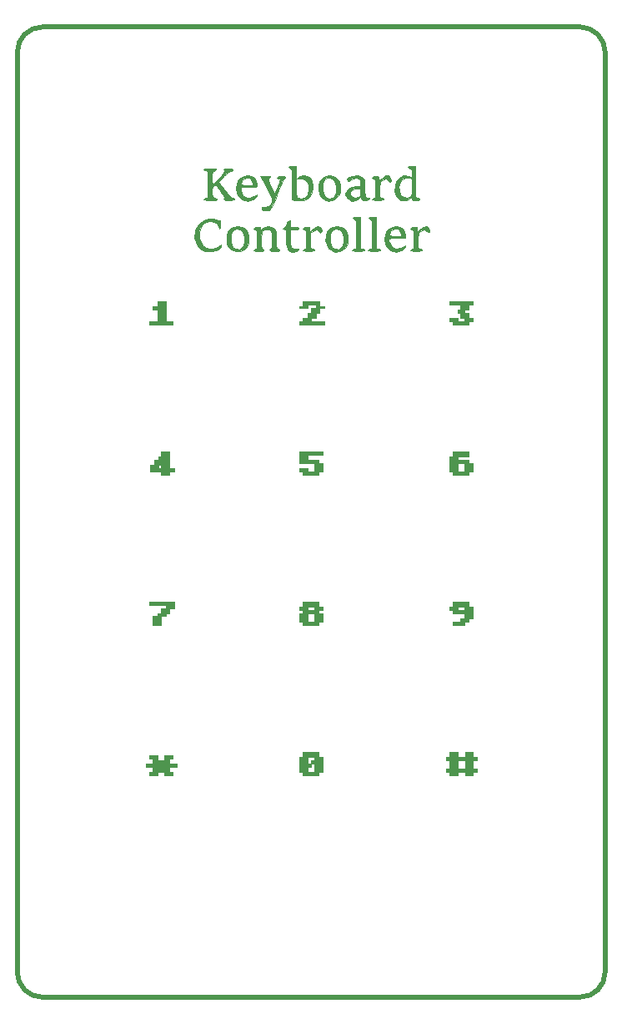
<source format=gto>
%TF.GenerationSoftware,KiCad,Pcbnew,(5.1.8)-1*%
%TF.CreationDate,2021-03-12T20:46:57+01:00*%
%TF.ProjectId,A2600 Faceplate,41323630-3020-4466-9163-65706c617465,rev?*%
%TF.SameCoordinates,Original*%
%TF.FileFunction,Legend,Top*%
%TF.FilePolarity,Positive*%
%FSLAX46Y46*%
G04 Gerber Fmt 4.6, Leading zero omitted, Abs format (unit mm)*
G04 Created by KiCad (PCBNEW (5.1.8)-1) date 2021-03-12 20:46:57*
%MOMM*%
%LPD*%
G01*
G04 APERTURE LIST*
%ADD10C,0.500000*%
%ADD11C,0.010000*%
G04 APERTURE END LIST*
D10*
X122555000Y-136525000D02*
X122555000Y-43180000D01*
X179705000Y-139065000D02*
X125095000Y-139065000D01*
X182245000Y-43180000D02*
X182245000Y-136525000D01*
X125095000Y-40640000D02*
X179705000Y-40640000D01*
X125095000Y-139065000D02*
G75*
G02*
X122555000Y-136525000I0J2540000D01*
G01*
X182245000Y-136525000D02*
G75*
G02*
X179705000Y-139065000I-2540000J0D01*
G01*
X179705000Y-40640000D02*
G75*
G02*
X182245000Y-43180000I0J-2540000D01*
G01*
X122555000Y-43180000D02*
G75*
G02*
X125095000Y-40640000I2540000J0D01*
G01*
D11*
%TO.C,G\u002A\u002A\u002A*%
G36*
X151680000Y-85866000D02*
G01*
X151800000Y-85866000D01*
X151800000Y-85986000D01*
X151680000Y-85986000D01*
X151680000Y-85866000D01*
G37*
X151680000Y-85866000D02*
X151800000Y-85866000D01*
X151800000Y-85986000D01*
X151680000Y-85986000D01*
X151680000Y-85866000D01*
G36*
X152280000Y-85746000D02*
G01*
X152400000Y-85746000D01*
X152400000Y-85866000D01*
X152280000Y-85866000D01*
X152280000Y-85746000D01*
G37*
X152280000Y-85746000D02*
X152400000Y-85746000D01*
X152400000Y-85866000D01*
X152280000Y-85866000D01*
X152280000Y-85746000D01*
G36*
X152520000Y-85746000D02*
G01*
X152640000Y-85746000D01*
X152640000Y-85866000D01*
X152520000Y-85866000D01*
X152520000Y-85746000D01*
G37*
X152520000Y-85746000D02*
X152640000Y-85746000D01*
X152640000Y-85866000D01*
X152520000Y-85866000D01*
X152520000Y-85746000D01*
G36*
X151800000Y-85746000D02*
G01*
X151920000Y-85746000D01*
X151920000Y-85866000D01*
X151800000Y-85866000D01*
X151800000Y-85746000D01*
G37*
X151800000Y-85746000D02*
X151920000Y-85746000D01*
X151920000Y-85866000D01*
X151800000Y-85866000D01*
X151800000Y-85746000D01*
G36*
X151800000Y-85866000D02*
G01*
X151920000Y-85866000D01*
X151920000Y-85986000D01*
X151800000Y-85986000D01*
X151800000Y-85866000D01*
G37*
X151800000Y-85866000D02*
X151920000Y-85866000D01*
X151920000Y-85986000D01*
X151800000Y-85986000D01*
X151800000Y-85866000D01*
G36*
X151920000Y-85866000D02*
G01*
X152040000Y-85866000D01*
X152040000Y-85986000D01*
X151920000Y-85986000D01*
X151920000Y-85866000D01*
G37*
X151920000Y-85866000D02*
X152040000Y-85866000D01*
X152040000Y-85986000D01*
X151920000Y-85986000D01*
X151920000Y-85866000D01*
G36*
X152040000Y-85866000D02*
G01*
X152160000Y-85866000D01*
X152160000Y-85986000D01*
X152040000Y-85986000D01*
X152040000Y-85866000D01*
G37*
X152040000Y-85866000D02*
X152160000Y-85866000D01*
X152160000Y-85986000D01*
X152040000Y-85986000D01*
X152040000Y-85866000D01*
G36*
X152280000Y-85866000D02*
G01*
X152400000Y-85866000D01*
X152400000Y-85986000D01*
X152280000Y-85986000D01*
X152280000Y-85866000D01*
G37*
X152280000Y-85866000D02*
X152400000Y-85866000D01*
X152400000Y-85986000D01*
X152280000Y-85986000D01*
X152280000Y-85866000D01*
G36*
X152760000Y-85866000D02*
G01*
X152880000Y-85866000D01*
X152880000Y-85986000D01*
X152760000Y-85986000D01*
X152760000Y-85866000D01*
G37*
X152760000Y-85866000D02*
X152880000Y-85866000D01*
X152880000Y-85986000D01*
X152760000Y-85986000D01*
X152760000Y-85866000D01*
G36*
X151680000Y-85746000D02*
G01*
X151800000Y-85746000D01*
X151800000Y-85866000D01*
X151680000Y-85866000D01*
X151680000Y-85746000D01*
G37*
X151680000Y-85746000D02*
X151800000Y-85746000D01*
X151800000Y-85866000D01*
X151680000Y-85866000D01*
X151680000Y-85746000D01*
G36*
X152760000Y-85746000D02*
G01*
X152880000Y-85746000D01*
X152880000Y-85866000D01*
X152760000Y-85866000D01*
X152760000Y-85746000D01*
G37*
X152760000Y-85746000D02*
X152880000Y-85746000D01*
X152880000Y-85866000D01*
X152760000Y-85866000D01*
X152760000Y-85746000D01*
G36*
X153000000Y-85746000D02*
G01*
X153120000Y-85746000D01*
X153120000Y-85866000D01*
X153000000Y-85866000D01*
X153000000Y-85746000D01*
G37*
X153000000Y-85746000D02*
X153120000Y-85746000D01*
X153120000Y-85866000D01*
X153000000Y-85866000D01*
X153000000Y-85746000D01*
G36*
X152160000Y-85866000D02*
G01*
X152280000Y-85866000D01*
X152280000Y-85986000D01*
X152160000Y-85986000D01*
X152160000Y-85866000D01*
G37*
X152160000Y-85866000D02*
X152280000Y-85866000D01*
X152280000Y-85986000D01*
X152160000Y-85986000D01*
X152160000Y-85866000D01*
G36*
X151560000Y-85746000D02*
G01*
X151680000Y-85746000D01*
X151680000Y-85866000D01*
X151560000Y-85866000D01*
X151560000Y-85746000D01*
G37*
X151560000Y-85746000D02*
X151680000Y-85746000D01*
X151680000Y-85866000D01*
X151560000Y-85866000D01*
X151560000Y-85746000D01*
G36*
X152040000Y-85746000D02*
G01*
X152160000Y-85746000D01*
X152160000Y-85866000D01*
X152040000Y-85866000D01*
X152040000Y-85746000D01*
G37*
X152040000Y-85746000D02*
X152160000Y-85746000D01*
X152160000Y-85866000D01*
X152040000Y-85866000D01*
X152040000Y-85746000D01*
G36*
X152160000Y-85746000D02*
G01*
X152280000Y-85746000D01*
X152280000Y-85866000D01*
X152160000Y-85866000D01*
X152160000Y-85746000D01*
G37*
X152160000Y-85746000D02*
X152280000Y-85746000D01*
X152280000Y-85866000D01*
X152160000Y-85866000D01*
X152160000Y-85746000D01*
G36*
X152640000Y-85746000D02*
G01*
X152760000Y-85746000D01*
X152760000Y-85866000D01*
X152640000Y-85866000D01*
X152640000Y-85746000D01*
G37*
X152640000Y-85746000D02*
X152760000Y-85746000D01*
X152760000Y-85866000D01*
X152640000Y-85866000D01*
X152640000Y-85746000D01*
G36*
X152880000Y-85746000D02*
G01*
X153000000Y-85746000D01*
X153000000Y-85866000D01*
X152880000Y-85866000D01*
X152880000Y-85746000D01*
G37*
X152880000Y-85746000D02*
X153000000Y-85746000D01*
X153000000Y-85866000D01*
X152880000Y-85866000D01*
X152880000Y-85746000D01*
G36*
X151560000Y-85866000D02*
G01*
X151680000Y-85866000D01*
X151680000Y-85986000D01*
X151560000Y-85986000D01*
X151560000Y-85866000D01*
G37*
X151560000Y-85866000D02*
X151680000Y-85866000D01*
X151680000Y-85986000D01*
X151560000Y-85986000D01*
X151560000Y-85866000D01*
G36*
X152400000Y-85866000D02*
G01*
X152520000Y-85866000D01*
X152520000Y-85986000D01*
X152400000Y-85986000D01*
X152400000Y-85866000D01*
G37*
X152400000Y-85866000D02*
X152520000Y-85866000D01*
X152520000Y-85986000D01*
X152400000Y-85986000D01*
X152400000Y-85866000D01*
G36*
X152400000Y-85746000D02*
G01*
X152520000Y-85746000D01*
X152520000Y-85866000D01*
X152400000Y-85866000D01*
X152400000Y-85746000D01*
G37*
X152400000Y-85746000D02*
X152520000Y-85746000D01*
X152520000Y-85866000D01*
X152400000Y-85866000D01*
X152400000Y-85746000D01*
G36*
X152880000Y-85866000D02*
G01*
X153000000Y-85866000D01*
X153000000Y-85986000D01*
X152880000Y-85986000D01*
X152880000Y-85866000D01*
G37*
X152880000Y-85866000D02*
X153000000Y-85866000D01*
X153000000Y-85986000D01*
X152880000Y-85986000D01*
X152880000Y-85866000D01*
G36*
X153000000Y-85866000D02*
G01*
X153120000Y-85866000D01*
X153120000Y-85986000D01*
X153000000Y-85986000D01*
X153000000Y-85866000D01*
G37*
X153000000Y-85866000D02*
X153120000Y-85866000D01*
X153120000Y-85986000D01*
X153000000Y-85986000D01*
X153000000Y-85866000D01*
G36*
X152520000Y-85866000D02*
G01*
X152640000Y-85866000D01*
X152640000Y-85986000D01*
X152520000Y-85986000D01*
X152520000Y-85866000D01*
G37*
X152520000Y-85866000D02*
X152640000Y-85866000D01*
X152640000Y-85986000D01*
X152520000Y-85986000D01*
X152520000Y-85866000D01*
G36*
X152640000Y-85866000D02*
G01*
X152760000Y-85866000D01*
X152760000Y-85986000D01*
X152640000Y-85986000D01*
X152640000Y-85866000D01*
G37*
X152640000Y-85866000D02*
X152760000Y-85866000D01*
X152760000Y-85986000D01*
X152640000Y-85986000D01*
X152640000Y-85866000D01*
G36*
X151920000Y-85746000D02*
G01*
X152040000Y-85746000D01*
X152040000Y-85866000D01*
X151920000Y-85866000D01*
X151920000Y-85746000D01*
G37*
X151920000Y-85746000D02*
X152040000Y-85746000D01*
X152040000Y-85866000D01*
X151920000Y-85866000D01*
X151920000Y-85746000D01*
G36*
X153360000Y-83706000D02*
G01*
X153480000Y-83706000D01*
X153480000Y-83826000D01*
X153360000Y-83826000D01*
X153360000Y-83706000D01*
G37*
X153360000Y-83706000D02*
X153480000Y-83706000D01*
X153480000Y-83826000D01*
X153360000Y-83826000D01*
X153360000Y-83706000D01*
G36*
X152400000Y-83706000D02*
G01*
X152520000Y-83706000D01*
X152520000Y-83826000D01*
X152400000Y-83826000D01*
X152400000Y-83706000D01*
G37*
X152400000Y-83706000D02*
X152520000Y-83706000D01*
X152520000Y-83826000D01*
X152400000Y-83826000D01*
X152400000Y-83706000D01*
G36*
X151440000Y-83706000D02*
G01*
X151560000Y-83706000D01*
X151560000Y-83826000D01*
X151440000Y-83826000D01*
X151440000Y-83706000D01*
G37*
X151440000Y-83706000D02*
X151560000Y-83706000D01*
X151560000Y-83826000D01*
X151440000Y-83826000D01*
X151440000Y-83706000D01*
G36*
X152640000Y-83706000D02*
G01*
X152760000Y-83706000D01*
X152760000Y-83826000D01*
X152640000Y-83826000D01*
X152640000Y-83706000D01*
G37*
X152640000Y-83706000D02*
X152760000Y-83706000D01*
X152760000Y-83826000D01*
X152640000Y-83826000D01*
X152640000Y-83706000D01*
G36*
X151920000Y-83706000D02*
G01*
X152040000Y-83706000D01*
X152040000Y-83826000D01*
X151920000Y-83826000D01*
X151920000Y-83706000D01*
G37*
X151920000Y-83706000D02*
X152040000Y-83706000D01*
X152040000Y-83826000D01*
X151920000Y-83826000D01*
X151920000Y-83706000D01*
G36*
X151200000Y-83826000D02*
G01*
X151320000Y-83826000D01*
X151320000Y-83946000D01*
X151200000Y-83946000D01*
X151200000Y-83826000D01*
G37*
X151200000Y-83826000D02*
X151320000Y-83826000D01*
X151320000Y-83946000D01*
X151200000Y-83946000D01*
X151200000Y-83826000D01*
G36*
X151320000Y-83826000D02*
G01*
X151440000Y-83826000D01*
X151440000Y-83946000D01*
X151320000Y-83946000D01*
X151320000Y-83826000D01*
G37*
X151320000Y-83826000D02*
X151440000Y-83826000D01*
X151440000Y-83946000D01*
X151320000Y-83946000D01*
X151320000Y-83826000D01*
G36*
X151560000Y-83826000D02*
G01*
X151680000Y-83826000D01*
X151680000Y-83946000D01*
X151560000Y-83946000D01*
X151560000Y-83826000D01*
G37*
X151560000Y-83826000D02*
X151680000Y-83826000D01*
X151680000Y-83946000D01*
X151560000Y-83946000D01*
X151560000Y-83826000D01*
G36*
X151920000Y-83826000D02*
G01*
X152040000Y-83826000D01*
X152040000Y-83946000D01*
X151920000Y-83946000D01*
X151920000Y-83826000D01*
G37*
X151920000Y-83826000D02*
X152040000Y-83826000D01*
X152040000Y-83946000D01*
X151920000Y-83946000D01*
X151920000Y-83826000D01*
G36*
X152160000Y-83826000D02*
G01*
X152280000Y-83826000D01*
X152280000Y-83946000D01*
X152160000Y-83946000D01*
X152160000Y-83826000D01*
G37*
X152160000Y-83826000D02*
X152280000Y-83826000D01*
X152280000Y-83946000D01*
X152160000Y-83946000D01*
X152160000Y-83826000D01*
G36*
X152760000Y-83826000D02*
G01*
X152880000Y-83826000D01*
X152880000Y-83946000D01*
X152760000Y-83946000D01*
X152760000Y-83826000D01*
G37*
X152760000Y-83826000D02*
X152880000Y-83826000D01*
X152880000Y-83946000D01*
X152760000Y-83946000D01*
X152760000Y-83826000D01*
G36*
X152280000Y-83826000D02*
G01*
X152400000Y-83826000D01*
X152400000Y-83946000D01*
X152280000Y-83946000D01*
X152280000Y-83826000D01*
G37*
X152280000Y-83826000D02*
X152400000Y-83826000D01*
X152400000Y-83946000D01*
X152280000Y-83946000D01*
X152280000Y-83826000D01*
G36*
X153480000Y-83706000D02*
G01*
X153600000Y-83706000D01*
X153600000Y-83826000D01*
X153480000Y-83826000D01*
X153480000Y-83706000D01*
G37*
X153480000Y-83706000D02*
X153600000Y-83706000D01*
X153600000Y-83826000D01*
X153480000Y-83826000D01*
X153480000Y-83706000D01*
G36*
X151800000Y-83706000D02*
G01*
X151920000Y-83706000D01*
X151920000Y-83826000D01*
X151800000Y-83826000D01*
X151800000Y-83706000D01*
G37*
X151800000Y-83706000D02*
X151920000Y-83706000D01*
X151920000Y-83826000D01*
X151800000Y-83826000D01*
X151800000Y-83706000D01*
G36*
X152880000Y-83826000D02*
G01*
X153000000Y-83826000D01*
X153000000Y-83946000D01*
X152880000Y-83946000D01*
X152880000Y-83826000D01*
G37*
X152880000Y-83826000D02*
X153000000Y-83826000D01*
X153000000Y-83946000D01*
X152880000Y-83946000D01*
X152880000Y-83826000D01*
G36*
X152880000Y-83706000D02*
G01*
X153000000Y-83706000D01*
X153000000Y-83826000D01*
X152880000Y-83826000D01*
X152880000Y-83706000D01*
G37*
X152880000Y-83706000D02*
X153000000Y-83706000D01*
X153000000Y-83826000D01*
X152880000Y-83826000D01*
X152880000Y-83706000D01*
G36*
X153120000Y-83706000D02*
G01*
X153240000Y-83706000D01*
X153240000Y-83826000D01*
X153120000Y-83826000D01*
X153120000Y-83706000D01*
G37*
X153120000Y-83706000D02*
X153240000Y-83706000D01*
X153240000Y-83826000D01*
X153120000Y-83826000D01*
X153120000Y-83706000D01*
G36*
X151440000Y-83826000D02*
G01*
X151560000Y-83826000D01*
X151560000Y-83946000D01*
X151440000Y-83946000D01*
X151440000Y-83826000D01*
G37*
X151440000Y-83826000D02*
X151560000Y-83826000D01*
X151560000Y-83946000D01*
X151440000Y-83946000D01*
X151440000Y-83826000D01*
G36*
X153120000Y-83826000D02*
G01*
X153240000Y-83826000D01*
X153240000Y-83946000D01*
X153120000Y-83946000D01*
X153120000Y-83826000D01*
G37*
X153120000Y-83826000D02*
X153240000Y-83826000D01*
X153240000Y-83946000D01*
X153120000Y-83946000D01*
X153120000Y-83826000D01*
G36*
X153240000Y-83826000D02*
G01*
X153360000Y-83826000D01*
X153360000Y-83946000D01*
X153240000Y-83946000D01*
X153240000Y-83826000D01*
G37*
X153240000Y-83826000D02*
X153360000Y-83826000D01*
X153360000Y-83946000D01*
X153240000Y-83946000D01*
X153240000Y-83826000D01*
G36*
X153360000Y-83826000D02*
G01*
X153480000Y-83826000D01*
X153480000Y-83946000D01*
X153360000Y-83946000D01*
X153360000Y-83826000D01*
G37*
X153360000Y-83826000D02*
X153480000Y-83826000D01*
X153480000Y-83946000D01*
X153360000Y-83946000D01*
X153360000Y-83826000D01*
G36*
X151680000Y-83706000D02*
G01*
X151800000Y-83706000D01*
X151800000Y-83826000D01*
X151680000Y-83826000D01*
X151680000Y-83706000D01*
G37*
X151680000Y-83706000D02*
X151800000Y-83706000D01*
X151800000Y-83826000D01*
X151680000Y-83826000D01*
X151680000Y-83706000D01*
G36*
X152160000Y-83706000D02*
G01*
X152280000Y-83706000D01*
X152280000Y-83826000D01*
X152160000Y-83826000D01*
X152160000Y-83706000D01*
G37*
X152160000Y-83706000D02*
X152280000Y-83706000D01*
X152280000Y-83826000D01*
X152160000Y-83826000D01*
X152160000Y-83706000D01*
G36*
X152280000Y-83706000D02*
G01*
X152400000Y-83706000D01*
X152400000Y-83826000D01*
X152280000Y-83826000D01*
X152280000Y-83706000D01*
G37*
X152280000Y-83706000D02*
X152400000Y-83706000D01*
X152400000Y-83826000D01*
X152280000Y-83826000D01*
X152280000Y-83706000D01*
G36*
X151200000Y-83706000D02*
G01*
X151320000Y-83706000D01*
X151320000Y-83826000D01*
X151200000Y-83826000D01*
X151200000Y-83706000D01*
G37*
X151200000Y-83706000D02*
X151320000Y-83706000D01*
X151320000Y-83826000D01*
X151200000Y-83826000D01*
X151200000Y-83706000D01*
G36*
X151320000Y-83706000D02*
G01*
X151440000Y-83706000D01*
X151440000Y-83826000D01*
X151320000Y-83826000D01*
X151320000Y-83706000D01*
G37*
X151320000Y-83706000D02*
X151440000Y-83706000D01*
X151440000Y-83826000D01*
X151320000Y-83826000D01*
X151320000Y-83706000D01*
G36*
X152760000Y-83706000D02*
G01*
X152880000Y-83706000D01*
X152880000Y-83826000D01*
X152760000Y-83826000D01*
X152760000Y-83706000D01*
G37*
X152760000Y-83706000D02*
X152880000Y-83706000D01*
X152880000Y-83826000D01*
X152760000Y-83826000D01*
X152760000Y-83706000D01*
G36*
X153000000Y-83706000D02*
G01*
X153120000Y-83706000D01*
X153120000Y-83826000D01*
X153000000Y-83826000D01*
X153000000Y-83706000D01*
G37*
X153000000Y-83706000D02*
X153120000Y-83706000D01*
X153120000Y-83826000D01*
X153000000Y-83826000D01*
X153000000Y-83706000D01*
G36*
X151680000Y-83826000D02*
G01*
X151800000Y-83826000D01*
X151800000Y-83946000D01*
X151680000Y-83946000D01*
X151680000Y-83826000D01*
G37*
X151680000Y-83826000D02*
X151800000Y-83826000D01*
X151800000Y-83946000D01*
X151680000Y-83946000D01*
X151680000Y-83826000D01*
G36*
X152520000Y-83706000D02*
G01*
X152640000Y-83706000D01*
X152640000Y-83826000D01*
X152520000Y-83826000D01*
X152520000Y-83706000D01*
G37*
X152520000Y-83706000D02*
X152640000Y-83706000D01*
X152640000Y-83826000D01*
X152520000Y-83826000D01*
X152520000Y-83706000D01*
G36*
X152040000Y-83826000D02*
G01*
X152160000Y-83826000D01*
X152160000Y-83946000D01*
X152040000Y-83946000D01*
X152040000Y-83826000D01*
G37*
X152040000Y-83826000D02*
X152160000Y-83826000D01*
X152160000Y-83946000D01*
X152040000Y-83946000D01*
X152040000Y-83826000D01*
G36*
X152400000Y-83826000D02*
G01*
X152520000Y-83826000D01*
X152520000Y-83946000D01*
X152400000Y-83946000D01*
X152400000Y-83826000D01*
G37*
X152400000Y-83826000D02*
X152520000Y-83826000D01*
X152520000Y-83946000D01*
X152400000Y-83946000D01*
X152400000Y-83826000D01*
G36*
X152520000Y-83826000D02*
G01*
X152640000Y-83826000D01*
X152640000Y-83946000D01*
X152520000Y-83946000D01*
X152520000Y-83826000D01*
G37*
X152520000Y-83826000D02*
X152640000Y-83826000D01*
X152640000Y-83946000D01*
X152520000Y-83946000D01*
X152520000Y-83826000D01*
G36*
X153240000Y-83706000D02*
G01*
X153360000Y-83706000D01*
X153360000Y-83826000D01*
X153240000Y-83826000D01*
X153240000Y-83706000D01*
G37*
X153240000Y-83706000D02*
X153360000Y-83706000D01*
X153360000Y-83826000D01*
X153240000Y-83826000D01*
X153240000Y-83706000D01*
G36*
X152640000Y-83826000D02*
G01*
X152760000Y-83826000D01*
X152760000Y-83946000D01*
X152640000Y-83946000D01*
X152640000Y-83826000D01*
G37*
X152640000Y-83826000D02*
X152760000Y-83826000D01*
X152760000Y-83946000D01*
X152640000Y-83946000D01*
X152640000Y-83826000D01*
G36*
X151800000Y-83826000D02*
G01*
X151920000Y-83826000D01*
X151920000Y-83946000D01*
X151800000Y-83946000D01*
X151800000Y-83826000D01*
G37*
X151800000Y-83826000D02*
X151920000Y-83826000D01*
X151920000Y-83946000D01*
X151800000Y-83946000D01*
X151800000Y-83826000D01*
G36*
X153000000Y-83826000D02*
G01*
X153120000Y-83826000D01*
X153120000Y-83946000D01*
X153000000Y-83946000D01*
X153000000Y-83826000D01*
G37*
X153000000Y-83826000D02*
X153120000Y-83826000D01*
X153120000Y-83946000D01*
X153000000Y-83946000D01*
X153000000Y-83826000D01*
G36*
X151560000Y-83706000D02*
G01*
X151680000Y-83706000D01*
X151680000Y-83826000D01*
X151560000Y-83826000D01*
X151560000Y-83706000D01*
G37*
X151560000Y-83706000D02*
X151680000Y-83706000D01*
X151680000Y-83826000D01*
X151560000Y-83826000D01*
X151560000Y-83706000D01*
G36*
X152040000Y-83706000D02*
G01*
X152160000Y-83706000D01*
X152160000Y-83826000D01*
X152040000Y-83826000D01*
X152040000Y-83706000D01*
G37*
X152040000Y-83706000D02*
X152160000Y-83706000D01*
X152160000Y-83826000D01*
X152040000Y-83826000D01*
X152040000Y-83706000D01*
G36*
X152880000Y-83946000D02*
G01*
X153000000Y-83946000D01*
X153000000Y-84066000D01*
X152880000Y-84066000D01*
X152880000Y-83946000D01*
G37*
X152880000Y-83946000D02*
X153000000Y-83946000D01*
X153000000Y-84066000D01*
X152880000Y-84066000D01*
X152880000Y-83946000D01*
G36*
X151320000Y-84066000D02*
G01*
X151440000Y-84066000D01*
X151440000Y-84186000D01*
X151320000Y-84186000D01*
X151320000Y-84066000D01*
G37*
X151320000Y-84066000D02*
X151440000Y-84066000D01*
X151440000Y-84186000D01*
X151320000Y-84186000D01*
X151320000Y-84066000D01*
G36*
X151440000Y-84066000D02*
G01*
X151560000Y-84066000D01*
X151560000Y-84186000D01*
X151440000Y-84186000D01*
X151440000Y-84066000D01*
G37*
X151440000Y-84066000D02*
X151560000Y-84066000D01*
X151560000Y-84186000D01*
X151440000Y-84186000D01*
X151440000Y-84066000D01*
G36*
X152640000Y-83946000D02*
G01*
X152760000Y-83946000D01*
X152760000Y-84066000D01*
X152640000Y-84066000D01*
X152640000Y-83946000D01*
G37*
X152640000Y-83946000D02*
X152760000Y-83946000D01*
X152760000Y-84066000D01*
X152640000Y-84066000D01*
X152640000Y-83946000D01*
G36*
X151440000Y-83946000D02*
G01*
X151560000Y-83946000D01*
X151560000Y-84066000D01*
X151440000Y-84066000D01*
X151440000Y-83946000D01*
G37*
X151440000Y-83946000D02*
X151560000Y-83946000D01*
X151560000Y-84066000D01*
X151440000Y-84066000D01*
X151440000Y-83946000D01*
G36*
X151920000Y-83946000D02*
G01*
X152040000Y-83946000D01*
X152040000Y-84066000D01*
X151920000Y-84066000D01*
X151920000Y-83946000D01*
G37*
X151920000Y-83946000D02*
X152040000Y-83946000D01*
X152040000Y-84066000D01*
X151920000Y-84066000D01*
X151920000Y-83946000D01*
G36*
X153480000Y-83826000D02*
G01*
X153600000Y-83826000D01*
X153600000Y-83946000D01*
X153480000Y-83946000D01*
X153480000Y-83826000D01*
G37*
X153480000Y-83826000D02*
X153600000Y-83826000D01*
X153600000Y-83946000D01*
X153480000Y-83946000D01*
X153480000Y-83826000D01*
G36*
X153120000Y-83946000D02*
G01*
X153240000Y-83946000D01*
X153240000Y-84066000D01*
X153120000Y-84066000D01*
X153120000Y-83946000D01*
G37*
X153120000Y-83946000D02*
X153240000Y-83946000D01*
X153240000Y-84066000D01*
X153120000Y-84066000D01*
X153120000Y-83946000D01*
G36*
X153360000Y-83946000D02*
G01*
X153480000Y-83946000D01*
X153480000Y-84066000D01*
X153360000Y-84066000D01*
X153360000Y-83946000D01*
G37*
X153360000Y-83946000D02*
X153480000Y-83946000D01*
X153480000Y-84066000D01*
X153360000Y-84066000D01*
X153360000Y-83946000D01*
G36*
X152760000Y-83946000D02*
G01*
X152880000Y-83946000D01*
X152880000Y-84066000D01*
X152760000Y-84066000D01*
X152760000Y-83946000D01*
G37*
X152760000Y-83946000D02*
X152880000Y-83946000D01*
X152880000Y-84066000D01*
X152760000Y-84066000D01*
X152760000Y-83946000D01*
G36*
X151200000Y-84066000D02*
G01*
X151320000Y-84066000D01*
X151320000Y-84186000D01*
X151200000Y-84186000D01*
X151200000Y-84066000D01*
G37*
X151200000Y-84066000D02*
X151320000Y-84066000D01*
X151320000Y-84186000D01*
X151200000Y-84186000D01*
X151200000Y-84066000D01*
G36*
X151320000Y-83946000D02*
G01*
X151440000Y-83946000D01*
X151440000Y-84066000D01*
X151320000Y-84066000D01*
X151320000Y-83946000D01*
G37*
X151320000Y-83946000D02*
X151440000Y-83946000D01*
X151440000Y-84066000D01*
X151320000Y-84066000D01*
X151320000Y-83946000D01*
G36*
X152280000Y-83946000D02*
G01*
X152400000Y-83946000D01*
X152400000Y-84066000D01*
X152280000Y-84066000D01*
X152280000Y-83946000D01*
G37*
X152280000Y-83946000D02*
X152400000Y-83946000D01*
X152400000Y-84066000D01*
X152280000Y-84066000D01*
X152280000Y-83946000D01*
G36*
X151200000Y-83946000D02*
G01*
X151320000Y-83946000D01*
X151320000Y-84066000D01*
X151200000Y-84066000D01*
X151200000Y-83946000D01*
G37*
X151200000Y-83946000D02*
X151320000Y-83946000D01*
X151320000Y-84066000D01*
X151200000Y-84066000D01*
X151200000Y-83946000D01*
G36*
X153000000Y-83946000D02*
G01*
X153120000Y-83946000D01*
X153120000Y-84066000D01*
X153000000Y-84066000D01*
X153000000Y-83946000D01*
G37*
X153000000Y-83946000D02*
X153120000Y-83946000D01*
X153120000Y-84066000D01*
X153000000Y-84066000D01*
X153000000Y-83946000D01*
G36*
X152040000Y-83946000D02*
G01*
X152160000Y-83946000D01*
X152160000Y-84066000D01*
X152040000Y-84066000D01*
X152040000Y-83946000D01*
G37*
X152040000Y-83946000D02*
X152160000Y-83946000D01*
X152160000Y-84066000D01*
X152040000Y-84066000D01*
X152040000Y-83946000D01*
G36*
X151560000Y-83946000D02*
G01*
X151680000Y-83946000D01*
X151680000Y-84066000D01*
X151560000Y-84066000D01*
X151560000Y-83946000D01*
G37*
X151560000Y-83946000D02*
X151680000Y-83946000D01*
X151680000Y-84066000D01*
X151560000Y-84066000D01*
X151560000Y-83946000D01*
G36*
X151800000Y-83946000D02*
G01*
X151920000Y-83946000D01*
X151920000Y-84066000D01*
X151800000Y-84066000D01*
X151800000Y-83946000D01*
G37*
X151800000Y-83946000D02*
X151920000Y-83946000D01*
X151920000Y-84066000D01*
X151800000Y-84066000D01*
X151800000Y-83946000D01*
G36*
X152160000Y-83946000D02*
G01*
X152280000Y-83946000D01*
X152280000Y-84066000D01*
X152160000Y-84066000D01*
X152160000Y-83946000D01*
G37*
X152160000Y-83946000D02*
X152280000Y-83946000D01*
X152280000Y-84066000D01*
X152160000Y-84066000D01*
X152160000Y-83946000D01*
G36*
X152400000Y-83946000D02*
G01*
X152520000Y-83946000D01*
X152520000Y-84066000D01*
X152400000Y-84066000D01*
X152400000Y-83946000D01*
G37*
X152400000Y-83946000D02*
X152520000Y-83946000D01*
X152520000Y-84066000D01*
X152400000Y-84066000D01*
X152400000Y-83946000D01*
G36*
X152520000Y-83946000D02*
G01*
X152640000Y-83946000D01*
X152640000Y-84066000D01*
X152520000Y-84066000D01*
X152520000Y-83946000D01*
G37*
X152520000Y-83946000D02*
X152640000Y-83946000D01*
X152640000Y-84066000D01*
X152520000Y-84066000D01*
X152520000Y-83946000D01*
G36*
X153240000Y-83946000D02*
G01*
X153360000Y-83946000D01*
X153360000Y-84066000D01*
X153240000Y-84066000D01*
X153240000Y-83946000D01*
G37*
X153240000Y-83946000D02*
X153360000Y-83946000D01*
X153360000Y-84066000D01*
X153240000Y-84066000D01*
X153240000Y-83946000D01*
G36*
X153480000Y-83946000D02*
G01*
X153600000Y-83946000D01*
X153600000Y-84066000D01*
X153480000Y-84066000D01*
X153480000Y-83946000D01*
G37*
X153480000Y-83946000D02*
X153600000Y-83946000D01*
X153600000Y-84066000D01*
X153480000Y-84066000D01*
X153480000Y-83946000D01*
G36*
X151680000Y-83946000D02*
G01*
X151800000Y-83946000D01*
X151800000Y-84066000D01*
X151680000Y-84066000D01*
X151680000Y-83946000D01*
G37*
X151680000Y-83946000D02*
X151800000Y-83946000D01*
X151800000Y-84066000D01*
X151680000Y-84066000D01*
X151680000Y-83946000D01*
G36*
X151920000Y-84066000D02*
G01*
X152040000Y-84066000D01*
X152040000Y-84186000D01*
X151920000Y-84186000D01*
X151920000Y-84066000D01*
G37*
X151920000Y-84066000D02*
X152040000Y-84066000D01*
X152040000Y-84186000D01*
X151920000Y-84186000D01*
X151920000Y-84066000D01*
G36*
X151200000Y-84306000D02*
G01*
X151320000Y-84306000D01*
X151320000Y-84426000D01*
X151200000Y-84426000D01*
X151200000Y-84306000D01*
G37*
X151200000Y-84306000D02*
X151320000Y-84306000D01*
X151320000Y-84426000D01*
X151200000Y-84426000D01*
X151200000Y-84306000D01*
G36*
X151800000Y-84306000D02*
G01*
X151920000Y-84306000D01*
X151920000Y-84426000D01*
X151800000Y-84426000D01*
X151800000Y-84306000D01*
G37*
X151800000Y-84306000D02*
X151920000Y-84306000D01*
X151920000Y-84426000D01*
X151800000Y-84426000D01*
X151800000Y-84306000D01*
G36*
X151920000Y-84186000D02*
G01*
X152040000Y-84186000D01*
X152040000Y-84306000D01*
X151920000Y-84306000D01*
X151920000Y-84186000D01*
G37*
X151920000Y-84186000D02*
X152040000Y-84186000D01*
X152040000Y-84306000D01*
X151920000Y-84306000D01*
X151920000Y-84186000D01*
G36*
X151320000Y-84186000D02*
G01*
X151440000Y-84186000D01*
X151440000Y-84306000D01*
X151320000Y-84306000D01*
X151320000Y-84186000D01*
G37*
X151320000Y-84186000D02*
X151440000Y-84186000D01*
X151440000Y-84306000D01*
X151320000Y-84306000D01*
X151320000Y-84186000D01*
G36*
X151560000Y-84066000D02*
G01*
X151680000Y-84066000D01*
X151680000Y-84186000D01*
X151560000Y-84186000D01*
X151560000Y-84066000D01*
G37*
X151560000Y-84066000D02*
X151680000Y-84066000D01*
X151680000Y-84186000D01*
X151560000Y-84186000D01*
X151560000Y-84066000D01*
G36*
X151680000Y-84306000D02*
G01*
X151800000Y-84306000D01*
X151800000Y-84426000D01*
X151680000Y-84426000D01*
X151680000Y-84306000D01*
G37*
X151680000Y-84306000D02*
X151800000Y-84306000D01*
X151800000Y-84426000D01*
X151680000Y-84426000D01*
X151680000Y-84306000D01*
G36*
X151800000Y-84066000D02*
G01*
X151920000Y-84066000D01*
X151920000Y-84186000D01*
X151800000Y-84186000D01*
X151800000Y-84066000D01*
G37*
X151800000Y-84066000D02*
X151920000Y-84066000D01*
X151920000Y-84186000D01*
X151800000Y-84186000D01*
X151800000Y-84066000D01*
G36*
X151680000Y-84066000D02*
G01*
X151800000Y-84066000D01*
X151800000Y-84186000D01*
X151680000Y-84186000D01*
X151680000Y-84066000D01*
G37*
X151680000Y-84066000D02*
X151800000Y-84066000D01*
X151800000Y-84186000D01*
X151680000Y-84186000D01*
X151680000Y-84066000D01*
G36*
X151200000Y-84186000D02*
G01*
X151320000Y-84186000D01*
X151320000Y-84306000D01*
X151200000Y-84306000D01*
X151200000Y-84186000D01*
G37*
X151200000Y-84186000D02*
X151320000Y-84186000D01*
X151320000Y-84306000D01*
X151200000Y-84306000D01*
X151200000Y-84186000D01*
G36*
X151800000Y-84186000D02*
G01*
X151920000Y-84186000D01*
X151920000Y-84306000D01*
X151800000Y-84306000D01*
X151800000Y-84186000D01*
G37*
X151800000Y-84186000D02*
X151920000Y-84186000D01*
X151920000Y-84306000D01*
X151800000Y-84306000D01*
X151800000Y-84186000D01*
G36*
X151680000Y-84186000D02*
G01*
X151800000Y-84186000D01*
X151800000Y-84306000D01*
X151680000Y-84306000D01*
X151680000Y-84186000D01*
G37*
X151680000Y-84186000D02*
X151800000Y-84186000D01*
X151800000Y-84306000D01*
X151680000Y-84306000D01*
X151680000Y-84186000D01*
G36*
X151320000Y-84306000D02*
G01*
X151440000Y-84306000D01*
X151440000Y-84426000D01*
X151320000Y-84426000D01*
X151320000Y-84306000D01*
G37*
X151320000Y-84306000D02*
X151440000Y-84306000D01*
X151440000Y-84426000D01*
X151320000Y-84426000D01*
X151320000Y-84306000D01*
G36*
X151440000Y-84306000D02*
G01*
X151560000Y-84306000D01*
X151560000Y-84426000D01*
X151440000Y-84426000D01*
X151440000Y-84306000D01*
G37*
X151440000Y-84306000D02*
X151560000Y-84306000D01*
X151560000Y-84426000D01*
X151440000Y-84426000D01*
X151440000Y-84306000D01*
G36*
X151560000Y-84306000D02*
G01*
X151680000Y-84306000D01*
X151680000Y-84426000D01*
X151560000Y-84426000D01*
X151560000Y-84306000D01*
G37*
X151560000Y-84306000D02*
X151680000Y-84306000D01*
X151680000Y-84426000D01*
X151560000Y-84426000D01*
X151560000Y-84306000D01*
G36*
X151560000Y-84186000D02*
G01*
X151680000Y-84186000D01*
X151680000Y-84306000D01*
X151560000Y-84306000D01*
X151560000Y-84186000D01*
G37*
X151560000Y-84186000D02*
X151680000Y-84186000D01*
X151680000Y-84306000D01*
X151560000Y-84306000D01*
X151560000Y-84186000D01*
G36*
X151440000Y-84186000D02*
G01*
X151560000Y-84186000D01*
X151560000Y-84306000D01*
X151440000Y-84306000D01*
X151440000Y-84186000D01*
G37*
X151440000Y-84186000D02*
X151560000Y-84186000D01*
X151560000Y-84306000D01*
X151440000Y-84306000D01*
X151440000Y-84186000D01*
G36*
X151920000Y-84306000D02*
G01*
X152040000Y-84306000D01*
X152040000Y-84426000D01*
X151920000Y-84426000D01*
X151920000Y-84306000D01*
G37*
X151920000Y-84306000D02*
X152040000Y-84306000D01*
X152040000Y-84426000D01*
X151920000Y-84426000D01*
X151920000Y-84306000D01*
G36*
X151440000Y-84426000D02*
G01*
X151560000Y-84426000D01*
X151560000Y-84546000D01*
X151440000Y-84546000D01*
X151440000Y-84426000D01*
G37*
X151440000Y-84426000D02*
X151560000Y-84426000D01*
X151560000Y-84546000D01*
X151440000Y-84546000D01*
X151440000Y-84426000D01*
G36*
X152760000Y-84546000D02*
G01*
X152880000Y-84546000D01*
X152880000Y-84666000D01*
X152760000Y-84666000D01*
X152760000Y-84546000D01*
G37*
X152760000Y-84546000D02*
X152880000Y-84546000D01*
X152880000Y-84666000D01*
X152760000Y-84666000D01*
X152760000Y-84546000D01*
G36*
X151680000Y-84426000D02*
G01*
X151800000Y-84426000D01*
X151800000Y-84546000D01*
X151680000Y-84546000D01*
X151680000Y-84426000D01*
G37*
X151680000Y-84426000D02*
X151800000Y-84426000D01*
X151800000Y-84546000D01*
X151680000Y-84546000D01*
X151680000Y-84426000D01*
G36*
X151680000Y-84546000D02*
G01*
X151800000Y-84546000D01*
X151800000Y-84666000D01*
X151680000Y-84666000D01*
X151680000Y-84546000D01*
G37*
X151680000Y-84546000D02*
X151800000Y-84546000D01*
X151800000Y-84666000D01*
X151680000Y-84666000D01*
X151680000Y-84546000D01*
G36*
X152520000Y-84546000D02*
G01*
X152640000Y-84546000D01*
X152640000Y-84666000D01*
X152520000Y-84666000D01*
X152520000Y-84546000D01*
G37*
X152520000Y-84546000D02*
X152640000Y-84546000D01*
X152640000Y-84666000D01*
X152520000Y-84666000D01*
X152520000Y-84546000D01*
G36*
X151200000Y-84426000D02*
G01*
X151320000Y-84426000D01*
X151320000Y-84546000D01*
X151200000Y-84546000D01*
X151200000Y-84426000D01*
G37*
X151200000Y-84426000D02*
X151320000Y-84426000D01*
X151320000Y-84546000D01*
X151200000Y-84546000D01*
X151200000Y-84426000D01*
G36*
X151920000Y-84426000D02*
G01*
X152040000Y-84426000D01*
X152040000Y-84546000D01*
X151920000Y-84546000D01*
X151920000Y-84426000D01*
G37*
X151920000Y-84426000D02*
X152040000Y-84426000D01*
X152040000Y-84546000D01*
X151920000Y-84546000D01*
X151920000Y-84426000D01*
G36*
X151800000Y-84546000D02*
G01*
X151920000Y-84546000D01*
X151920000Y-84666000D01*
X151800000Y-84666000D01*
X151800000Y-84546000D01*
G37*
X151800000Y-84546000D02*
X151920000Y-84546000D01*
X151920000Y-84666000D01*
X151800000Y-84666000D01*
X151800000Y-84546000D01*
G36*
X152040000Y-84546000D02*
G01*
X152160000Y-84546000D01*
X152160000Y-84666000D01*
X152040000Y-84666000D01*
X152040000Y-84546000D01*
G37*
X152040000Y-84546000D02*
X152160000Y-84546000D01*
X152160000Y-84666000D01*
X152040000Y-84666000D01*
X152040000Y-84546000D01*
G36*
X151320000Y-84546000D02*
G01*
X151440000Y-84546000D01*
X151440000Y-84666000D01*
X151320000Y-84666000D01*
X151320000Y-84546000D01*
G37*
X151320000Y-84546000D02*
X151440000Y-84546000D01*
X151440000Y-84666000D01*
X151320000Y-84666000D01*
X151320000Y-84546000D01*
G36*
X152280000Y-84546000D02*
G01*
X152400000Y-84546000D01*
X152400000Y-84666000D01*
X152280000Y-84666000D01*
X152280000Y-84546000D01*
G37*
X152280000Y-84546000D02*
X152400000Y-84546000D01*
X152400000Y-84666000D01*
X152280000Y-84666000D01*
X152280000Y-84546000D01*
G36*
X152880000Y-84546000D02*
G01*
X153000000Y-84546000D01*
X153000000Y-84666000D01*
X152880000Y-84666000D01*
X152880000Y-84546000D01*
G37*
X152880000Y-84546000D02*
X153000000Y-84546000D01*
X153000000Y-84666000D01*
X152880000Y-84666000D01*
X152880000Y-84546000D01*
G36*
X151440000Y-84546000D02*
G01*
X151560000Y-84546000D01*
X151560000Y-84666000D01*
X151440000Y-84666000D01*
X151440000Y-84546000D01*
G37*
X151440000Y-84546000D02*
X151560000Y-84546000D01*
X151560000Y-84666000D01*
X151440000Y-84666000D01*
X151440000Y-84546000D01*
G36*
X151920000Y-84546000D02*
G01*
X152040000Y-84546000D01*
X152040000Y-84666000D01*
X151920000Y-84666000D01*
X151920000Y-84546000D01*
G37*
X151920000Y-84546000D02*
X152040000Y-84546000D01*
X152040000Y-84666000D01*
X151920000Y-84666000D01*
X151920000Y-84546000D01*
G36*
X152640000Y-84546000D02*
G01*
X152760000Y-84546000D01*
X152760000Y-84666000D01*
X152640000Y-84666000D01*
X152640000Y-84546000D01*
G37*
X152640000Y-84546000D02*
X152760000Y-84546000D01*
X152760000Y-84666000D01*
X152640000Y-84666000D01*
X152640000Y-84546000D01*
G36*
X153000000Y-84546000D02*
G01*
X153120000Y-84546000D01*
X153120000Y-84666000D01*
X153000000Y-84666000D01*
X153000000Y-84546000D01*
G37*
X153000000Y-84546000D02*
X153120000Y-84546000D01*
X153120000Y-84666000D01*
X153000000Y-84666000D01*
X153000000Y-84546000D01*
G36*
X152160000Y-84546000D02*
G01*
X152280000Y-84546000D01*
X152280000Y-84666000D01*
X152160000Y-84666000D01*
X152160000Y-84546000D01*
G37*
X152160000Y-84546000D02*
X152280000Y-84546000D01*
X152280000Y-84666000D01*
X152160000Y-84666000D01*
X152160000Y-84546000D01*
G36*
X151800000Y-84426000D02*
G01*
X151920000Y-84426000D01*
X151920000Y-84546000D01*
X151800000Y-84546000D01*
X151800000Y-84426000D01*
G37*
X151800000Y-84426000D02*
X151920000Y-84426000D01*
X151920000Y-84546000D01*
X151800000Y-84546000D01*
X151800000Y-84426000D01*
G36*
X151560000Y-84546000D02*
G01*
X151680000Y-84546000D01*
X151680000Y-84666000D01*
X151560000Y-84666000D01*
X151560000Y-84546000D01*
G37*
X151560000Y-84546000D02*
X151680000Y-84546000D01*
X151680000Y-84666000D01*
X151560000Y-84666000D01*
X151560000Y-84546000D01*
G36*
X151320000Y-84426000D02*
G01*
X151440000Y-84426000D01*
X151440000Y-84546000D01*
X151320000Y-84546000D01*
X151320000Y-84426000D01*
G37*
X151320000Y-84426000D02*
X151440000Y-84426000D01*
X151440000Y-84546000D01*
X151320000Y-84546000D01*
X151320000Y-84426000D01*
G36*
X151560000Y-84426000D02*
G01*
X151680000Y-84426000D01*
X151680000Y-84546000D01*
X151560000Y-84546000D01*
X151560000Y-84426000D01*
G37*
X151560000Y-84426000D02*
X151680000Y-84426000D01*
X151680000Y-84546000D01*
X151560000Y-84546000D01*
X151560000Y-84426000D01*
G36*
X151200000Y-84546000D02*
G01*
X151320000Y-84546000D01*
X151320000Y-84666000D01*
X151200000Y-84666000D01*
X151200000Y-84546000D01*
G37*
X151200000Y-84546000D02*
X151320000Y-84546000D01*
X151320000Y-84666000D01*
X151200000Y-84666000D01*
X151200000Y-84546000D01*
G36*
X152400000Y-84546000D02*
G01*
X152520000Y-84546000D01*
X152520000Y-84666000D01*
X152400000Y-84666000D01*
X152400000Y-84546000D01*
G37*
X152400000Y-84546000D02*
X152520000Y-84546000D01*
X152520000Y-84666000D01*
X152400000Y-84666000D01*
X152400000Y-84546000D01*
G36*
X152520000Y-84666000D02*
G01*
X152640000Y-84666000D01*
X152640000Y-84786000D01*
X152520000Y-84786000D01*
X152520000Y-84666000D01*
G37*
X152520000Y-84666000D02*
X152640000Y-84666000D01*
X152640000Y-84786000D01*
X152520000Y-84786000D01*
X152520000Y-84666000D01*
G36*
X152280000Y-84666000D02*
G01*
X152400000Y-84666000D01*
X152400000Y-84786000D01*
X152280000Y-84786000D01*
X152280000Y-84666000D01*
G37*
X152280000Y-84666000D02*
X152400000Y-84666000D01*
X152400000Y-84786000D01*
X152280000Y-84786000D01*
X152280000Y-84666000D01*
G36*
X153000000Y-84666000D02*
G01*
X153120000Y-84666000D01*
X153120000Y-84786000D01*
X153000000Y-84786000D01*
X153000000Y-84666000D01*
G37*
X153000000Y-84666000D02*
X153120000Y-84666000D01*
X153120000Y-84786000D01*
X153000000Y-84786000D01*
X153000000Y-84666000D01*
G36*
X151440000Y-84666000D02*
G01*
X151560000Y-84666000D01*
X151560000Y-84786000D01*
X151440000Y-84786000D01*
X151440000Y-84666000D01*
G37*
X151440000Y-84666000D02*
X151560000Y-84666000D01*
X151560000Y-84786000D01*
X151440000Y-84786000D01*
X151440000Y-84666000D01*
G36*
X151200000Y-84666000D02*
G01*
X151320000Y-84666000D01*
X151320000Y-84786000D01*
X151200000Y-84786000D01*
X151200000Y-84666000D01*
G37*
X151200000Y-84666000D02*
X151320000Y-84666000D01*
X151320000Y-84786000D01*
X151200000Y-84786000D01*
X151200000Y-84666000D01*
G36*
X151800000Y-84666000D02*
G01*
X151920000Y-84666000D01*
X151920000Y-84786000D01*
X151800000Y-84786000D01*
X151800000Y-84666000D01*
G37*
X151800000Y-84666000D02*
X151920000Y-84666000D01*
X151920000Y-84786000D01*
X151800000Y-84786000D01*
X151800000Y-84666000D01*
G36*
X152160000Y-84666000D02*
G01*
X152280000Y-84666000D01*
X152280000Y-84786000D01*
X152160000Y-84786000D01*
X152160000Y-84666000D01*
G37*
X152160000Y-84666000D02*
X152280000Y-84666000D01*
X152280000Y-84786000D01*
X152160000Y-84786000D01*
X152160000Y-84666000D01*
G36*
X151320000Y-84666000D02*
G01*
X151440000Y-84666000D01*
X151440000Y-84786000D01*
X151320000Y-84786000D01*
X151320000Y-84666000D01*
G37*
X151320000Y-84666000D02*
X151440000Y-84666000D01*
X151440000Y-84786000D01*
X151320000Y-84786000D01*
X151320000Y-84666000D01*
G36*
X151920000Y-84666000D02*
G01*
X152040000Y-84666000D01*
X152040000Y-84786000D01*
X151920000Y-84786000D01*
X151920000Y-84666000D01*
G37*
X151920000Y-84666000D02*
X152040000Y-84666000D01*
X152040000Y-84786000D01*
X151920000Y-84786000D01*
X151920000Y-84666000D01*
G36*
X151680000Y-84666000D02*
G01*
X151800000Y-84666000D01*
X151800000Y-84786000D01*
X151680000Y-84786000D01*
X151680000Y-84666000D01*
G37*
X151680000Y-84666000D02*
X151800000Y-84666000D01*
X151800000Y-84786000D01*
X151680000Y-84786000D01*
X151680000Y-84666000D01*
G36*
X152760000Y-84666000D02*
G01*
X152880000Y-84666000D01*
X152880000Y-84786000D01*
X152760000Y-84786000D01*
X152760000Y-84666000D01*
G37*
X152760000Y-84666000D02*
X152880000Y-84666000D01*
X152880000Y-84786000D01*
X152760000Y-84786000D01*
X152760000Y-84666000D01*
G36*
X151560000Y-84666000D02*
G01*
X151680000Y-84666000D01*
X151680000Y-84786000D01*
X151560000Y-84786000D01*
X151560000Y-84666000D01*
G37*
X151560000Y-84666000D02*
X151680000Y-84666000D01*
X151680000Y-84786000D01*
X151560000Y-84786000D01*
X151560000Y-84666000D01*
G36*
X152640000Y-84666000D02*
G01*
X152760000Y-84666000D01*
X152760000Y-84786000D01*
X152640000Y-84786000D01*
X152640000Y-84666000D01*
G37*
X152640000Y-84666000D02*
X152760000Y-84666000D01*
X152760000Y-84786000D01*
X152640000Y-84786000D01*
X152640000Y-84666000D01*
G36*
X151200000Y-84786000D02*
G01*
X151320000Y-84786000D01*
X151320000Y-84906000D01*
X151200000Y-84906000D01*
X151200000Y-84786000D01*
G37*
X151200000Y-84786000D02*
X151320000Y-84786000D01*
X151320000Y-84906000D01*
X151200000Y-84906000D01*
X151200000Y-84786000D01*
G36*
X151320000Y-84786000D02*
G01*
X151440000Y-84786000D01*
X151440000Y-84906000D01*
X151320000Y-84906000D01*
X151320000Y-84786000D01*
G37*
X151320000Y-84786000D02*
X151440000Y-84786000D01*
X151440000Y-84906000D01*
X151320000Y-84906000D01*
X151320000Y-84786000D01*
G36*
X151440000Y-84786000D02*
G01*
X151560000Y-84786000D01*
X151560000Y-84906000D01*
X151440000Y-84906000D01*
X151440000Y-84786000D01*
G37*
X151440000Y-84786000D02*
X151560000Y-84786000D01*
X151560000Y-84906000D01*
X151440000Y-84906000D01*
X151440000Y-84786000D01*
G36*
X152400000Y-84666000D02*
G01*
X152520000Y-84666000D01*
X152520000Y-84786000D01*
X152400000Y-84786000D01*
X152400000Y-84666000D01*
G37*
X152400000Y-84666000D02*
X152520000Y-84666000D01*
X152520000Y-84786000D01*
X152400000Y-84786000D01*
X152400000Y-84666000D01*
G36*
X152040000Y-84666000D02*
G01*
X152160000Y-84666000D01*
X152160000Y-84786000D01*
X152040000Y-84786000D01*
X152040000Y-84666000D01*
G37*
X152040000Y-84666000D02*
X152160000Y-84666000D01*
X152160000Y-84786000D01*
X152040000Y-84786000D01*
X152040000Y-84666000D01*
G36*
X152880000Y-84666000D02*
G01*
X153000000Y-84666000D01*
X153000000Y-84786000D01*
X152880000Y-84786000D01*
X152880000Y-84666000D01*
G37*
X152880000Y-84666000D02*
X153000000Y-84666000D01*
X153000000Y-84786000D01*
X152880000Y-84786000D01*
X152880000Y-84666000D01*
G36*
X153480000Y-84906000D02*
G01*
X153600000Y-84906000D01*
X153600000Y-85026000D01*
X153480000Y-85026000D01*
X153480000Y-84906000D01*
G37*
X153480000Y-84906000D02*
X153600000Y-84906000D01*
X153600000Y-85026000D01*
X153480000Y-85026000D01*
X153480000Y-84906000D01*
G36*
X152880000Y-84786000D02*
G01*
X153000000Y-84786000D01*
X153000000Y-84906000D01*
X152880000Y-84906000D01*
X152880000Y-84786000D01*
G37*
X152880000Y-84786000D02*
X153000000Y-84786000D01*
X153000000Y-84906000D01*
X152880000Y-84906000D01*
X152880000Y-84786000D01*
G36*
X151920000Y-84786000D02*
G01*
X152040000Y-84786000D01*
X152040000Y-84906000D01*
X151920000Y-84906000D01*
X151920000Y-84786000D01*
G37*
X151920000Y-84786000D02*
X152040000Y-84786000D01*
X152040000Y-84906000D01*
X151920000Y-84906000D01*
X151920000Y-84786000D01*
G36*
X152040000Y-84786000D02*
G01*
X152160000Y-84786000D01*
X152160000Y-84906000D01*
X152040000Y-84906000D01*
X152040000Y-84786000D01*
G37*
X152040000Y-84786000D02*
X152160000Y-84786000D01*
X152160000Y-84906000D01*
X152040000Y-84906000D01*
X152040000Y-84786000D01*
G36*
X152640000Y-84786000D02*
G01*
X152760000Y-84786000D01*
X152760000Y-84906000D01*
X152640000Y-84906000D01*
X152640000Y-84786000D01*
G37*
X152640000Y-84786000D02*
X152760000Y-84786000D01*
X152760000Y-84906000D01*
X152640000Y-84906000D01*
X152640000Y-84786000D01*
G36*
X151680000Y-84786000D02*
G01*
X151800000Y-84786000D01*
X151800000Y-84906000D01*
X151680000Y-84906000D01*
X151680000Y-84786000D01*
G37*
X151680000Y-84786000D02*
X151800000Y-84786000D01*
X151800000Y-84906000D01*
X151680000Y-84906000D01*
X151680000Y-84786000D01*
G36*
X151800000Y-84786000D02*
G01*
X151920000Y-84786000D01*
X151920000Y-84906000D01*
X151800000Y-84906000D01*
X151800000Y-84786000D01*
G37*
X151800000Y-84786000D02*
X151920000Y-84786000D01*
X151920000Y-84906000D01*
X151800000Y-84906000D01*
X151800000Y-84786000D01*
G36*
X152760000Y-84906000D02*
G01*
X152880000Y-84906000D01*
X152880000Y-85026000D01*
X152760000Y-85026000D01*
X152760000Y-84906000D01*
G37*
X152760000Y-84906000D02*
X152880000Y-84906000D01*
X152880000Y-85026000D01*
X152760000Y-85026000D01*
X152760000Y-84906000D01*
G36*
X153000000Y-84906000D02*
G01*
X153120000Y-84906000D01*
X153120000Y-85026000D01*
X153000000Y-85026000D01*
X153000000Y-84906000D01*
G37*
X153000000Y-84906000D02*
X153120000Y-84906000D01*
X153120000Y-85026000D01*
X153000000Y-85026000D01*
X153000000Y-84906000D01*
G36*
X153120000Y-84906000D02*
G01*
X153240000Y-84906000D01*
X153240000Y-85026000D01*
X153120000Y-85026000D01*
X153120000Y-84906000D01*
G37*
X153120000Y-84906000D02*
X153240000Y-84906000D01*
X153240000Y-85026000D01*
X153120000Y-85026000D01*
X153120000Y-84906000D01*
G36*
X153360000Y-84906000D02*
G01*
X153480000Y-84906000D01*
X153480000Y-85026000D01*
X153360000Y-85026000D01*
X153360000Y-84906000D01*
G37*
X153360000Y-84906000D02*
X153480000Y-84906000D01*
X153480000Y-85026000D01*
X153360000Y-85026000D01*
X153360000Y-84906000D01*
G36*
X152280000Y-84786000D02*
G01*
X152400000Y-84786000D01*
X152400000Y-84906000D01*
X152280000Y-84906000D01*
X152280000Y-84786000D01*
G37*
X152280000Y-84786000D02*
X152400000Y-84786000D01*
X152400000Y-84906000D01*
X152280000Y-84906000D01*
X152280000Y-84786000D01*
G36*
X152400000Y-84786000D02*
G01*
X152520000Y-84786000D01*
X152520000Y-84906000D01*
X152400000Y-84906000D01*
X152400000Y-84786000D01*
G37*
X152400000Y-84786000D02*
X152520000Y-84786000D01*
X152520000Y-84906000D01*
X152400000Y-84906000D01*
X152400000Y-84786000D01*
G36*
X152880000Y-84906000D02*
G01*
X153000000Y-84906000D01*
X153000000Y-85026000D01*
X152880000Y-85026000D01*
X152880000Y-84906000D01*
G37*
X152880000Y-84906000D02*
X153000000Y-84906000D01*
X153000000Y-85026000D01*
X152880000Y-85026000D01*
X152880000Y-84906000D01*
G36*
X152160000Y-84786000D02*
G01*
X152280000Y-84786000D01*
X152280000Y-84906000D01*
X152160000Y-84906000D01*
X152160000Y-84786000D01*
G37*
X152160000Y-84786000D02*
X152280000Y-84786000D01*
X152280000Y-84906000D01*
X152160000Y-84906000D01*
X152160000Y-84786000D01*
G36*
X152520000Y-84786000D02*
G01*
X152640000Y-84786000D01*
X152640000Y-84906000D01*
X152520000Y-84906000D01*
X152520000Y-84786000D01*
G37*
X152520000Y-84786000D02*
X152640000Y-84786000D01*
X152640000Y-84906000D01*
X152520000Y-84906000D01*
X152520000Y-84786000D01*
G36*
X152760000Y-84786000D02*
G01*
X152880000Y-84786000D01*
X152880000Y-84906000D01*
X152760000Y-84906000D01*
X152760000Y-84786000D01*
G37*
X152760000Y-84786000D02*
X152880000Y-84786000D01*
X152880000Y-84906000D01*
X152760000Y-84906000D01*
X152760000Y-84786000D01*
G36*
X153000000Y-84786000D02*
G01*
X153120000Y-84786000D01*
X153120000Y-84906000D01*
X153000000Y-84906000D01*
X153000000Y-84786000D01*
G37*
X153000000Y-84786000D02*
X153120000Y-84786000D01*
X153120000Y-84906000D01*
X153000000Y-84906000D01*
X153000000Y-84786000D01*
G36*
X151560000Y-84786000D02*
G01*
X151680000Y-84786000D01*
X151680000Y-84906000D01*
X151560000Y-84906000D01*
X151560000Y-84786000D01*
G37*
X151560000Y-84786000D02*
X151680000Y-84786000D01*
X151680000Y-84906000D01*
X151560000Y-84906000D01*
X151560000Y-84786000D01*
G36*
X153240000Y-84906000D02*
G01*
X153360000Y-84906000D01*
X153360000Y-85026000D01*
X153240000Y-85026000D01*
X153240000Y-84906000D01*
G37*
X153240000Y-84906000D02*
X153360000Y-84906000D01*
X153360000Y-85026000D01*
X153240000Y-85026000D01*
X153240000Y-84906000D01*
G36*
X152880000Y-85146000D02*
G01*
X153000000Y-85146000D01*
X153000000Y-85266000D01*
X152880000Y-85266000D01*
X152880000Y-85146000D01*
G37*
X152880000Y-85146000D02*
X153000000Y-85146000D01*
X153000000Y-85266000D01*
X152880000Y-85266000D01*
X152880000Y-85146000D01*
G36*
X153120000Y-85146000D02*
G01*
X153240000Y-85146000D01*
X153240000Y-85266000D01*
X153120000Y-85266000D01*
X153120000Y-85146000D01*
G37*
X153120000Y-85146000D02*
X153240000Y-85146000D01*
X153240000Y-85266000D01*
X153120000Y-85266000D01*
X153120000Y-85146000D01*
G36*
X153360000Y-85146000D02*
G01*
X153480000Y-85146000D01*
X153480000Y-85266000D01*
X153360000Y-85266000D01*
X153360000Y-85146000D01*
G37*
X153360000Y-85146000D02*
X153480000Y-85146000D01*
X153480000Y-85266000D01*
X153360000Y-85266000D01*
X153360000Y-85146000D01*
G36*
X153480000Y-85146000D02*
G01*
X153600000Y-85146000D01*
X153600000Y-85266000D01*
X153480000Y-85266000D01*
X153480000Y-85146000D01*
G37*
X153480000Y-85146000D02*
X153600000Y-85146000D01*
X153600000Y-85266000D01*
X153480000Y-85266000D01*
X153480000Y-85146000D01*
G36*
X152760000Y-85026000D02*
G01*
X152880000Y-85026000D01*
X152880000Y-85146000D01*
X152760000Y-85146000D01*
X152760000Y-85026000D01*
G37*
X152760000Y-85026000D02*
X152880000Y-85026000D01*
X152880000Y-85146000D01*
X152760000Y-85146000D01*
X152760000Y-85026000D01*
G36*
X153000000Y-85026000D02*
G01*
X153120000Y-85026000D01*
X153120000Y-85146000D01*
X153000000Y-85146000D01*
X153000000Y-85026000D01*
G37*
X153000000Y-85026000D02*
X153120000Y-85026000D01*
X153120000Y-85146000D01*
X153000000Y-85146000D01*
X153000000Y-85026000D01*
G36*
X153240000Y-85146000D02*
G01*
X153360000Y-85146000D01*
X153360000Y-85266000D01*
X153240000Y-85266000D01*
X153240000Y-85146000D01*
G37*
X153240000Y-85146000D02*
X153360000Y-85146000D01*
X153360000Y-85266000D01*
X153240000Y-85266000D01*
X153240000Y-85146000D01*
G36*
X153480000Y-85026000D02*
G01*
X153600000Y-85026000D01*
X153600000Y-85146000D01*
X153480000Y-85146000D01*
X153480000Y-85026000D01*
G37*
X153480000Y-85026000D02*
X153600000Y-85026000D01*
X153600000Y-85146000D01*
X153480000Y-85146000D01*
X153480000Y-85026000D01*
G36*
X152760000Y-85146000D02*
G01*
X152880000Y-85146000D01*
X152880000Y-85266000D01*
X152760000Y-85266000D01*
X152760000Y-85146000D01*
G37*
X152760000Y-85146000D02*
X152880000Y-85146000D01*
X152880000Y-85266000D01*
X152760000Y-85266000D01*
X152760000Y-85146000D01*
G36*
X153000000Y-85146000D02*
G01*
X153120000Y-85146000D01*
X153120000Y-85266000D01*
X153000000Y-85266000D01*
X153000000Y-85146000D01*
G37*
X153000000Y-85146000D02*
X153120000Y-85146000D01*
X153120000Y-85266000D01*
X153000000Y-85266000D01*
X153000000Y-85146000D01*
G36*
X153360000Y-85026000D02*
G01*
X153480000Y-85026000D01*
X153480000Y-85146000D01*
X153360000Y-85146000D01*
X153360000Y-85026000D01*
G37*
X153360000Y-85026000D02*
X153480000Y-85026000D01*
X153480000Y-85146000D01*
X153360000Y-85146000D01*
X153360000Y-85026000D01*
G36*
X152880000Y-85026000D02*
G01*
X153000000Y-85026000D01*
X153000000Y-85146000D01*
X152880000Y-85146000D01*
X152880000Y-85026000D01*
G37*
X152880000Y-85026000D02*
X153000000Y-85026000D01*
X153000000Y-85146000D01*
X152880000Y-85146000D01*
X152880000Y-85026000D01*
G36*
X153120000Y-85026000D02*
G01*
X153240000Y-85026000D01*
X153240000Y-85146000D01*
X153120000Y-85146000D01*
X153120000Y-85026000D01*
G37*
X153120000Y-85026000D02*
X153240000Y-85026000D01*
X153240000Y-85146000D01*
X153120000Y-85146000D01*
X153120000Y-85026000D01*
G36*
X153240000Y-85026000D02*
G01*
X153360000Y-85026000D01*
X153360000Y-85146000D01*
X153240000Y-85146000D01*
X153240000Y-85026000D01*
G37*
X153240000Y-85026000D02*
X153360000Y-85026000D01*
X153360000Y-85146000D01*
X153240000Y-85146000D01*
X153240000Y-85026000D01*
G36*
X151320000Y-85386000D02*
G01*
X151440000Y-85386000D01*
X151440000Y-85506000D01*
X151320000Y-85506000D01*
X151320000Y-85386000D01*
G37*
X151320000Y-85386000D02*
X151440000Y-85386000D01*
X151440000Y-85506000D01*
X151320000Y-85506000D01*
X151320000Y-85386000D01*
G36*
X151440000Y-85386000D02*
G01*
X151560000Y-85386000D01*
X151560000Y-85506000D01*
X151440000Y-85506000D01*
X151440000Y-85386000D01*
G37*
X151440000Y-85386000D02*
X151560000Y-85386000D01*
X151560000Y-85506000D01*
X151440000Y-85506000D01*
X151440000Y-85386000D01*
G36*
X151560000Y-85386000D02*
G01*
X151680000Y-85386000D01*
X151680000Y-85506000D01*
X151560000Y-85506000D01*
X151560000Y-85386000D01*
G37*
X151560000Y-85386000D02*
X151680000Y-85386000D01*
X151680000Y-85506000D01*
X151560000Y-85506000D01*
X151560000Y-85386000D01*
G36*
X153000000Y-85266000D02*
G01*
X153120000Y-85266000D01*
X153120000Y-85386000D01*
X153000000Y-85386000D01*
X153000000Y-85266000D01*
G37*
X153000000Y-85266000D02*
X153120000Y-85266000D01*
X153120000Y-85386000D01*
X153000000Y-85386000D01*
X153000000Y-85266000D01*
G36*
X152880000Y-85266000D02*
G01*
X153000000Y-85266000D01*
X153000000Y-85386000D01*
X152880000Y-85386000D01*
X152880000Y-85266000D01*
G37*
X152880000Y-85266000D02*
X153000000Y-85266000D01*
X153000000Y-85386000D01*
X152880000Y-85386000D01*
X152880000Y-85266000D01*
G36*
X151200000Y-85386000D02*
G01*
X151320000Y-85386000D01*
X151320000Y-85506000D01*
X151200000Y-85506000D01*
X151200000Y-85386000D01*
G37*
X151200000Y-85386000D02*
X151320000Y-85386000D01*
X151320000Y-85506000D01*
X151200000Y-85506000D01*
X151200000Y-85386000D01*
G36*
X153240000Y-85266000D02*
G01*
X153360000Y-85266000D01*
X153360000Y-85386000D01*
X153240000Y-85386000D01*
X153240000Y-85266000D01*
G37*
X153240000Y-85266000D02*
X153360000Y-85266000D01*
X153360000Y-85386000D01*
X153240000Y-85386000D01*
X153240000Y-85266000D01*
G36*
X153360000Y-85266000D02*
G01*
X153480000Y-85266000D01*
X153480000Y-85386000D01*
X153360000Y-85386000D01*
X153360000Y-85266000D01*
G37*
X153360000Y-85266000D02*
X153480000Y-85266000D01*
X153480000Y-85386000D01*
X153360000Y-85386000D01*
X153360000Y-85266000D01*
G36*
X153480000Y-85266000D02*
G01*
X153600000Y-85266000D01*
X153600000Y-85386000D01*
X153480000Y-85386000D01*
X153480000Y-85266000D01*
G37*
X153480000Y-85266000D02*
X153600000Y-85266000D01*
X153600000Y-85386000D01*
X153480000Y-85386000D01*
X153480000Y-85266000D01*
G36*
X152760000Y-85266000D02*
G01*
X152880000Y-85266000D01*
X152880000Y-85386000D01*
X152760000Y-85386000D01*
X152760000Y-85266000D01*
G37*
X152760000Y-85266000D02*
X152880000Y-85266000D01*
X152880000Y-85386000D01*
X152760000Y-85386000D01*
X152760000Y-85266000D01*
G36*
X153120000Y-85266000D02*
G01*
X153240000Y-85266000D01*
X153240000Y-85386000D01*
X153120000Y-85386000D01*
X153120000Y-85266000D01*
G37*
X153120000Y-85266000D02*
X153240000Y-85266000D01*
X153240000Y-85386000D01*
X153120000Y-85386000D01*
X153120000Y-85266000D01*
G36*
X151440000Y-85506000D02*
G01*
X151560000Y-85506000D01*
X151560000Y-85626000D01*
X151440000Y-85626000D01*
X151440000Y-85506000D01*
G37*
X151440000Y-85506000D02*
X151560000Y-85506000D01*
X151560000Y-85626000D01*
X151440000Y-85626000D01*
X151440000Y-85506000D01*
G36*
X153120000Y-85386000D02*
G01*
X153240000Y-85386000D01*
X153240000Y-85506000D01*
X153120000Y-85506000D01*
X153120000Y-85386000D01*
G37*
X153120000Y-85386000D02*
X153240000Y-85386000D01*
X153240000Y-85506000D01*
X153120000Y-85506000D01*
X153120000Y-85386000D01*
G36*
X153360000Y-85386000D02*
G01*
X153480000Y-85386000D01*
X153480000Y-85506000D01*
X153360000Y-85506000D01*
X153360000Y-85386000D01*
G37*
X153360000Y-85386000D02*
X153480000Y-85386000D01*
X153480000Y-85506000D01*
X153360000Y-85506000D01*
X153360000Y-85386000D01*
G36*
X151920000Y-85386000D02*
G01*
X152040000Y-85386000D01*
X152040000Y-85506000D01*
X151920000Y-85506000D01*
X151920000Y-85386000D01*
G37*
X151920000Y-85386000D02*
X152040000Y-85386000D01*
X152040000Y-85506000D01*
X151920000Y-85506000D01*
X151920000Y-85386000D01*
G36*
X151560000Y-85506000D02*
G01*
X151680000Y-85506000D01*
X151680000Y-85626000D01*
X151560000Y-85626000D01*
X151560000Y-85506000D01*
G37*
X151560000Y-85506000D02*
X151680000Y-85506000D01*
X151680000Y-85626000D01*
X151560000Y-85626000D01*
X151560000Y-85506000D01*
G36*
X151680000Y-85506000D02*
G01*
X151800000Y-85506000D01*
X151800000Y-85626000D01*
X151680000Y-85626000D01*
X151680000Y-85506000D01*
G37*
X151680000Y-85506000D02*
X151800000Y-85506000D01*
X151800000Y-85626000D01*
X151680000Y-85626000D01*
X151680000Y-85506000D01*
G36*
X151920000Y-85506000D02*
G01*
X152040000Y-85506000D01*
X152040000Y-85626000D01*
X151920000Y-85626000D01*
X151920000Y-85506000D01*
G37*
X151920000Y-85506000D02*
X152040000Y-85506000D01*
X152040000Y-85626000D01*
X151920000Y-85626000D01*
X151920000Y-85506000D01*
G36*
X152760000Y-85506000D02*
G01*
X152880000Y-85506000D01*
X152880000Y-85626000D01*
X152760000Y-85626000D01*
X152760000Y-85506000D01*
G37*
X152760000Y-85506000D02*
X152880000Y-85506000D01*
X152880000Y-85626000D01*
X152760000Y-85626000D01*
X152760000Y-85506000D01*
G36*
X153000000Y-85506000D02*
G01*
X153120000Y-85506000D01*
X153120000Y-85626000D01*
X153000000Y-85626000D01*
X153000000Y-85506000D01*
G37*
X153000000Y-85506000D02*
X153120000Y-85506000D01*
X153120000Y-85626000D01*
X153000000Y-85626000D01*
X153000000Y-85506000D01*
G36*
X153360000Y-85506000D02*
G01*
X153480000Y-85506000D01*
X153480000Y-85626000D01*
X153360000Y-85626000D01*
X153360000Y-85506000D01*
G37*
X153360000Y-85506000D02*
X153480000Y-85506000D01*
X153480000Y-85626000D01*
X153360000Y-85626000D01*
X153360000Y-85506000D01*
G36*
X151800000Y-85386000D02*
G01*
X151920000Y-85386000D01*
X151920000Y-85506000D01*
X151800000Y-85506000D01*
X151800000Y-85386000D01*
G37*
X151800000Y-85386000D02*
X151920000Y-85386000D01*
X151920000Y-85506000D01*
X151800000Y-85506000D01*
X151800000Y-85386000D01*
G36*
X153480000Y-85506000D02*
G01*
X153600000Y-85506000D01*
X153600000Y-85626000D01*
X153480000Y-85626000D01*
X153480000Y-85506000D01*
G37*
X153480000Y-85506000D02*
X153600000Y-85506000D01*
X153600000Y-85626000D01*
X153480000Y-85626000D01*
X153480000Y-85506000D01*
G36*
X151680000Y-85386000D02*
G01*
X151800000Y-85386000D01*
X151800000Y-85506000D01*
X151680000Y-85506000D01*
X151680000Y-85386000D01*
G37*
X151680000Y-85386000D02*
X151800000Y-85386000D01*
X151800000Y-85506000D01*
X151680000Y-85506000D01*
X151680000Y-85386000D01*
G36*
X152880000Y-85386000D02*
G01*
X153000000Y-85386000D01*
X153000000Y-85506000D01*
X152880000Y-85506000D01*
X152880000Y-85386000D01*
G37*
X152880000Y-85386000D02*
X153000000Y-85386000D01*
X153000000Y-85506000D01*
X152880000Y-85506000D01*
X152880000Y-85386000D01*
G36*
X151320000Y-85506000D02*
G01*
X151440000Y-85506000D01*
X151440000Y-85626000D01*
X151320000Y-85626000D01*
X151320000Y-85506000D01*
G37*
X151320000Y-85506000D02*
X151440000Y-85506000D01*
X151440000Y-85626000D01*
X151320000Y-85626000D01*
X151320000Y-85506000D01*
G36*
X153000000Y-85386000D02*
G01*
X153120000Y-85386000D01*
X153120000Y-85506000D01*
X153000000Y-85506000D01*
X153000000Y-85386000D01*
G37*
X153000000Y-85386000D02*
X153120000Y-85386000D01*
X153120000Y-85506000D01*
X153000000Y-85506000D01*
X153000000Y-85386000D01*
G36*
X153480000Y-85386000D02*
G01*
X153600000Y-85386000D01*
X153600000Y-85506000D01*
X153480000Y-85506000D01*
X153480000Y-85386000D01*
G37*
X153480000Y-85386000D02*
X153600000Y-85386000D01*
X153600000Y-85506000D01*
X153480000Y-85506000D01*
X153480000Y-85386000D01*
G36*
X151200000Y-85506000D02*
G01*
X151320000Y-85506000D01*
X151320000Y-85626000D01*
X151200000Y-85626000D01*
X151200000Y-85506000D01*
G37*
X151200000Y-85506000D02*
X151320000Y-85506000D01*
X151320000Y-85626000D01*
X151200000Y-85626000D01*
X151200000Y-85506000D01*
G36*
X151800000Y-85506000D02*
G01*
X151920000Y-85506000D01*
X151920000Y-85626000D01*
X151800000Y-85626000D01*
X151800000Y-85506000D01*
G37*
X151800000Y-85506000D02*
X151920000Y-85506000D01*
X151920000Y-85626000D01*
X151800000Y-85626000D01*
X151800000Y-85506000D01*
G36*
X153240000Y-85386000D02*
G01*
X153360000Y-85386000D01*
X153360000Y-85506000D01*
X153240000Y-85506000D01*
X153240000Y-85386000D01*
G37*
X153240000Y-85386000D02*
X153360000Y-85386000D01*
X153360000Y-85506000D01*
X153240000Y-85506000D01*
X153240000Y-85386000D01*
G36*
X153120000Y-85506000D02*
G01*
X153240000Y-85506000D01*
X153240000Y-85626000D01*
X153120000Y-85626000D01*
X153120000Y-85506000D01*
G37*
X153120000Y-85506000D02*
X153240000Y-85506000D01*
X153240000Y-85626000D01*
X153120000Y-85626000D01*
X153120000Y-85506000D01*
G36*
X153240000Y-85506000D02*
G01*
X153360000Y-85506000D01*
X153360000Y-85626000D01*
X153240000Y-85626000D01*
X153240000Y-85506000D01*
G37*
X153240000Y-85506000D02*
X153360000Y-85506000D01*
X153360000Y-85626000D01*
X153240000Y-85626000D01*
X153240000Y-85506000D01*
G36*
X152880000Y-85506000D02*
G01*
X153000000Y-85506000D01*
X153000000Y-85626000D01*
X152880000Y-85626000D01*
X152880000Y-85506000D01*
G37*
X152880000Y-85506000D02*
X153000000Y-85506000D01*
X153000000Y-85626000D01*
X152880000Y-85626000D01*
X152880000Y-85506000D01*
G36*
X152760000Y-85386000D02*
G01*
X152880000Y-85386000D01*
X152880000Y-85506000D01*
X152760000Y-85506000D01*
X152760000Y-85386000D01*
G37*
X152760000Y-85386000D02*
X152880000Y-85386000D01*
X152880000Y-85506000D01*
X152760000Y-85506000D01*
X152760000Y-85386000D01*
G36*
X153480000Y-85626000D02*
G01*
X153600000Y-85626000D01*
X153600000Y-85746000D01*
X153480000Y-85746000D01*
X153480000Y-85626000D01*
G37*
X153480000Y-85626000D02*
X153600000Y-85626000D01*
X153600000Y-85746000D01*
X153480000Y-85746000D01*
X153480000Y-85626000D01*
G36*
X152760000Y-85626000D02*
G01*
X152880000Y-85626000D01*
X152880000Y-85746000D01*
X152760000Y-85746000D01*
X152760000Y-85626000D01*
G37*
X152760000Y-85626000D02*
X152880000Y-85626000D01*
X152880000Y-85746000D01*
X152760000Y-85746000D01*
X152760000Y-85626000D01*
G36*
X151440000Y-85626000D02*
G01*
X151560000Y-85626000D01*
X151560000Y-85746000D01*
X151440000Y-85746000D01*
X151440000Y-85626000D01*
G37*
X151440000Y-85626000D02*
X151560000Y-85626000D01*
X151560000Y-85746000D01*
X151440000Y-85746000D01*
X151440000Y-85626000D01*
G36*
X151920000Y-85626000D02*
G01*
X152040000Y-85626000D01*
X152040000Y-85746000D01*
X151920000Y-85746000D01*
X151920000Y-85626000D01*
G37*
X151920000Y-85626000D02*
X152040000Y-85626000D01*
X152040000Y-85746000D01*
X151920000Y-85746000D01*
X151920000Y-85626000D01*
G36*
X152880000Y-85626000D02*
G01*
X153000000Y-85626000D01*
X153000000Y-85746000D01*
X152880000Y-85746000D01*
X152880000Y-85626000D01*
G37*
X152880000Y-85626000D02*
X153000000Y-85626000D01*
X153000000Y-85746000D01*
X152880000Y-85746000D01*
X152880000Y-85626000D01*
G36*
X153120000Y-85626000D02*
G01*
X153240000Y-85626000D01*
X153240000Y-85746000D01*
X153120000Y-85746000D01*
X153120000Y-85626000D01*
G37*
X153120000Y-85626000D02*
X153240000Y-85626000D01*
X153240000Y-85746000D01*
X153120000Y-85746000D01*
X153120000Y-85626000D01*
G36*
X151200000Y-85626000D02*
G01*
X151320000Y-85626000D01*
X151320000Y-85746000D01*
X151200000Y-85746000D01*
X151200000Y-85626000D01*
G37*
X151200000Y-85626000D02*
X151320000Y-85626000D01*
X151320000Y-85746000D01*
X151200000Y-85746000D01*
X151200000Y-85626000D01*
G36*
X153360000Y-85626000D02*
G01*
X153480000Y-85626000D01*
X153480000Y-85746000D01*
X153360000Y-85746000D01*
X153360000Y-85626000D01*
G37*
X153360000Y-85626000D02*
X153480000Y-85626000D01*
X153480000Y-85746000D01*
X153360000Y-85746000D01*
X153360000Y-85626000D01*
G36*
X153000000Y-85626000D02*
G01*
X153120000Y-85626000D01*
X153120000Y-85746000D01*
X153000000Y-85746000D01*
X153000000Y-85626000D01*
G37*
X153000000Y-85626000D02*
X153120000Y-85626000D01*
X153120000Y-85746000D01*
X153000000Y-85746000D01*
X153000000Y-85626000D01*
G36*
X153240000Y-85626000D02*
G01*
X153360000Y-85626000D01*
X153360000Y-85746000D01*
X153240000Y-85746000D01*
X153240000Y-85626000D01*
G37*
X153240000Y-85626000D02*
X153360000Y-85626000D01*
X153360000Y-85746000D01*
X153240000Y-85746000D01*
X153240000Y-85626000D01*
G36*
X151320000Y-85626000D02*
G01*
X151440000Y-85626000D01*
X151440000Y-85746000D01*
X151320000Y-85746000D01*
X151320000Y-85626000D01*
G37*
X151320000Y-85626000D02*
X151440000Y-85626000D01*
X151440000Y-85746000D01*
X151320000Y-85746000D01*
X151320000Y-85626000D01*
G36*
X151560000Y-85626000D02*
G01*
X151680000Y-85626000D01*
X151680000Y-85746000D01*
X151560000Y-85746000D01*
X151560000Y-85626000D01*
G37*
X151560000Y-85626000D02*
X151680000Y-85626000D01*
X151680000Y-85746000D01*
X151560000Y-85746000D01*
X151560000Y-85626000D01*
G36*
X151680000Y-85626000D02*
G01*
X151800000Y-85626000D01*
X151800000Y-85746000D01*
X151680000Y-85746000D01*
X151680000Y-85626000D01*
G37*
X151680000Y-85626000D02*
X151800000Y-85626000D01*
X151800000Y-85746000D01*
X151680000Y-85746000D01*
X151680000Y-85626000D01*
G36*
X151800000Y-85626000D02*
G01*
X151920000Y-85626000D01*
X151920000Y-85746000D01*
X151800000Y-85746000D01*
X151800000Y-85626000D01*
G37*
X151800000Y-85626000D02*
X151920000Y-85626000D01*
X151920000Y-85746000D01*
X151800000Y-85746000D01*
X151800000Y-85626000D01*
G36*
X152880000Y-85986000D02*
G01*
X153000000Y-85986000D01*
X153000000Y-86106000D01*
X152880000Y-86106000D01*
X152880000Y-85986000D01*
G37*
X152880000Y-85986000D02*
X153000000Y-85986000D01*
X153000000Y-86106000D01*
X152880000Y-86106000D01*
X152880000Y-85986000D01*
G36*
X153000000Y-85986000D02*
G01*
X153120000Y-85986000D01*
X153120000Y-86106000D01*
X153000000Y-86106000D01*
X153000000Y-85986000D01*
G37*
X153000000Y-85986000D02*
X153120000Y-85986000D01*
X153120000Y-86106000D01*
X153000000Y-86106000D01*
X153000000Y-85986000D01*
G36*
X152520000Y-85986000D02*
G01*
X152640000Y-85986000D01*
X152640000Y-86106000D01*
X152520000Y-86106000D01*
X152520000Y-85986000D01*
G37*
X152520000Y-85986000D02*
X152640000Y-85986000D01*
X152640000Y-86106000D01*
X152520000Y-86106000D01*
X152520000Y-85986000D01*
G36*
X152160000Y-85986000D02*
G01*
X152280000Y-85986000D01*
X152280000Y-86106000D01*
X152160000Y-86106000D01*
X152160000Y-85986000D01*
G37*
X152160000Y-85986000D02*
X152280000Y-85986000D01*
X152280000Y-86106000D01*
X152160000Y-86106000D01*
X152160000Y-85986000D01*
G36*
X151920000Y-85986000D02*
G01*
X152040000Y-85986000D01*
X152040000Y-86106000D01*
X151920000Y-86106000D01*
X151920000Y-85986000D01*
G37*
X151920000Y-85986000D02*
X152040000Y-85986000D01*
X152040000Y-86106000D01*
X151920000Y-86106000D01*
X151920000Y-85986000D01*
G36*
X151680000Y-85986000D02*
G01*
X151800000Y-85986000D01*
X151800000Y-86106000D01*
X151680000Y-86106000D01*
X151680000Y-85986000D01*
G37*
X151680000Y-85986000D02*
X151800000Y-85986000D01*
X151800000Y-86106000D01*
X151680000Y-86106000D01*
X151680000Y-85986000D01*
G36*
X152280000Y-85986000D02*
G01*
X152400000Y-85986000D01*
X152400000Y-86106000D01*
X152280000Y-86106000D01*
X152280000Y-85986000D01*
G37*
X152280000Y-85986000D02*
X152400000Y-85986000D01*
X152400000Y-86106000D01*
X152280000Y-86106000D01*
X152280000Y-85986000D01*
G36*
X151560000Y-85986000D02*
G01*
X151680000Y-85986000D01*
X151680000Y-86106000D01*
X151560000Y-86106000D01*
X151560000Y-85986000D01*
G37*
X151560000Y-85986000D02*
X151680000Y-85986000D01*
X151680000Y-86106000D01*
X151560000Y-86106000D01*
X151560000Y-85986000D01*
G36*
X152400000Y-85986000D02*
G01*
X152520000Y-85986000D01*
X152520000Y-86106000D01*
X152400000Y-86106000D01*
X152400000Y-85986000D01*
G37*
X152400000Y-85986000D02*
X152520000Y-85986000D01*
X152520000Y-86106000D01*
X152400000Y-86106000D01*
X152400000Y-85986000D01*
G36*
X152640000Y-85986000D02*
G01*
X152760000Y-85986000D01*
X152760000Y-86106000D01*
X152640000Y-86106000D01*
X152640000Y-85986000D01*
G37*
X152640000Y-85986000D02*
X152760000Y-85986000D01*
X152760000Y-86106000D01*
X152640000Y-86106000D01*
X152640000Y-85986000D01*
G36*
X152760000Y-85986000D02*
G01*
X152880000Y-85986000D01*
X152880000Y-86106000D01*
X152760000Y-86106000D01*
X152760000Y-85986000D01*
G37*
X152760000Y-85986000D02*
X152880000Y-85986000D01*
X152880000Y-86106000D01*
X152760000Y-86106000D01*
X152760000Y-85986000D01*
G36*
X151800000Y-85986000D02*
G01*
X151920000Y-85986000D01*
X151920000Y-86106000D01*
X151800000Y-86106000D01*
X151800000Y-85986000D01*
G37*
X151800000Y-85986000D02*
X151920000Y-85986000D01*
X151920000Y-86106000D01*
X151800000Y-86106000D01*
X151800000Y-85986000D01*
G36*
X152040000Y-85986000D02*
G01*
X152160000Y-85986000D01*
X152160000Y-86106000D01*
X152040000Y-86106000D01*
X152040000Y-85986000D01*
G37*
X152040000Y-85986000D02*
X152160000Y-85986000D01*
X152160000Y-86106000D01*
X152040000Y-86106000D01*
X152040000Y-85986000D01*
G36*
X138235600Y-116466000D02*
G01*
X138355600Y-116466000D01*
X138355600Y-116586000D01*
X138235600Y-116586000D01*
X138235600Y-116466000D01*
G37*
X138235600Y-116466000D02*
X138355600Y-116466000D01*
X138355600Y-116586000D01*
X138235600Y-116586000D01*
X138235600Y-116466000D01*
G36*
X136555600Y-114906000D02*
G01*
X136675600Y-114906000D01*
X136675600Y-115026000D01*
X136555600Y-115026000D01*
X136555600Y-114906000D01*
G37*
X136555600Y-114906000D02*
X136675600Y-114906000D01*
X136675600Y-115026000D01*
X136555600Y-115026000D01*
X136555600Y-114906000D01*
G36*
X136675600Y-114906000D02*
G01*
X136795600Y-114906000D01*
X136795600Y-115026000D01*
X136675600Y-115026000D01*
X136675600Y-114906000D01*
G37*
X136675600Y-114906000D02*
X136795600Y-114906000D01*
X136795600Y-115026000D01*
X136675600Y-115026000D01*
X136675600Y-114906000D01*
G36*
X137755600Y-114906000D02*
G01*
X137875600Y-114906000D01*
X137875600Y-115026000D01*
X137755600Y-115026000D01*
X137755600Y-114906000D01*
G37*
X137755600Y-114906000D02*
X137875600Y-114906000D01*
X137875600Y-115026000D01*
X137755600Y-115026000D01*
X137755600Y-114906000D01*
G36*
X136315600Y-115026000D02*
G01*
X136435600Y-115026000D01*
X136435600Y-115146000D01*
X136315600Y-115146000D01*
X136315600Y-115026000D01*
G37*
X136315600Y-115026000D02*
X136435600Y-115026000D01*
X136435600Y-115146000D01*
X136315600Y-115146000D01*
X136315600Y-115026000D01*
G36*
X137635600Y-114906000D02*
G01*
X137755600Y-114906000D01*
X137755600Y-115026000D01*
X137635600Y-115026000D01*
X137635600Y-114906000D01*
G37*
X137635600Y-114906000D02*
X137755600Y-114906000D01*
X137755600Y-115026000D01*
X137635600Y-115026000D01*
X137635600Y-114906000D01*
G36*
X136435600Y-115026000D02*
G01*
X136555600Y-115026000D01*
X136555600Y-115146000D01*
X136435600Y-115146000D01*
X136435600Y-115026000D01*
G37*
X136435600Y-115026000D02*
X136555600Y-115026000D01*
X136555600Y-115146000D01*
X136435600Y-115146000D01*
X136435600Y-115026000D01*
G36*
X136555600Y-115026000D02*
G01*
X136675600Y-115026000D01*
X136675600Y-115146000D01*
X136555600Y-115146000D01*
X136555600Y-115026000D01*
G37*
X136555600Y-115026000D02*
X136675600Y-115026000D01*
X136675600Y-115146000D01*
X136555600Y-115146000D01*
X136555600Y-115026000D01*
G36*
X137875600Y-114906000D02*
G01*
X137995600Y-114906000D01*
X137995600Y-115026000D01*
X137875600Y-115026000D01*
X137875600Y-114906000D01*
G37*
X137875600Y-114906000D02*
X137995600Y-114906000D01*
X137995600Y-115026000D01*
X137875600Y-115026000D01*
X137875600Y-114906000D01*
G36*
X137515600Y-114906000D02*
G01*
X137635600Y-114906000D01*
X137635600Y-115026000D01*
X137515600Y-115026000D01*
X137515600Y-114906000D01*
G37*
X137515600Y-114906000D02*
X137635600Y-114906000D01*
X137635600Y-115026000D01*
X137515600Y-115026000D01*
X137515600Y-114906000D01*
G36*
X136435600Y-114906000D02*
G01*
X136555600Y-114906000D01*
X136555600Y-115026000D01*
X136435600Y-115026000D01*
X136435600Y-114906000D01*
G37*
X136435600Y-114906000D02*
X136555600Y-114906000D01*
X136555600Y-115026000D01*
X136435600Y-115026000D01*
X136435600Y-114906000D01*
G36*
X136315600Y-114906000D02*
G01*
X136435600Y-114906000D01*
X136435600Y-115026000D01*
X136315600Y-115026000D01*
X136315600Y-114906000D01*
G37*
X136315600Y-114906000D02*
X136435600Y-114906000D01*
X136435600Y-115026000D01*
X136315600Y-115026000D01*
X136315600Y-114906000D01*
G36*
X137395600Y-115026000D02*
G01*
X137515600Y-115026000D01*
X137515600Y-115146000D01*
X137395600Y-115146000D01*
X137395600Y-115026000D01*
G37*
X137395600Y-115026000D02*
X137515600Y-115026000D01*
X137515600Y-115146000D01*
X137395600Y-115146000D01*
X137395600Y-115026000D01*
G36*
X136915600Y-115026000D02*
G01*
X137035600Y-115026000D01*
X137035600Y-115146000D01*
X136915600Y-115146000D01*
X136915600Y-115026000D01*
G37*
X136915600Y-115026000D02*
X137035600Y-115026000D01*
X137035600Y-115146000D01*
X136915600Y-115146000D01*
X136915600Y-115026000D01*
G36*
X137755600Y-115026000D02*
G01*
X137875600Y-115026000D01*
X137875600Y-115146000D01*
X137755600Y-115146000D01*
X137755600Y-115026000D01*
G37*
X137755600Y-115026000D02*
X137875600Y-115026000D01*
X137875600Y-115146000D01*
X137755600Y-115146000D01*
X137755600Y-115026000D01*
G36*
X137635600Y-115026000D02*
G01*
X137755600Y-115026000D01*
X137755600Y-115146000D01*
X137635600Y-115146000D01*
X137635600Y-115026000D01*
G37*
X137635600Y-115026000D02*
X137755600Y-115026000D01*
X137755600Y-115146000D01*
X137635600Y-115146000D01*
X137635600Y-115026000D01*
G36*
X136315600Y-115146000D02*
G01*
X136435600Y-115146000D01*
X136435600Y-115266000D01*
X136315600Y-115266000D01*
X136315600Y-115146000D01*
G37*
X136315600Y-115146000D02*
X136435600Y-115146000D01*
X136435600Y-115266000D01*
X136315600Y-115266000D01*
X136315600Y-115146000D01*
G36*
X136675600Y-115146000D02*
G01*
X136795600Y-115146000D01*
X136795600Y-115266000D01*
X136675600Y-115266000D01*
X136675600Y-115146000D01*
G37*
X136675600Y-115146000D02*
X136795600Y-115146000D01*
X136795600Y-115266000D01*
X136675600Y-115266000D01*
X136675600Y-115146000D01*
G36*
X136675600Y-115026000D02*
G01*
X136795600Y-115026000D01*
X136795600Y-115146000D01*
X136675600Y-115146000D01*
X136675600Y-115026000D01*
G37*
X136675600Y-115026000D02*
X136795600Y-115026000D01*
X136795600Y-115146000D01*
X136675600Y-115146000D01*
X136675600Y-115026000D01*
G36*
X136795600Y-115146000D02*
G01*
X136915600Y-115146000D01*
X136915600Y-115266000D01*
X136795600Y-115266000D01*
X136795600Y-115146000D01*
G37*
X136795600Y-115146000D02*
X136915600Y-115146000D01*
X136915600Y-115266000D01*
X136795600Y-115266000D01*
X136795600Y-115146000D01*
G36*
X136435600Y-115146000D02*
G01*
X136555600Y-115146000D01*
X136555600Y-115266000D01*
X136435600Y-115266000D01*
X136435600Y-115146000D01*
G37*
X136435600Y-115146000D02*
X136555600Y-115146000D01*
X136555600Y-115266000D01*
X136435600Y-115266000D01*
X136435600Y-115146000D01*
G36*
X136915600Y-115146000D02*
G01*
X137035600Y-115146000D01*
X137035600Y-115266000D01*
X136915600Y-115266000D01*
X136915600Y-115146000D01*
G37*
X136915600Y-115146000D02*
X137035600Y-115146000D01*
X137035600Y-115266000D01*
X136915600Y-115266000D01*
X136915600Y-115146000D01*
G36*
X137155600Y-115146000D02*
G01*
X137275600Y-115146000D01*
X137275600Y-115266000D01*
X137155600Y-115266000D01*
X137155600Y-115146000D01*
G37*
X137155600Y-115146000D02*
X137275600Y-115146000D01*
X137275600Y-115266000D01*
X137155600Y-115266000D01*
X137155600Y-115146000D01*
G36*
X136555600Y-115146000D02*
G01*
X136675600Y-115146000D01*
X136675600Y-115266000D01*
X136555600Y-115266000D01*
X136555600Y-115146000D01*
G37*
X136555600Y-115146000D02*
X136675600Y-115146000D01*
X136675600Y-115266000D01*
X136555600Y-115266000D01*
X136555600Y-115146000D01*
G36*
X137035600Y-115146000D02*
G01*
X137155600Y-115146000D01*
X137155600Y-115266000D01*
X137035600Y-115266000D01*
X137035600Y-115146000D01*
G37*
X137035600Y-115146000D02*
X137155600Y-115146000D01*
X137155600Y-115266000D01*
X137035600Y-115266000D01*
X137035600Y-115146000D01*
G36*
X137275600Y-115146000D02*
G01*
X137395600Y-115146000D01*
X137395600Y-115266000D01*
X137275600Y-115266000D01*
X137275600Y-115146000D01*
G37*
X137275600Y-115146000D02*
X137395600Y-115146000D01*
X137395600Y-115266000D01*
X137275600Y-115266000D01*
X137275600Y-115146000D01*
G36*
X137875600Y-115026000D02*
G01*
X137995600Y-115026000D01*
X137995600Y-115146000D01*
X137875600Y-115146000D01*
X137875600Y-115026000D01*
G37*
X137875600Y-115026000D02*
X137995600Y-115026000D01*
X137995600Y-115146000D01*
X137875600Y-115146000D01*
X137875600Y-115026000D01*
G36*
X137515600Y-115026000D02*
G01*
X137635600Y-115026000D01*
X137635600Y-115146000D01*
X137515600Y-115146000D01*
X137515600Y-115026000D01*
G37*
X137515600Y-115026000D02*
X137635600Y-115026000D01*
X137635600Y-115146000D01*
X137515600Y-115146000D01*
X137515600Y-115026000D01*
G36*
X137275600Y-115026000D02*
G01*
X137395600Y-115026000D01*
X137395600Y-115146000D01*
X137275600Y-115146000D01*
X137275600Y-115026000D01*
G37*
X137275600Y-115026000D02*
X137395600Y-115026000D01*
X137395600Y-115146000D01*
X137275600Y-115146000D01*
X137275600Y-115026000D01*
G36*
X137155600Y-115026000D02*
G01*
X137275600Y-115026000D01*
X137275600Y-115146000D01*
X137155600Y-115146000D01*
X137155600Y-115026000D01*
G37*
X137155600Y-115026000D02*
X137275600Y-115026000D01*
X137275600Y-115146000D01*
X137155600Y-115146000D01*
X137155600Y-115026000D01*
G36*
X137395600Y-115146000D02*
G01*
X137515600Y-115146000D01*
X137515600Y-115266000D01*
X137395600Y-115266000D01*
X137395600Y-115146000D01*
G37*
X137395600Y-115146000D02*
X137515600Y-115146000D01*
X137515600Y-115266000D01*
X137395600Y-115266000D01*
X137395600Y-115146000D01*
G36*
X136795600Y-115026000D02*
G01*
X136915600Y-115026000D01*
X136915600Y-115146000D01*
X136795600Y-115146000D01*
X136795600Y-115026000D01*
G37*
X136795600Y-115026000D02*
X136915600Y-115026000D01*
X136915600Y-115146000D01*
X136795600Y-115146000D01*
X136795600Y-115026000D01*
G36*
X137515600Y-115146000D02*
G01*
X137635600Y-115146000D01*
X137635600Y-115266000D01*
X137515600Y-115266000D01*
X137515600Y-115146000D01*
G37*
X137515600Y-115146000D02*
X137635600Y-115146000D01*
X137635600Y-115266000D01*
X137515600Y-115266000D01*
X137515600Y-115146000D01*
G36*
X137635600Y-115146000D02*
G01*
X137755600Y-115146000D01*
X137755600Y-115266000D01*
X137635600Y-115266000D01*
X137635600Y-115146000D01*
G37*
X137635600Y-115146000D02*
X137755600Y-115146000D01*
X137755600Y-115266000D01*
X137635600Y-115266000D01*
X137635600Y-115146000D01*
G36*
X137755600Y-115146000D02*
G01*
X137875600Y-115146000D01*
X137875600Y-115266000D01*
X137755600Y-115266000D01*
X137755600Y-115146000D01*
G37*
X137755600Y-115146000D02*
X137875600Y-115146000D01*
X137875600Y-115266000D01*
X137755600Y-115266000D01*
X137755600Y-115146000D01*
G36*
X137035600Y-115026000D02*
G01*
X137155600Y-115026000D01*
X137155600Y-115146000D01*
X137035600Y-115146000D01*
X137035600Y-115026000D01*
G37*
X137035600Y-115026000D02*
X137155600Y-115026000D01*
X137155600Y-115146000D01*
X137035600Y-115146000D01*
X137035600Y-115026000D01*
G36*
X136675600Y-115266000D02*
G01*
X136795600Y-115266000D01*
X136795600Y-115386000D01*
X136675600Y-115386000D01*
X136675600Y-115266000D01*
G37*
X136675600Y-115266000D02*
X136795600Y-115266000D01*
X136795600Y-115386000D01*
X136675600Y-115386000D01*
X136675600Y-115266000D01*
G36*
X136795600Y-115266000D02*
G01*
X136915600Y-115266000D01*
X136915600Y-115386000D01*
X136795600Y-115386000D01*
X136795600Y-115266000D01*
G37*
X136795600Y-115266000D02*
X136915600Y-115266000D01*
X136915600Y-115386000D01*
X136795600Y-115386000D01*
X136795600Y-115266000D01*
G36*
X137635600Y-115266000D02*
G01*
X137755600Y-115266000D01*
X137755600Y-115386000D01*
X137635600Y-115386000D01*
X137635600Y-115266000D01*
G37*
X137635600Y-115266000D02*
X137755600Y-115266000D01*
X137755600Y-115386000D01*
X137635600Y-115386000D01*
X137635600Y-115266000D01*
G36*
X137755600Y-115266000D02*
G01*
X137875600Y-115266000D01*
X137875600Y-115386000D01*
X137755600Y-115386000D01*
X137755600Y-115266000D01*
G37*
X137755600Y-115266000D02*
X137875600Y-115266000D01*
X137875600Y-115386000D01*
X137755600Y-115386000D01*
X137755600Y-115266000D01*
G36*
X137275600Y-115266000D02*
G01*
X137395600Y-115266000D01*
X137395600Y-115386000D01*
X137275600Y-115386000D01*
X137275600Y-115266000D01*
G37*
X137275600Y-115266000D02*
X137395600Y-115266000D01*
X137395600Y-115386000D01*
X137275600Y-115386000D01*
X137275600Y-115266000D01*
G36*
X136315600Y-115266000D02*
G01*
X136435600Y-115266000D01*
X136435600Y-115386000D01*
X136315600Y-115386000D01*
X136315600Y-115266000D01*
G37*
X136315600Y-115266000D02*
X136435600Y-115266000D01*
X136435600Y-115386000D01*
X136315600Y-115386000D01*
X136315600Y-115266000D01*
G36*
X137035600Y-115266000D02*
G01*
X137155600Y-115266000D01*
X137155600Y-115386000D01*
X137035600Y-115386000D01*
X137035600Y-115266000D01*
G37*
X137035600Y-115266000D02*
X137155600Y-115266000D01*
X137155600Y-115386000D01*
X137035600Y-115386000D01*
X137035600Y-115266000D01*
G36*
X137875600Y-115266000D02*
G01*
X137995600Y-115266000D01*
X137995600Y-115386000D01*
X137875600Y-115386000D01*
X137875600Y-115266000D01*
G37*
X137875600Y-115266000D02*
X137995600Y-115266000D01*
X137995600Y-115386000D01*
X137875600Y-115386000D01*
X137875600Y-115266000D01*
G36*
X136915600Y-115266000D02*
G01*
X137035600Y-115266000D01*
X137035600Y-115386000D01*
X136915600Y-115386000D01*
X136915600Y-115266000D01*
G37*
X136915600Y-115266000D02*
X137035600Y-115266000D01*
X137035600Y-115386000D01*
X136915600Y-115386000D01*
X136915600Y-115266000D01*
G36*
X137875600Y-115146000D02*
G01*
X137995600Y-115146000D01*
X137995600Y-115266000D01*
X137875600Y-115266000D01*
X137875600Y-115146000D01*
G37*
X137875600Y-115146000D02*
X137995600Y-115146000D01*
X137995600Y-115266000D01*
X137875600Y-115266000D01*
X137875600Y-115146000D01*
G36*
X136555600Y-115266000D02*
G01*
X136675600Y-115266000D01*
X136675600Y-115386000D01*
X136555600Y-115386000D01*
X136555600Y-115266000D01*
G37*
X136555600Y-115266000D02*
X136675600Y-115266000D01*
X136675600Y-115386000D01*
X136555600Y-115386000D01*
X136555600Y-115266000D01*
G36*
X137155600Y-115266000D02*
G01*
X137275600Y-115266000D01*
X137275600Y-115386000D01*
X137155600Y-115386000D01*
X137155600Y-115266000D01*
G37*
X137155600Y-115266000D02*
X137275600Y-115266000D01*
X137275600Y-115386000D01*
X137155600Y-115386000D01*
X137155600Y-115266000D01*
G36*
X137395600Y-115266000D02*
G01*
X137515600Y-115266000D01*
X137515600Y-115386000D01*
X137395600Y-115386000D01*
X137395600Y-115266000D01*
G37*
X137395600Y-115266000D02*
X137515600Y-115266000D01*
X137515600Y-115386000D01*
X137395600Y-115386000D01*
X137395600Y-115266000D01*
G36*
X137515600Y-115266000D02*
G01*
X137635600Y-115266000D01*
X137635600Y-115386000D01*
X137515600Y-115386000D01*
X137515600Y-115266000D01*
G37*
X137515600Y-115266000D02*
X137635600Y-115266000D01*
X137635600Y-115386000D01*
X137515600Y-115386000D01*
X137515600Y-115266000D01*
G36*
X136435600Y-115266000D02*
G01*
X136555600Y-115266000D01*
X136555600Y-115386000D01*
X136435600Y-115386000D01*
X136435600Y-115266000D01*
G37*
X136435600Y-115266000D02*
X136555600Y-115266000D01*
X136555600Y-115386000D01*
X136435600Y-115386000D01*
X136435600Y-115266000D01*
G36*
X135715600Y-115386000D02*
G01*
X135835600Y-115386000D01*
X135835600Y-115506000D01*
X135715600Y-115506000D01*
X135715600Y-115386000D01*
G37*
X135715600Y-115386000D02*
X135835600Y-115386000D01*
X135835600Y-115506000D01*
X135715600Y-115506000D01*
X135715600Y-115386000D01*
G36*
X135835600Y-115386000D02*
G01*
X135955600Y-115386000D01*
X135955600Y-115506000D01*
X135835600Y-115506000D01*
X135835600Y-115386000D01*
G37*
X135835600Y-115386000D02*
X135955600Y-115386000D01*
X135955600Y-115506000D01*
X135835600Y-115506000D01*
X135835600Y-115386000D01*
G36*
X136195600Y-115386000D02*
G01*
X136315600Y-115386000D01*
X136315600Y-115506000D01*
X136195600Y-115506000D01*
X136195600Y-115386000D01*
G37*
X136195600Y-115386000D02*
X136315600Y-115386000D01*
X136315600Y-115506000D01*
X136195600Y-115506000D01*
X136195600Y-115386000D01*
G36*
X136795600Y-115386000D02*
G01*
X136915600Y-115386000D01*
X136915600Y-115506000D01*
X136795600Y-115506000D01*
X136795600Y-115386000D01*
G37*
X136795600Y-115386000D02*
X136915600Y-115386000D01*
X136915600Y-115506000D01*
X136795600Y-115506000D01*
X136795600Y-115386000D01*
G36*
X137035600Y-115386000D02*
G01*
X137155600Y-115386000D01*
X137155600Y-115506000D01*
X137035600Y-115506000D01*
X137035600Y-115386000D01*
G37*
X137035600Y-115386000D02*
X137155600Y-115386000D01*
X137155600Y-115506000D01*
X137035600Y-115506000D01*
X137035600Y-115386000D01*
G36*
X137755600Y-115386000D02*
G01*
X137875600Y-115386000D01*
X137875600Y-115506000D01*
X137755600Y-115506000D01*
X137755600Y-115386000D01*
G37*
X137755600Y-115386000D02*
X137875600Y-115386000D01*
X137875600Y-115506000D01*
X137755600Y-115506000D01*
X137755600Y-115386000D01*
G36*
X138115600Y-115386000D02*
G01*
X138235600Y-115386000D01*
X138235600Y-115506000D01*
X138115600Y-115506000D01*
X138115600Y-115386000D01*
G37*
X138115600Y-115386000D02*
X138235600Y-115386000D01*
X138235600Y-115506000D01*
X138115600Y-115506000D01*
X138115600Y-115386000D01*
G36*
X138235600Y-115386000D02*
G01*
X138355600Y-115386000D01*
X138355600Y-115506000D01*
X138235600Y-115506000D01*
X138235600Y-115386000D01*
G37*
X138235600Y-115386000D02*
X138355600Y-115386000D01*
X138355600Y-115506000D01*
X138235600Y-115506000D01*
X138235600Y-115386000D01*
G36*
X138595600Y-115386000D02*
G01*
X138715600Y-115386000D01*
X138715600Y-115506000D01*
X138595600Y-115506000D01*
X138595600Y-115386000D01*
G37*
X138595600Y-115386000D02*
X138715600Y-115386000D01*
X138715600Y-115506000D01*
X138595600Y-115506000D01*
X138595600Y-115386000D01*
G36*
X137155600Y-115386000D02*
G01*
X137275600Y-115386000D01*
X137275600Y-115506000D01*
X137155600Y-115506000D01*
X137155600Y-115386000D01*
G37*
X137155600Y-115386000D02*
X137275600Y-115386000D01*
X137275600Y-115506000D01*
X137155600Y-115506000D01*
X137155600Y-115386000D01*
G36*
X138475600Y-115386000D02*
G01*
X138595600Y-115386000D01*
X138595600Y-115506000D01*
X138475600Y-115506000D01*
X138475600Y-115386000D01*
G37*
X138475600Y-115386000D02*
X138595600Y-115386000D01*
X138595600Y-115506000D01*
X138475600Y-115506000D01*
X138475600Y-115386000D01*
G36*
X137515600Y-115386000D02*
G01*
X137635600Y-115386000D01*
X137635600Y-115506000D01*
X137515600Y-115506000D01*
X137515600Y-115386000D01*
G37*
X137515600Y-115386000D02*
X137635600Y-115386000D01*
X137635600Y-115506000D01*
X137515600Y-115506000D01*
X137515600Y-115386000D01*
G36*
X136435600Y-115386000D02*
G01*
X136555600Y-115386000D01*
X136555600Y-115506000D01*
X136435600Y-115506000D01*
X136435600Y-115386000D01*
G37*
X136435600Y-115386000D02*
X136555600Y-115386000D01*
X136555600Y-115506000D01*
X136435600Y-115506000D01*
X136435600Y-115386000D01*
G36*
X138355600Y-115386000D02*
G01*
X138475600Y-115386000D01*
X138475600Y-115506000D01*
X138355600Y-115506000D01*
X138355600Y-115386000D01*
G37*
X138355600Y-115386000D02*
X138475600Y-115386000D01*
X138475600Y-115506000D01*
X138355600Y-115506000D01*
X138355600Y-115386000D01*
G36*
X136675600Y-115386000D02*
G01*
X136795600Y-115386000D01*
X136795600Y-115506000D01*
X136675600Y-115506000D01*
X136675600Y-115386000D01*
G37*
X136675600Y-115386000D02*
X136795600Y-115386000D01*
X136795600Y-115506000D01*
X136675600Y-115506000D01*
X136675600Y-115386000D01*
G36*
X137995600Y-115386000D02*
G01*
X138115600Y-115386000D01*
X138115600Y-115506000D01*
X137995600Y-115506000D01*
X137995600Y-115386000D01*
G37*
X137995600Y-115386000D02*
X138115600Y-115386000D01*
X138115600Y-115506000D01*
X137995600Y-115506000D01*
X137995600Y-115386000D01*
G36*
X137635600Y-115386000D02*
G01*
X137755600Y-115386000D01*
X137755600Y-115506000D01*
X137635600Y-115506000D01*
X137635600Y-115386000D01*
G37*
X137635600Y-115386000D02*
X137755600Y-115386000D01*
X137755600Y-115506000D01*
X137635600Y-115506000D01*
X137635600Y-115386000D01*
G36*
X136075600Y-115386000D02*
G01*
X136195600Y-115386000D01*
X136195600Y-115506000D01*
X136075600Y-115506000D01*
X136075600Y-115386000D01*
G37*
X136075600Y-115386000D02*
X136195600Y-115386000D01*
X136195600Y-115506000D01*
X136075600Y-115506000D01*
X136075600Y-115386000D01*
G36*
X136315600Y-115386000D02*
G01*
X136435600Y-115386000D01*
X136435600Y-115506000D01*
X136315600Y-115506000D01*
X136315600Y-115386000D01*
G37*
X136315600Y-115386000D02*
X136435600Y-115386000D01*
X136435600Y-115506000D01*
X136315600Y-115506000D01*
X136315600Y-115386000D01*
G36*
X135955600Y-115386000D02*
G01*
X136075600Y-115386000D01*
X136075600Y-115506000D01*
X135955600Y-115506000D01*
X135955600Y-115386000D01*
G37*
X135955600Y-115386000D02*
X136075600Y-115386000D01*
X136075600Y-115506000D01*
X135955600Y-115506000D01*
X135955600Y-115386000D01*
G36*
X136915600Y-115386000D02*
G01*
X137035600Y-115386000D01*
X137035600Y-115506000D01*
X136915600Y-115506000D01*
X136915600Y-115386000D01*
G37*
X136915600Y-115386000D02*
X137035600Y-115386000D01*
X137035600Y-115506000D01*
X136915600Y-115506000D01*
X136915600Y-115386000D01*
G36*
X136555600Y-115386000D02*
G01*
X136675600Y-115386000D01*
X136675600Y-115506000D01*
X136555600Y-115506000D01*
X136555600Y-115386000D01*
G37*
X136555600Y-115386000D02*
X136675600Y-115386000D01*
X136675600Y-115506000D01*
X136555600Y-115506000D01*
X136555600Y-115386000D01*
G36*
X137275600Y-115386000D02*
G01*
X137395600Y-115386000D01*
X137395600Y-115506000D01*
X137275600Y-115506000D01*
X137275600Y-115386000D01*
G37*
X137275600Y-115386000D02*
X137395600Y-115386000D01*
X137395600Y-115506000D01*
X137275600Y-115506000D01*
X137275600Y-115386000D01*
G36*
X137395600Y-115386000D02*
G01*
X137515600Y-115386000D01*
X137515600Y-115506000D01*
X137395600Y-115506000D01*
X137395600Y-115386000D01*
G37*
X137395600Y-115386000D02*
X137515600Y-115386000D01*
X137515600Y-115506000D01*
X137395600Y-115506000D01*
X137395600Y-115386000D01*
G36*
X137875600Y-115386000D02*
G01*
X137995600Y-115386000D01*
X137995600Y-115506000D01*
X137875600Y-115506000D01*
X137875600Y-115386000D01*
G37*
X137875600Y-115386000D02*
X137995600Y-115386000D01*
X137995600Y-115506000D01*
X137875600Y-115506000D01*
X137875600Y-115386000D01*
G36*
X135595600Y-115386000D02*
G01*
X135715600Y-115386000D01*
X135715600Y-115506000D01*
X135595600Y-115506000D01*
X135595600Y-115386000D01*
G37*
X135595600Y-115386000D02*
X135715600Y-115386000D01*
X135715600Y-115506000D01*
X135595600Y-115506000D01*
X135595600Y-115386000D01*
G36*
X137515600Y-115506000D02*
G01*
X137635600Y-115506000D01*
X137635600Y-115626000D01*
X137515600Y-115626000D01*
X137515600Y-115506000D01*
G37*
X137515600Y-115506000D02*
X137635600Y-115506000D01*
X137635600Y-115626000D01*
X137515600Y-115626000D01*
X137515600Y-115506000D01*
G36*
X136315600Y-115506000D02*
G01*
X136435600Y-115506000D01*
X136435600Y-115626000D01*
X136315600Y-115626000D01*
X136315600Y-115506000D01*
G37*
X136315600Y-115506000D02*
X136435600Y-115506000D01*
X136435600Y-115626000D01*
X136315600Y-115626000D01*
X136315600Y-115506000D01*
G36*
X136435600Y-115506000D02*
G01*
X136555600Y-115506000D01*
X136555600Y-115626000D01*
X136435600Y-115626000D01*
X136435600Y-115506000D01*
G37*
X136435600Y-115506000D02*
X136555600Y-115506000D01*
X136555600Y-115626000D01*
X136435600Y-115626000D01*
X136435600Y-115506000D01*
G36*
X136795600Y-115506000D02*
G01*
X136915600Y-115506000D01*
X136915600Y-115626000D01*
X136795600Y-115626000D01*
X136795600Y-115506000D01*
G37*
X136795600Y-115506000D02*
X136915600Y-115506000D01*
X136915600Y-115626000D01*
X136795600Y-115626000D01*
X136795600Y-115506000D01*
G36*
X136675600Y-115506000D02*
G01*
X136795600Y-115506000D01*
X136795600Y-115626000D01*
X136675600Y-115626000D01*
X136675600Y-115506000D01*
G37*
X136675600Y-115506000D02*
X136795600Y-115506000D01*
X136795600Y-115626000D01*
X136675600Y-115626000D01*
X136675600Y-115506000D01*
G36*
X136915600Y-115506000D02*
G01*
X137035600Y-115506000D01*
X137035600Y-115626000D01*
X136915600Y-115626000D01*
X136915600Y-115506000D01*
G37*
X136915600Y-115506000D02*
X137035600Y-115506000D01*
X137035600Y-115626000D01*
X136915600Y-115626000D01*
X136915600Y-115506000D01*
G36*
X138595600Y-115506000D02*
G01*
X138715600Y-115506000D01*
X138715600Y-115626000D01*
X138595600Y-115626000D01*
X138595600Y-115506000D01*
G37*
X138595600Y-115506000D02*
X138715600Y-115506000D01*
X138715600Y-115626000D01*
X138595600Y-115626000D01*
X138595600Y-115506000D01*
G36*
X135595600Y-115506000D02*
G01*
X135715600Y-115506000D01*
X135715600Y-115626000D01*
X135595600Y-115626000D01*
X135595600Y-115506000D01*
G37*
X135595600Y-115506000D02*
X135715600Y-115506000D01*
X135715600Y-115626000D01*
X135595600Y-115626000D01*
X135595600Y-115506000D01*
G36*
X136195600Y-115506000D02*
G01*
X136315600Y-115506000D01*
X136315600Y-115626000D01*
X136195600Y-115626000D01*
X136195600Y-115506000D01*
G37*
X136195600Y-115506000D02*
X136315600Y-115506000D01*
X136315600Y-115626000D01*
X136195600Y-115626000D01*
X136195600Y-115506000D01*
G36*
X137035600Y-115506000D02*
G01*
X137155600Y-115506000D01*
X137155600Y-115626000D01*
X137035600Y-115626000D01*
X137035600Y-115506000D01*
G37*
X137035600Y-115506000D02*
X137155600Y-115506000D01*
X137155600Y-115626000D01*
X137035600Y-115626000D01*
X137035600Y-115506000D01*
G36*
X137395600Y-115506000D02*
G01*
X137515600Y-115506000D01*
X137515600Y-115626000D01*
X137395600Y-115626000D01*
X137395600Y-115506000D01*
G37*
X137395600Y-115506000D02*
X137515600Y-115506000D01*
X137515600Y-115626000D01*
X137395600Y-115626000D01*
X137395600Y-115506000D01*
G36*
X137995600Y-115506000D02*
G01*
X138115600Y-115506000D01*
X138115600Y-115626000D01*
X137995600Y-115626000D01*
X137995600Y-115506000D01*
G37*
X137995600Y-115506000D02*
X138115600Y-115506000D01*
X138115600Y-115626000D01*
X137995600Y-115626000D01*
X137995600Y-115506000D01*
G36*
X138115600Y-115506000D02*
G01*
X138235600Y-115506000D01*
X138235600Y-115626000D01*
X138115600Y-115626000D01*
X138115600Y-115506000D01*
G37*
X138115600Y-115506000D02*
X138235600Y-115506000D01*
X138235600Y-115626000D01*
X138115600Y-115626000D01*
X138115600Y-115506000D01*
G36*
X137875600Y-115506000D02*
G01*
X137995600Y-115506000D01*
X137995600Y-115626000D01*
X137875600Y-115626000D01*
X137875600Y-115506000D01*
G37*
X137875600Y-115506000D02*
X137995600Y-115506000D01*
X137995600Y-115626000D01*
X137875600Y-115626000D01*
X137875600Y-115506000D01*
G36*
X137275600Y-115506000D02*
G01*
X137395600Y-115506000D01*
X137395600Y-115626000D01*
X137275600Y-115626000D01*
X137275600Y-115506000D01*
G37*
X137275600Y-115506000D02*
X137395600Y-115506000D01*
X137395600Y-115626000D01*
X137275600Y-115626000D01*
X137275600Y-115506000D01*
G36*
X135715600Y-115506000D02*
G01*
X135835600Y-115506000D01*
X135835600Y-115626000D01*
X135715600Y-115626000D01*
X135715600Y-115506000D01*
G37*
X135715600Y-115506000D02*
X135835600Y-115506000D01*
X135835600Y-115626000D01*
X135715600Y-115626000D01*
X135715600Y-115506000D01*
G36*
X135835600Y-115506000D02*
G01*
X135955600Y-115506000D01*
X135955600Y-115626000D01*
X135835600Y-115626000D01*
X135835600Y-115506000D01*
G37*
X135835600Y-115506000D02*
X135955600Y-115506000D01*
X135955600Y-115626000D01*
X135835600Y-115626000D01*
X135835600Y-115506000D01*
G36*
X137755600Y-115506000D02*
G01*
X137875600Y-115506000D01*
X137875600Y-115626000D01*
X137755600Y-115626000D01*
X137755600Y-115506000D01*
G37*
X137755600Y-115506000D02*
X137875600Y-115506000D01*
X137875600Y-115626000D01*
X137755600Y-115626000D01*
X137755600Y-115506000D01*
G36*
X138235600Y-115506000D02*
G01*
X138355600Y-115506000D01*
X138355600Y-115626000D01*
X138235600Y-115626000D01*
X138235600Y-115506000D01*
G37*
X138235600Y-115506000D02*
X138355600Y-115506000D01*
X138355600Y-115626000D01*
X138235600Y-115626000D01*
X138235600Y-115506000D01*
G36*
X138355600Y-115506000D02*
G01*
X138475600Y-115506000D01*
X138475600Y-115626000D01*
X138355600Y-115626000D01*
X138355600Y-115506000D01*
G37*
X138355600Y-115506000D02*
X138475600Y-115506000D01*
X138475600Y-115626000D01*
X138355600Y-115626000D01*
X138355600Y-115506000D01*
G36*
X138475600Y-115506000D02*
G01*
X138595600Y-115506000D01*
X138595600Y-115626000D01*
X138475600Y-115626000D01*
X138475600Y-115506000D01*
G37*
X138475600Y-115506000D02*
X138595600Y-115506000D01*
X138595600Y-115626000D01*
X138475600Y-115626000D01*
X138475600Y-115506000D01*
G36*
X136075600Y-115506000D02*
G01*
X136195600Y-115506000D01*
X136195600Y-115626000D01*
X136075600Y-115626000D01*
X136075600Y-115506000D01*
G37*
X136075600Y-115506000D02*
X136195600Y-115506000D01*
X136195600Y-115626000D01*
X136075600Y-115626000D01*
X136075600Y-115506000D01*
G36*
X137155600Y-115506000D02*
G01*
X137275600Y-115506000D01*
X137275600Y-115626000D01*
X137155600Y-115626000D01*
X137155600Y-115506000D01*
G37*
X137155600Y-115506000D02*
X137275600Y-115506000D01*
X137275600Y-115626000D01*
X137155600Y-115626000D01*
X137155600Y-115506000D01*
G36*
X135955600Y-115506000D02*
G01*
X136075600Y-115506000D01*
X136075600Y-115626000D01*
X135955600Y-115626000D01*
X135955600Y-115506000D01*
G37*
X135955600Y-115506000D02*
X136075600Y-115506000D01*
X136075600Y-115626000D01*
X135955600Y-115626000D01*
X135955600Y-115506000D01*
G36*
X136555600Y-115506000D02*
G01*
X136675600Y-115506000D01*
X136675600Y-115626000D01*
X136555600Y-115626000D01*
X136555600Y-115506000D01*
G37*
X136555600Y-115506000D02*
X136675600Y-115506000D01*
X136675600Y-115626000D01*
X136555600Y-115626000D01*
X136555600Y-115506000D01*
G36*
X137635600Y-115506000D02*
G01*
X137755600Y-115506000D01*
X137755600Y-115626000D01*
X137635600Y-115626000D01*
X137635600Y-115506000D01*
G37*
X137635600Y-115506000D02*
X137755600Y-115506000D01*
X137755600Y-115626000D01*
X137635600Y-115626000D01*
X137635600Y-115506000D01*
G36*
X136555600Y-115626000D02*
G01*
X136675600Y-115626000D01*
X136675600Y-115746000D01*
X136555600Y-115746000D01*
X136555600Y-115626000D01*
G37*
X136555600Y-115626000D02*
X136675600Y-115626000D01*
X136675600Y-115746000D01*
X136555600Y-115746000D01*
X136555600Y-115626000D01*
G36*
X136915600Y-115626000D02*
G01*
X137035600Y-115626000D01*
X137035600Y-115746000D01*
X136915600Y-115746000D01*
X136915600Y-115626000D01*
G37*
X136915600Y-115626000D02*
X137035600Y-115626000D01*
X137035600Y-115746000D01*
X136915600Y-115746000D01*
X136915600Y-115626000D01*
G36*
X138115600Y-115626000D02*
G01*
X138235600Y-115626000D01*
X138235600Y-115746000D01*
X138115600Y-115746000D01*
X138115600Y-115626000D01*
G37*
X138115600Y-115626000D02*
X138235600Y-115626000D01*
X138235600Y-115746000D01*
X138115600Y-115746000D01*
X138115600Y-115626000D01*
G36*
X136435600Y-115626000D02*
G01*
X136555600Y-115626000D01*
X136555600Y-115746000D01*
X136435600Y-115746000D01*
X136435600Y-115626000D01*
G37*
X136435600Y-115626000D02*
X136555600Y-115626000D01*
X136555600Y-115746000D01*
X136435600Y-115746000D01*
X136435600Y-115626000D01*
G36*
X136315600Y-115626000D02*
G01*
X136435600Y-115626000D01*
X136435600Y-115746000D01*
X136315600Y-115746000D01*
X136315600Y-115626000D01*
G37*
X136315600Y-115626000D02*
X136435600Y-115626000D01*
X136435600Y-115746000D01*
X136315600Y-115746000D01*
X136315600Y-115626000D01*
G36*
X138355600Y-115626000D02*
G01*
X138475600Y-115626000D01*
X138475600Y-115746000D01*
X138355600Y-115746000D01*
X138355600Y-115626000D01*
G37*
X138355600Y-115626000D02*
X138475600Y-115626000D01*
X138475600Y-115746000D01*
X138355600Y-115746000D01*
X138355600Y-115626000D01*
G36*
X136795600Y-115626000D02*
G01*
X136915600Y-115626000D01*
X136915600Y-115746000D01*
X136795600Y-115746000D01*
X136795600Y-115626000D01*
G37*
X136795600Y-115626000D02*
X136915600Y-115626000D01*
X136915600Y-115746000D01*
X136795600Y-115746000D01*
X136795600Y-115626000D01*
G36*
X136075600Y-115626000D02*
G01*
X136195600Y-115626000D01*
X136195600Y-115746000D01*
X136075600Y-115746000D01*
X136075600Y-115626000D01*
G37*
X136075600Y-115626000D02*
X136195600Y-115626000D01*
X136195600Y-115746000D01*
X136075600Y-115746000D01*
X136075600Y-115626000D01*
G36*
X137275600Y-115626000D02*
G01*
X137395600Y-115626000D01*
X137395600Y-115746000D01*
X137275600Y-115746000D01*
X137275600Y-115626000D01*
G37*
X137275600Y-115626000D02*
X137395600Y-115626000D01*
X137395600Y-115746000D01*
X137275600Y-115746000D01*
X137275600Y-115626000D01*
G36*
X137515600Y-115626000D02*
G01*
X137635600Y-115626000D01*
X137635600Y-115746000D01*
X137515600Y-115746000D01*
X137515600Y-115626000D01*
G37*
X137515600Y-115626000D02*
X137635600Y-115626000D01*
X137635600Y-115746000D01*
X137515600Y-115746000D01*
X137515600Y-115626000D01*
G36*
X138595600Y-115626000D02*
G01*
X138715600Y-115626000D01*
X138715600Y-115746000D01*
X138595600Y-115746000D01*
X138595600Y-115626000D01*
G37*
X138595600Y-115626000D02*
X138715600Y-115626000D01*
X138715600Y-115746000D01*
X138595600Y-115746000D01*
X138595600Y-115626000D01*
G36*
X138475600Y-115626000D02*
G01*
X138595600Y-115626000D01*
X138595600Y-115746000D01*
X138475600Y-115746000D01*
X138475600Y-115626000D01*
G37*
X138475600Y-115626000D02*
X138595600Y-115626000D01*
X138595600Y-115746000D01*
X138475600Y-115746000D01*
X138475600Y-115626000D01*
G36*
X136195600Y-115626000D02*
G01*
X136315600Y-115626000D01*
X136315600Y-115746000D01*
X136195600Y-115746000D01*
X136195600Y-115626000D01*
G37*
X136195600Y-115626000D02*
X136315600Y-115626000D01*
X136315600Y-115746000D01*
X136195600Y-115746000D01*
X136195600Y-115626000D01*
G36*
X136675600Y-115626000D02*
G01*
X136795600Y-115626000D01*
X136795600Y-115746000D01*
X136675600Y-115746000D01*
X136675600Y-115626000D01*
G37*
X136675600Y-115626000D02*
X136795600Y-115626000D01*
X136795600Y-115746000D01*
X136675600Y-115746000D01*
X136675600Y-115626000D01*
G36*
X135595600Y-115626000D02*
G01*
X135715600Y-115626000D01*
X135715600Y-115746000D01*
X135595600Y-115746000D01*
X135595600Y-115626000D01*
G37*
X135595600Y-115626000D02*
X135715600Y-115626000D01*
X135715600Y-115746000D01*
X135595600Y-115746000D01*
X135595600Y-115626000D01*
G36*
X137155600Y-115626000D02*
G01*
X137275600Y-115626000D01*
X137275600Y-115746000D01*
X137155600Y-115746000D01*
X137155600Y-115626000D01*
G37*
X137155600Y-115626000D02*
X137275600Y-115626000D01*
X137275600Y-115746000D01*
X137155600Y-115746000D01*
X137155600Y-115626000D01*
G36*
X135715600Y-115626000D02*
G01*
X135835600Y-115626000D01*
X135835600Y-115746000D01*
X135715600Y-115746000D01*
X135715600Y-115626000D01*
G37*
X135715600Y-115626000D02*
X135835600Y-115626000D01*
X135835600Y-115746000D01*
X135715600Y-115746000D01*
X135715600Y-115626000D01*
G36*
X135955600Y-115626000D02*
G01*
X136075600Y-115626000D01*
X136075600Y-115746000D01*
X135955600Y-115746000D01*
X135955600Y-115626000D01*
G37*
X135955600Y-115626000D02*
X136075600Y-115626000D01*
X136075600Y-115746000D01*
X135955600Y-115746000D01*
X135955600Y-115626000D01*
G36*
X137995600Y-115626000D02*
G01*
X138115600Y-115626000D01*
X138115600Y-115746000D01*
X137995600Y-115746000D01*
X137995600Y-115626000D01*
G37*
X137995600Y-115626000D02*
X138115600Y-115626000D01*
X138115600Y-115746000D01*
X137995600Y-115746000D01*
X137995600Y-115626000D01*
G36*
X138235600Y-115626000D02*
G01*
X138355600Y-115626000D01*
X138355600Y-115746000D01*
X138235600Y-115746000D01*
X138235600Y-115626000D01*
G37*
X138235600Y-115626000D02*
X138355600Y-115626000D01*
X138355600Y-115746000D01*
X138235600Y-115746000D01*
X138235600Y-115626000D01*
G36*
X137875600Y-115626000D02*
G01*
X137995600Y-115626000D01*
X137995600Y-115746000D01*
X137875600Y-115746000D01*
X137875600Y-115626000D01*
G37*
X137875600Y-115626000D02*
X137995600Y-115626000D01*
X137995600Y-115746000D01*
X137875600Y-115746000D01*
X137875600Y-115626000D01*
G36*
X135835600Y-115626000D02*
G01*
X135955600Y-115626000D01*
X135955600Y-115746000D01*
X135835600Y-115746000D01*
X135835600Y-115626000D01*
G37*
X135835600Y-115626000D02*
X135955600Y-115626000D01*
X135955600Y-115746000D01*
X135835600Y-115746000D01*
X135835600Y-115626000D01*
G36*
X137395600Y-115626000D02*
G01*
X137515600Y-115626000D01*
X137515600Y-115746000D01*
X137395600Y-115746000D01*
X137395600Y-115626000D01*
G37*
X137395600Y-115626000D02*
X137515600Y-115626000D01*
X137515600Y-115746000D01*
X137395600Y-115746000D01*
X137395600Y-115626000D01*
G36*
X137035600Y-115626000D02*
G01*
X137155600Y-115626000D01*
X137155600Y-115746000D01*
X137035600Y-115746000D01*
X137035600Y-115626000D01*
G37*
X137035600Y-115626000D02*
X137155600Y-115626000D01*
X137155600Y-115746000D01*
X137035600Y-115746000D01*
X137035600Y-115626000D01*
G36*
X137635600Y-115626000D02*
G01*
X137755600Y-115626000D01*
X137755600Y-115746000D01*
X137635600Y-115746000D01*
X137635600Y-115626000D01*
G37*
X137635600Y-115626000D02*
X137755600Y-115626000D01*
X137755600Y-115746000D01*
X137635600Y-115746000D01*
X137635600Y-115626000D01*
G36*
X137755600Y-115626000D02*
G01*
X137875600Y-115626000D01*
X137875600Y-115746000D01*
X137755600Y-115746000D01*
X137755600Y-115626000D01*
G37*
X137755600Y-115626000D02*
X137875600Y-115626000D01*
X137875600Y-115746000D01*
X137755600Y-115746000D01*
X137755600Y-115626000D01*
G36*
X136675600Y-115746000D02*
G01*
X136795600Y-115746000D01*
X136795600Y-115866000D01*
X136675600Y-115866000D01*
X136675600Y-115746000D01*
G37*
X136675600Y-115746000D02*
X136795600Y-115746000D01*
X136795600Y-115866000D01*
X136675600Y-115866000D01*
X136675600Y-115746000D01*
G36*
X137155600Y-115746000D02*
G01*
X137275600Y-115746000D01*
X137275600Y-115866000D01*
X137155600Y-115866000D01*
X137155600Y-115746000D01*
G37*
X137155600Y-115746000D02*
X137275600Y-115746000D01*
X137275600Y-115866000D01*
X137155600Y-115866000D01*
X137155600Y-115746000D01*
G36*
X137275600Y-115746000D02*
G01*
X137395600Y-115746000D01*
X137395600Y-115866000D01*
X137275600Y-115866000D01*
X137275600Y-115746000D01*
G37*
X137275600Y-115746000D02*
X137395600Y-115746000D01*
X137395600Y-115866000D01*
X137275600Y-115866000D01*
X137275600Y-115746000D01*
G36*
X136315600Y-115866000D02*
G01*
X136435600Y-115866000D01*
X136435600Y-115986000D01*
X136315600Y-115986000D01*
X136315600Y-115866000D01*
G37*
X136315600Y-115866000D02*
X136435600Y-115866000D01*
X136435600Y-115986000D01*
X136315600Y-115986000D01*
X136315600Y-115866000D01*
G36*
X136435600Y-115866000D02*
G01*
X136555600Y-115866000D01*
X136555600Y-115986000D01*
X136435600Y-115986000D01*
X136435600Y-115866000D01*
G37*
X136435600Y-115866000D02*
X136555600Y-115866000D01*
X136555600Y-115986000D01*
X136435600Y-115986000D01*
X136435600Y-115866000D01*
G36*
X136555600Y-115866000D02*
G01*
X136675600Y-115866000D01*
X136675600Y-115986000D01*
X136555600Y-115986000D01*
X136555600Y-115866000D01*
G37*
X136555600Y-115866000D02*
X136675600Y-115866000D01*
X136675600Y-115986000D01*
X136555600Y-115986000D01*
X136555600Y-115866000D01*
G36*
X136795600Y-115866000D02*
G01*
X136915600Y-115866000D01*
X136915600Y-115986000D01*
X136795600Y-115986000D01*
X136795600Y-115866000D01*
G37*
X136795600Y-115866000D02*
X136915600Y-115866000D01*
X136915600Y-115986000D01*
X136795600Y-115986000D01*
X136795600Y-115866000D01*
G36*
X136915600Y-115866000D02*
G01*
X137035600Y-115866000D01*
X137035600Y-115986000D01*
X136915600Y-115986000D01*
X136915600Y-115866000D01*
G37*
X136915600Y-115866000D02*
X137035600Y-115866000D01*
X137035600Y-115986000D01*
X136915600Y-115986000D01*
X136915600Y-115866000D01*
G36*
X137155600Y-115866000D02*
G01*
X137275600Y-115866000D01*
X137275600Y-115986000D01*
X137155600Y-115986000D01*
X137155600Y-115866000D01*
G37*
X137155600Y-115866000D02*
X137275600Y-115866000D01*
X137275600Y-115986000D01*
X137155600Y-115986000D01*
X137155600Y-115866000D01*
G36*
X137875600Y-115746000D02*
G01*
X137995600Y-115746000D01*
X137995600Y-115866000D01*
X137875600Y-115866000D01*
X137875600Y-115746000D01*
G37*
X137875600Y-115746000D02*
X137995600Y-115746000D01*
X137995600Y-115866000D01*
X137875600Y-115866000D01*
X137875600Y-115746000D01*
G36*
X136675600Y-115866000D02*
G01*
X136795600Y-115866000D01*
X136795600Y-115986000D01*
X136675600Y-115986000D01*
X136675600Y-115866000D01*
G37*
X136675600Y-115866000D02*
X136795600Y-115866000D01*
X136795600Y-115986000D01*
X136675600Y-115986000D01*
X136675600Y-115866000D01*
G36*
X137035600Y-115866000D02*
G01*
X137155600Y-115866000D01*
X137155600Y-115986000D01*
X137035600Y-115986000D01*
X137035600Y-115866000D01*
G37*
X137035600Y-115866000D02*
X137155600Y-115866000D01*
X137155600Y-115986000D01*
X137035600Y-115986000D01*
X137035600Y-115866000D01*
G36*
X137275600Y-115866000D02*
G01*
X137395600Y-115866000D01*
X137395600Y-115986000D01*
X137275600Y-115986000D01*
X137275600Y-115866000D01*
G37*
X137275600Y-115866000D02*
X137395600Y-115866000D01*
X137395600Y-115986000D01*
X137275600Y-115986000D01*
X137275600Y-115866000D01*
G36*
X137395600Y-115746000D02*
G01*
X137515600Y-115746000D01*
X137515600Y-115866000D01*
X137395600Y-115866000D01*
X137395600Y-115746000D01*
G37*
X137395600Y-115746000D02*
X137515600Y-115746000D01*
X137515600Y-115866000D01*
X137395600Y-115866000D01*
X137395600Y-115746000D01*
G36*
X136795600Y-115746000D02*
G01*
X136915600Y-115746000D01*
X136915600Y-115866000D01*
X136795600Y-115866000D01*
X136795600Y-115746000D01*
G37*
X136795600Y-115746000D02*
X136915600Y-115746000D01*
X136915600Y-115866000D01*
X136795600Y-115866000D01*
X136795600Y-115746000D01*
G36*
X137635600Y-115746000D02*
G01*
X137755600Y-115746000D01*
X137755600Y-115866000D01*
X137635600Y-115866000D01*
X137635600Y-115746000D01*
G37*
X137635600Y-115746000D02*
X137755600Y-115746000D01*
X137755600Y-115866000D01*
X137635600Y-115866000D01*
X137635600Y-115746000D01*
G36*
X136315600Y-115746000D02*
G01*
X136435600Y-115746000D01*
X136435600Y-115866000D01*
X136315600Y-115866000D01*
X136315600Y-115746000D01*
G37*
X136315600Y-115746000D02*
X136435600Y-115746000D01*
X136435600Y-115866000D01*
X136315600Y-115866000D01*
X136315600Y-115746000D01*
G36*
X136915600Y-115746000D02*
G01*
X137035600Y-115746000D01*
X137035600Y-115866000D01*
X136915600Y-115866000D01*
X136915600Y-115746000D01*
G37*
X136915600Y-115746000D02*
X137035600Y-115746000D01*
X137035600Y-115866000D01*
X136915600Y-115866000D01*
X136915600Y-115746000D01*
G36*
X137035600Y-115746000D02*
G01*
X137155600Y-115746000D01*
X137155600Y-115866000D01*
X137035600Y-115866000D01*
X137035600Y-115746000D01*
G37*
X137035600Y-115746000D02*
X137155600Y-115746000D01*
X137155600Y-115866000D01*
X137035600Y-115866000D01*
X137035600Y-115746000D01*
G36*
X136555600Y-115746000D02*
G01*
X136675600Y-115746000D01*
X136675600Y-115866000D01*
X136555600Y-115866000D01*
X136555600Y-115746000D01*
G37*
X136555600Y-115746000D02*
X136675600Y-115746000D01*
X136675600Y-115866000D01*
X136555600Y-115866000D01*
X136555600Y-115746000D01*
G36*
X137755600Y-115746000D02*
G01*
X137875600Y-115746000D01*
X137875600Y-115866000D01*
X137755600Y-115866000D01*
X137755600Y-115746000D01*
G37*
X137755600Y-115746000D02*
X137875600Y-115746000D01*
X137875600Y-115866000D01*
X137755600Y-115866000D01*
X137755600Y-115746000D01*
G36*
X137515600Y-115746000D02*
G01*
X137635600Y-115746000D01*
X137635600Y-115866000D01*
X137515600Y-115866000D01*
X137515600Y-115746000D01*
G37*
X137515600Y-115746000D02*
X137635600Y-115746000D01*
X137635600Y-115866000D01*
X137515600Y-115866000D01*
X137515600Y-115746000D01*
G36*
X136435600Y-115746000D02*
G01*
X136555600Y-115746000D01*
X136555600Y-115866000D01*
X136435600Y-115866000D01*
X136435600Y-115746000D01*
G37*
X136435600Y-115746000D02*
X136555600Y-115746000D01*
X136555600Y-115866000D01*
X136435600Y-115866000D01*
X136435600Y-115746000D01*
G36*
X137635600Y-115986000D02*
G01*
X137755600Y-115986000D01*
X137755600Y-116106000D01*
X137635600Y-116106000D01*
X137635600Y-115986000D01*
G37*
X137635600Y-115986000D02*
X137755600Y-115986000D01*
X137755600Y-116106000D01*
X137635600Y-116106000D01*
X137635600Y-115986000D01*
G36*
X137035600Y-115986000D02*
G01*
X137155600Y-115986000D01*
X137155600Y-116106000D01*
X137035600Y-116106000D01*
X137035600Y-115986000D01*
G37*
X137035600Y-115986000D02*
X137155600Y-115986000D01*
X137155600Y-116106000D01*
X137035600Y-116106000D01*
X137035600Y-115986000D01*
G36*
X137875600Y-115986000D02*
G01*
X137995600Y-115986000D01*
X137995600Y-116106000D01*
X137875600Y-116106000D01*
X137875600Y-115986000D01*
G37*
X137875600Y-115986000D02*
X137995600Y-115986000D01*
X137995600Y-116106000D01*
X137875600Y-116106000D01*
X137875600Y-115986000D01*
G36*
X137515600Y-115986000D02*
G01*
X137635600Y-115986000D01*
X137635600Y-116106000D01*
X137515600Y-116106000D01*
X137515600Y-115986000D01*
G37*
X137515600Y-115986000D02*
X137635600Y-115986000D01*
X137635600Y-116106000D01*
X137515600Y-116106000D01*
X137515600Y-115986000D01*
G36*
X137635600Y-115866000D02*
G01*
X137755600Y-115866000D01*
X137755600Y-115986000D01*
X137635600Y-115986000D01*
X137635600Y-115866000D01*
G37*
X137635600Y-115866000D02*
X137755600Y-115866000D01*
X137755600Y-115986000D01*
X137635600Y-115986000D01*
X137635600Y-115866000D01*
G36*
X137755600Y-115866000D02*
G01*
X137875600Y-115866000D01*
X137875600Y-115986000D01*
X137755600Y-115986000D01*
X137755600Y-115866000D01*
G37*
X137755600Y-115866000D02*
X137875600Y-115866000D01*
X137875600Y-115986000D01*
X137755600Y-115986000D01*
X137755600Y-115866000D01*
G36*
X136555600Y-115986000D02*
G01*
X136675600Y-115986000D01*
X136675600Y-116106000D01*
X136555600Y-116106000D01*
X136555600Y-115986000D01*
G37*
X136555600Y-115986000D02*
X136675600Y-115986000D01*
X136675600Y-116106000D01*
X136555600Y-116106000D01*
X136555600Y-115986000D01*
G36*
X137515600Y-115866000D02*
G01*
X137635600Y-115866000D01*
X137635600Y-115986000D01*
X137515600Y-115986000D01*
X137515600Y-115866000D01*
G37*
X137515600Y-115866000D02*
X137635600Y-115866000D01*
X137635600Y-115986000D01*
X137515600Y-115986000D01*
X137515600Y-115866000D01*
G36*
X136315600Y-115986000D02*
G01*
X136435600Y-115986000D01*
X136435600Y-116106000D01*
X136315600Y-116106000D01*
X136315600Y-115986000D01*
G37*
X136315600Y-115986000D02*
X136435600Y-115986000D01*
X136435600Y-116106000D01*
X136315600Y-116106000D01*
X136315600Y-115986000D01*
G36*
X137395600Y-115866000D02*
G01*
X137515600Y-115866000D01*
X137515600Y-115986000D01*
X137395600Y-115986000D01*
X137395600Y-115866000D01*
G37*
X137395600Y-115866000D02*
X137515600Y-115866000D01*
X137515600Y-115986000D01*
X137395600Y-115986000D01*
X137395600Y-115866000D01*
G36*
X137875600Y-115866000D02*
G01*
X137995600Y-115866000D01*
X137995600Y-115986000D01*
X137875600Y-115986000D01*
X137875600Y-115866000D01*
G37*
X137875600Y-115866000D02*
X137995600Y-115866000D01*
X137995600Y-115986000D01*
X137875600Y-115986000D01*
X137875600Y-115866000D01*
G36*
X136915600Y-115986000D02*
G01*
X137035600Y-115986000D01*
X137035600Y-116106000D01*
X136915600Y-116106000D01*
X136915600Y-115986000D01*
G37*
X136915600Y-115986000D02*
X137035600Y-115986000D01*
X137035600Y-116106000D01*
X136915600Y-116106000D01*
X136915600Y-115986000D01*
G36*
X137155600Y-115986000D02*
G01*
X137275600Y-115986000D01*
X137275600Y-116106000D01*
X137155600Y-116106000D01*
X137155600Y-115986000D01*
G37*
X137155600Y-115986000D02*
X137275600Y-115986000D01*
X137275600Y-116106000D01*
X137155600Y-116106000D01*
X137155600Y-115986000D01*
G36*
X136435600Y-115986000D02*
G01*
X136555600Y-115986000D01*
X136555600Y-116106000D01*
X136435600Y-116106000D01*
X136435600Y-115986000D01*
G37*
X136435600Y-115986000D02*
X136555600Y-115986000D01*
X136555600Y-116106000D01*
X136435600Y-116106000D01*
X136435600Y-115986000D01*
G36*
X137275600Y-115986000D02*
G01*
X137395600Y-115986000D01*
X137395600Y-116106000D01*
X137275600Y-116106000D01*
X137275600Y-115986000D01*
G37*
X137275600Y-115986000D02*
X137395600Y-115986000D01*
X137395600Y-116106000D01*
X137275600Y-116106000D01*
X137275600Y-115986000D01*
G36*
X137395600Y-115986000D02*
G01*
X137515600Y-115986000D01*
X137515600Y-116106000D01*
X137395600Y-116106000D01*
X137395600Y-115986000D01*
G37*
X137395600Y-115986000D02*
X137515600Y-115986000D01*
X137515600Y-116106000D01*
X137395600Y-116106000D01*
X137395600Y-115986000D01*
G36*
X136795600Y-115986000D02*
G01*
X136915600Y-115986000D01*
X136915600Y-116106000D01*
X136795600Y-116106000D01*
X136795600Y-115986000D01*
G37*
X136795600Y-115986000D02*
X136915600Y-115986000D01*
X136915600Y-116106000D01*
X136795600Y-116106000D01*
X136795600Y-115986000D01*
G36*
X137755600Y-115986000D02*
G01*
X137875600Y-115986000D01*
X137875600Y-116106000D01*
X137755600Y-116106000D01*
X137755600Y-115986000D01*
G37*
X137755600Y-115986000D02*
X137875600Y-115986000D01*
X137875600Y-116106000D01*
X137755600Y-116106000D01*
X137755600Y-115986000D01*
G36*
X136675600Y-115986000D02*
G01*
X136795600Y-115986000D01*
X136795600Y-116106000D01*
X136675600Y-116106000D01*
X136675600Y-115986000D01*
G37*
X136675600Y-115986000D02*
X136795600Y-115986000D01*
X136795600Y-116106000D01*
X136675600Y-116106000D01*
X136675600Y-115986000D01*
G36*
X137275600Y-116106000D02*
G01*
X137395600Y-116106000D01*
X137395600Y-116226000D01*
X137275600Y-116226000D01*
X137275600Y-116106000D01*
G37*
X137275600Y-116106000D02*
X137395600Y-116106000D01*
X137395600Y-116226000D01*
X137275600Y-116226000D01*
X137275600Y-116106000D01*
G36*
X137395600Y-116106000D02*
G01*
X137515600Y-116106000D01*
X137515600Y-116226000D01*
X137395600Y-116226000D01*
X137395600Y-116106000D01*
G37*
X137395600Y-116106000D02*
X137515600Y-116106000D01*
X137515600Y-116226000D01*
X137395600Y-116226000D01*
X137395600Y-116106000D01*
G36*
X136675600Y-116106000D02*
G01*
X136795600Y-116106000D01*
X136795600Y-116226000D01*
X136675600Y-116226000D01*
X136675600Y-116106000D01*
G37*
X136675600Y-116106000D02*
X136795600Y-116106000D01*
X136795600Y-116226000D01*
X136675600Y-116226000D01*
X136675600Y-116106000D01*
G36*
X136555600Y-116106000D02*
G01*
X136675600Y-116106000D01*
X136675600Y-116226000D01*
X136555600Y-116226000D01*
X136555600Y-116106000D01*
G37*
X136555600Y-116106000D02*
X136675600Y-116106000D01*
X136675600Y-116226000D01*
X136555600Y-116226000D01*
X136555600Y-116106000D01*
G36*
X137755600Y-116106000D02*
G01*
X137875600Y-116106000D01*
X137875600Y-116226000D01*
X137755600Y-116226000D01*
X137755600Y-116106000D01*
G37*
X137755600Y-116106000D02*
X137875600Y-116106000D01*
X137875600Y-116226000D01*
X137755600Y-116226000D01*
X137755600Y-116106000D01*
G36*
X136435600Y-116106000D02*
G01*
X136555600Y-116106000D01*
X136555600Y-116226000D01*
X136435600Y-116226000D01*
X136435600Y-116106000D01*
G37*
X136435600Y-116106000D02*
X136555600Y-116106000D01*
X136555600Y-116226000D01*
X136435600Y-116226000D01*
X136435600Y-116106000D01*
G36*
X136195600Y-116226000D02*
G01*
X136315600Y-116226000D01*
X136315600Y-116346000D01*
X136195600Y-116346000D01*
X136195600Y-116226000D01*
G37*
X136195600Y-116226000D02*
X136315600Y-116226000D01*
X136315600Y-116346000D01*
X136195600Y-116346000D01*
X136195600Y-116226000D01*
G36*
X136315600Y-116226000D02*
G01*
X136435600Y-116226000D01*
X136435600Y-116346000D01*
X136315600Y-116346000D01*
X136315600Y-116226000D01*
G37*
X136315600Y-116226000D02*
X136435600Y-116226000D01*
X136435600Y-116346000D01*
X136315600Y-116346000D01*
X136315600Y-116226000D01*
G36*
X136435600Y-116226000D02*
G01*
X136555600Y-116226000D01*
X136555600Y-116346000D01*
X136435600Y-116346000D01*
X136435600Y-116226000D01*
G37*
X136435600Y-116226000D02*
X136555600Y-116226000D01*
X136555600Y-116346000D01*
X136435600Y-116346000D01*
X136435600Y-116226000D01*
G36*
X137635600Y-116106000D02*
G01*
X137755600Y-116106000D01*
X137755600Y-116226000D01*
X137635600Y-116226000D01*
X137635600Y-116106000D01*
G37*
X137635600Y-116106000D02*
X137755600Y-116106000D01*
X137755600Y-116226000D01*
X137635600Y-116226000D01*
X137635600Y-116106000D01*
G36*
X136915600Y-116106000D02*
G01*
X137035600Y-116106000D01*
X137035600Y-116226000D01*
X136915600Y-116226000D01*
X136915600Y-116106000D01*
G37*
X136915600Y-116106000D02*
X137035600Y-116106000D01*
X137035600Y-116226000D01*
X136915600Y-116226000D01*
X136915600Y-116106000D01*
G36*
X137515600Y-116106000D02*
G01*
X137635600Y-116106000D01*
X137635600Y-116226000D01*
X137515600Y-116226000D01*
X137515600Y-116106000D01*
G37*
X137515600Y-116106000D02*
X137635600Y-116106000D01*
X137635600Y-116226000D01*
X137515600Y-116226000D01*
X137515600Y-116106000D01*
G36*
X137155600Y-116106000D02*
G01*
X137275600Y-116106000D01*
X137275600Y-116226000D01*
X137155600Y-116226000D01*
X137155600Y-116106000D01*
G37*
X137155600Y-116106000D02*
X137275600Y-116106000D01*
X137275600Y-116226000D01*
X137155600Y-116226000D01*
X137155600Y-116106000D01*
G36*
X136315600Y-116106000D02*
G01*
X136435600Y-116106000D01*
X136435600Y-116226000D01*
X136315600Y-116226000D01*
X136315600Y-116106000D01*
G37*
X136315600Y-116106000D02*
X136435600Y-116106000D01*
X136435600Y-116226000D01*
X136315600Y-116226000D01*
X136315600Y-116106000D01*
G36*
X137035600Y-116106000D02*
G01*
X137155600Y-116106000D01*
X137155600Y-116226000D01*
X137035600Y-116226000D01*
X137035600Y-116106000D01*
G37*
X137035600Y-116106000D02*
X137155600Y-116106000D01*
X137155600Y-116226000D01*
X137035600Y-116226000D01*
X137035600Y-116106000D01*
G36*
X136795600Y-116106000D02*
G01*
X136915600Y-116106000D01*
X136915600Y-116226000D01*
X136795600Y-116226000D01*
X136795600Y-116106000D01*
G37*
X136795600Y-116106000D02*
X136915600Y-116106000D01*
X136915600Y-116226000D01*
X136795600Y-116226000D01*
X136795600Y-116106000D01*
G36*
X137875600Y-116106000D02*
G01*
X137995600Y-116106000D01*
X137995600Y-116226000D01*
X137875600Y-116226000D01*
X137875600Y-116106000D01*
G37*
X137875600Y-116106000D02*
X137995600Y-116106000D01*
X137995600Y-116226000D01*
X137875600Y-116226000D01*
X137875600Y-116106000D01*
G36*
X136075600Y-116226000D02*
G01*
X136195600Y-116226000D01*
X136195600Y-116346000D01*
X136075600Y-116346000D01*
X136075600Y-116226000D01*
G37*
X136075600Y-116226000D02*
X136195600Y-116226000D01*
X136195600Y-116346000D01*
X136075600Y-116346000D01*
X136075600Y-116226000D01*
G36*
X135955600Y-116226000D02*
G01*
X136075600Y-116226000D01*
X136075600Y-116346000D01*
X135955600Y-116346000D01*
X135955600Y-116226000D01*
G37*
X135955600Y-116226000D02*
X136075600Y-116226000D01*
X136075600Y-116346000D01*
X135955600Y-116346000D01*
X135955600Y-116226000D01*
G36*
X136675600Y-116346000D02*
G01*
X136795600Y-116346000D01*
X136795600Y-116466000D01*
X136675600Y-116466000D01*
X136675600Y-116346000D01*
G37*
X136675600Y-116346000D02*
X136795600Y-116346000D01*
X136795600Y-116466000D01*
X136675600Y-116466000D01*
X136675600Y-116346000D01*
G36*
X137635600Y-116226000D02*
G01*
X137755600Y-116226000D01*
X137755600Y-116346000D01*
X137635600Y-116346000D01*
X137635600Y-116226000D01*
G37*
X137635600Y-116226000D02*
X137755600Y-116226000D01*
X137755600Y-116346000D01*
X137635600Y-116346000D01*
X137635600Y-116226000D01*
G36*
X136315600Y-116346000D02*
G01*
X136435600Y-116346000D01*
X136435600Y-116466000D01*
X136315600Y-116466000D01*
X136315600Y-116346000D01*
G37*
X136315600Y-116346000D02*
X136435600Y-116346000D01*
X136435600Y-116466000D01*
X136315600Y-116466000D01*
X136315600Y-116346000D01*
G36*
X137515600Y-116346000D02*
G01*
X137635600Y-116346000D01*
X137635600Y-116466000D01*
X137515600Y-116466000D01*
X137515600Y-116346000D01*
G37*
X137515600Y-116346000D02*
X137635600Y-116346000D01*
X137635600Y-116466000D01*
X137515600Y-116466000D01*
X137515600Y-116346000D01*
G36*
X137635600Y-116346000D02*
G01*
X137755600Y-116346000D01*
X137755600Y-116466000D01*
X137635600Y-116466000D01*
X137635600Y-116346000D01*
G37*
X137635600Y-116346000D02*
X137755600Y-116346000D01*
X137755600Y-116466000D01*
X137635600Y-116466000D01*
X137635600Y-116346000D01*
G36*
X136075600Y-116346000D02*
G01*
X136195600Y-116346000D01*
X136195600Y-116466000D01*
X136075600Y-116466000D01*
X136075600Y-116346000D01*
G37*
X136075600Y-116346000D02*
X136195600Y-116346000D01*
X136195600Y-116466000D01*
X136075600Y-116466000D01*
X136075600Y-116346000D01*
G36*
X137755600Y-116346000D02*
G01*
X137875600Y-116346000D01*
X137875600Y-116466000D01*
X137755600Y-116466000D01*
X137755600Y-116346000D01*
G37*
X137755600Y-116346000D02*
X137875600Y-116346000D01*
X137875600Y-116466000D01*
X137755600Y-116466000D01*
X137755600Y-116346000D01*
G36*
X137875600Y-116346000D02*
G01*
X137995600Y-116346000D01*
X137995600Y-116466000D01*
X137875600Y-116466000D01*
X137875600Y-116346000D01*
G37*
X137875600Y-116346000D02*
X137995600Y-116346000D01*
X137995600Y-116466000D01*
X137875600Y-116466000D01*
X137875600Y-116346000D01*
G36*
X138115600Y-116346000D02*
G01*
X138235600Y-116346000D01*
X138235600Y-116466000D01*
X138115600Y-116466000D01*
X138115600Y-116346000D01*
G37*
X138115600Y-116346000D02*
X138235600Y-116346000D01*
X138235600Y-116466000D01*
X138115600Y-116466000D01*
X138115600Y-116346000D01*
G36*
X137755600Y-116226000D02*
G01*
X137875600Y-116226000D01*
X137875600Y-116346000D01*
X137755600Y-116346000D01*
X137755600Y-116226000D01*
G37*
X137755600Y-116226000D02*
X137875600Y-116226000D01*
X137875600Y-116346000D01*
X137755600Y-116346000D01*
X137755600Y-116226000D01*
G36*
X138235600Y-116226000D02*
G01*
X138355600Y-116226000D01*
X138355600Y-116346000D01*
X138235600Y-116346000D01*
X138235600Y-116226000D01*
G37*
X138235600Y-116226000D02*
X138355600Y-116226000D01*
X138355600Y-116346000D01*
X138235600Y-116346000D01*
X138235600Y-116226000D01*
G36*
X137875600Y-116226000D02*
G01*
X137995600Y-116226000D01*
X137995600Y-116346000D01*
X137875600Y-116346000D01*
X137875600Y-116226000D01*
G37*
X137875600Y-116226000D02*
X137995600Y-116226000D01*
X137995600Y-116346000D01*
X137875600Y-116346000D01*
X137875600Y-116226000D01*
G36*
X135955600Y-116346000D02*
G01*
X136075600Y-116346000D01*
X136075600Y-116466000D01*
X135955600Y-116466000D01*
X135955600Y-116346000D01*
G37*
X135955600Y-116346000D02*
X136075600Y-116346000D01*
X136075600Y-116466000D01*
X135955600Y-116466000D01*
X135955600Y-116346000D01*
G36*
X137995600Y-116346000D02*
G01*
X138115600Y-116346000D01*
X138115600Y-116466000D01*
X137995600Y-116466000D01*
X137995600Y-116346000D01*
G37*
X137995600Y-116346000D02*
X138115600Y-116346000D01*
X138115600Y-116466000D01*
X137995600Y-116466000D01*
X137995600Y-116346000D01*
G36*
X137995600Y-116226000D02*
G01*
X138115600Y-116226000D01*
X138115600Y-116346000D01*
X137995600Y-116346000D01*
X137995600Y-116226000D01*
G37*
X137995600Y-116226000D02*
X138115600Y-116226000D01*
X138115600Y-116346000D01*
X137995600Y-116346000D01*
X137995600Y-116226000D01*
G36*
X136555600Y-116346000D02*
G01*
X136675600Y-116346000D01*
X136675600Y-116466000D01*
X136555600Y-116466000D01*
X136555600Y-116346000D01*
G37*
X136555600Y-116346000D02*
X136675600Y-116346000D01*
X136675600Y-116466000D01*
X136555600Y-116466000D01*
X136555600Y-116346000D01*
G36*
X138235600Y-116346000D02*
G01*
X138355600Y-116346000D01*
X138355600Y-116466000D01*
X138235600Y-116466000D01*
X138235600Y-116346000D01*
G37*
X138235600Y-116346000D02*
X138355600Y-116346000D01*
X138355600Y-116466000D01*
X138235600Y-116466000D01*
X138235600Y-116346000D01*
G36*
X137515600Y-116226000D02*
G01*
X137635600Y-116226000D01*
X137635600Y-116346000D01*
X137515600Y-116346000D01*
X137515600Y-116226000D01*
G37*
X137515600Y-116226000D02*
X137635600Y-116226000D01*
X137635600Y-116346000D01*
X137515600Y-116346000D01*
X137515600Y-116226000D01*
G36*
X136555600Y-116226000D02*
G01*
X136675600Y-116226000D01*
X136675600Y-116346000D01*
X136555600Y-116346000D01*
X136555600Y-116226000D01*
G37*
X136555600Y-116226000D02*
X136675600Y-116226000D01*
X136675600Y-116346000D01*
X136555600Y-116346000D01*
X136555600Y-116226000D01*
G36*
X136675600Y-116226000D02*
G01*
X136795600Y-116226000D01*
X136795600Y-116346000D01*
X136675600Y-116346000D01*
X136675600Y-116226000D01*
G37*
X136675600Y-116226000D02*
X136795600Y-116226000D01*
X136795600Y-116346000D01*
X136675600Y-116346000D01*
X136675600Y-116226000D01*
G36*
X138115600Y-116226000D02*
G01*
X138235600Y-116226000D01*
X138235600Y-116346000D01*
X138115600Y-116346000D01*
X138115600Y-116226000D01*
G37*
X138115600Y-116226000D02*
X138235600Y-116226000D01*
X138235600Y-116346000D01*
X138115600Y-116346000D01*
X138115600Y-116226000D01*
G36*
X136195600Y-116346000D02*
G01*
X136315600Y-116346000D01*
X136315600Y-116466000D01*
X136195600Y-116466000D01*
X136195600Y-116346000D01*
G37*
X136195600Y-116346000D02*
X136315600Y-116346000D01*
X136315600Y-116466000D01*
X136195600Y-116466000D01*
X136195600Y-116346000D01*
G36*
X136435600Y-116346000D02*
G01*
X136555600Y-116346000D01*
X136555600Y-116466000D01*
X136435600Y-116466000D01*
X136435600Y-116346000D01*
G37*
X136435600Y-116346000D02*
X136555600Y-116346000D01*
X136555600Y-116466000D01*
X136435600Y-116466000D01*
X136435600Y-116346000D01*
G36*
X135955600Y-116466000D02*
G01*
X136075600Y-116466000D01*
X136075600Y-116586000D01*
X135955600Y-116586000D01*
X135955600Y-116466000D01*
G37*
X135955600Y-116466000D02*
X136075600Y-116466000D01*
X136075600Y-116586000D01*
X135955600Y-116586000D01*
X135955600Y-116466000D01*
G36*
X136075600Y-116466000D02*
G01*
X136195600Y-116466000D01*
X136195600Y-116586000D01*
X136075600Y-116586000D01*
X136075600Y-116466000D01*
G37*
X136075600Y-116466000D02*
X136195600Y-116466000D01*
X136195600Y-116586000D01*
X136075600Y-116586000D01*
X136075600Y-116466000D01*
G36*
X136195600Y-116466000D02*
G01*
X136315600Y-116466000D01*
X136315600Y-116586000D01*
X136195600Y-116586000D01*
X136195600Y-116466000D01*
G37*
X136195600Y-116466000D02*
X136315600Y-116466000D01*
X136315600Y-116586000D01*
X136195600Y-116586000D01*
X136195600Y-116466000D01*
G36*
X136315600Y-116466000D02*
G01*
X136435600Y-116466000D01*
X136435600Y-116586000D01*
X136315600Y-116586000D01*
X136315600Y-116466000D01*
G37*
X136315600Y-116466000D02*
X136435600Y-116466000D01*
X136435600Y-116586000D01*
X136315600Y-116586000D01*
X136315600Y-116466000D01*
G36*
X136435600Y-116466000D02*
G01*
X136555600Y-116466000D01*
X136555600Y-116586000D01*
X136435600Y-116586000D01*
X136435600Y-116466000D01*
G37*
X136435600Y-116466000D02*
X136555600Y-116466000D01*
X136555600Y-116586000D01*
X136435600Y-116586000D01*
X136435600Y-116466000D01*
G36*
X136555600Y-116466000D02*
G01*
X136675600Y-116466000D01*
X136675600Y-116586000D01*
X136555600Y-116586000D01*
X136555600Y-116466000D01*
G37*
X136555600Y-116466000D02*
X136675600Y-116466000D01*
X136675600Y-116586000D01*
X136555600Y-116586000D01*
X136555600Y-116466000D01*
G36*
X137515600Y-116466000D02*
G01*
X137635600Y-116466000D01*
X137635600Y-116586000D01*
X137515600Y-116586000D01*
X137515600Y-116466000D01*
G37*
X137515600Y-116466000D02*
X137635600Y-116466000D01*
X137635600Y-116586000D01*
X137515600Y-116586000D01*
X137515600Y-116466000D01*
G36*
X136675600Y-116466000D02*
G01*
X136795600Y-116466000D01*
X136795600Y-116586000D01*
X136675600Y-116586000D01*
X136675600Y-116466000D01*
G37*
X136675600Y-116466000D02*
X136795600Y-116466000D01*
X136795600Y-116586000D01*
X136675600Y-116586000D01*
X136675600Y-116466000D01*
G36*
X137635600Y-116466000D02*
G01*
X137755600Y-116466000D01*
X137755600Y-116586000D01*
X137635600Y-116586000D01*
X137635600Y-116466000D01*
G37*
X137635600Y-116466000D02*
X137755600Y-116466000D01*
X137755600Y-116586000D01*
X137635600Y-116586000D01*
X137635600Y-116466000D01*
G36*
X137755600Y-116466000D02*
G01*
X137875600Y-116466000D01*
X137875600Y-116586000D01*
X137755600Y-116586000D01*
X137755600Y-116466000D01*
G37*
X137755600Y-116466000D02*
X137875600Y-116466000D01*
X137875600Y-116586000D01*
X137755600Y-116586000D01*
X137755600Y-116466000D01*
G36*
X137875600Y-116466000D02*
G01*
X137995600Y-116466000D01*
X137995600Y-116586000D01*
X137875600Y-116586000D01*
X137875600Y-116466000D01*
G37*
X137875600Y-116466000D02*
X137995600Y-116466000D01*
X137995600Y-116586000D01*
X137875600Y-116586000D01*
X137875600Y-116466000D01*
G36*
X137995600Y-116466000D02*
G01*
X138115600Y-116466000D01*
X138115600Y-116586000D01*
X137995600Y-116586000D01*
X137995600Y-116466000D01*
G37*
X137995600Y-116466000D02*
X138115600Y-116466000D01*
X138115600Y-116586000D01*
X137995600Y-116586000D01*
X137995600Y-116466000D01*
G36*
X138115600Y-116466000D02*
G01*
X138235600Y-116466000D01*
X138235600Y-116586000D01*
X138115600Y-116586000D01*
X138115600Y-116466000D01*
G37*
X138115600Y-116466000D02*
X138235600Y-116466000D01*
X138235600Y-116586000D01*
X138115600Y-116586000D01*
X138115600Y-116466000D01*
G36*
X138115600Y-114666000D02*
G01*
X138235600Y-114666000D01*
X138235600Y-114786000D01*
X138115600Y-114786000D01*
X138115600Y-114666000D01*
G37*
X138115600Y-114666000D02*
X138235600Y-114666000D01*
X138235600Y-114786000D01*
X138115600Y-114786000D01*
X138115600Y-114666000D01*
G36*
X137635600Y-114666000D02*
G01*
X137755600Y-114666000D01*
X137755600Y-114786000D01*
X137635600Y-114786000D01*
X137635600Y-114666000D01*
G37*
X137635600Y-114666000D02*
X137755600Y-114666000D01*
X137755600Y-114786000D01*
X137635600Y-114786000D01*
X137635600Y-114666000D01*
G36*
X136195600Y-114786000D02*
G01*
X136315600Y-114786000D01*
X136315600Y-114906000D01*
X136195600Y-114906000D01*
X136195600Y-114786000D01*
G37*
X136195600Y-114786000D02*
X136315600Y-114786000D01*
X136315600Y-114906000D01*
X136195600Y-114906000D01*
X136195600Y-114786000D01*
G36*
X136195600Y-114666000D02*
G01*
X136315600Y-114666000D01*
X136315600Y-114786000D01*
X136195600Y-114786000D01*
X136195600Y-114666000D01*
G37*
X136195600Y-114666000D02*
X136315600Y-114666000D01*
X136315600Y-114786000D01*
X136195600Y-114786000D01*
X136195600Y-114666000D01*
G36*
X137755600Y-114666000D02*
G01*
X137875600Y-114666000D01*
X137875600Y-114786000D01*
X137755600Y-114786000D01*
X137755600Y-114666000D01*
G37*
X137755600Y-114666000D02*
X137875600Y-114666000D01*
X137875600Y-114786000D01*
X137755600Y-114786000D01*
X137755600Y-114666000D01*
G36*
X137995600Y-114786000D02*
G01*
X138115600Y-114786000D01*
X138115600Y-114906000D01*
X137995600Y-114906000D01*
X137995600Y-114786000D01*
G37*
X137995600Y-114786000D02*
X138115600Y-114786000D01*
X138115600Y-114906000D01*
X137995600Y-114906000D01*
X137995600Y-114786000D01*
G36*
X138115600Y-114786000D02*
G01*
X138235600Y-114786000D01*
X138235600Y-114906000D01*
X138115600Y-114906000D01*
X138115600Y-114786000D01*
G37*
X138115600Y-114786000D02*
X138235600Y-114786000D01*
X138235600Y-114906000D01*
X138115600Y-114906000D01*
X138115600Y-114786000D01*
G36*
X138235600Y-114786000D02*
G01*
X138355600Y-114786000D01*
X138355600Y-114906000D01*
X138235600Y-114906000D01*
X138235600Y-114786000D01*
G37*
X138235600Y-114786000D02*
X138355600Y-114786000D01*
X138355600Y-114906000D01*
X138235600Y-114906000D01*
X138235600Y-114786000D01*
G36*
X137875600Y-114666000D02*
G01*
X137995600Y-114666000D01*
X137995600Y-114786000D01*
X137875600Y-114786000D01*
X137875600Y-114666000D01*
G37*
X137875600Y-114666000D02*
X137995600Y-114666000D01*
X137995600Y-114786000D01*
X137875600Y-114786000D01*
X137875600Y-114666000D01*
G36*
X135955600Y-114786000D02*
G01*
X136075600Y-114786000D01*
X136075600Y-114906000D01*
X135955600Y-114906000D01*
X135955600Y-114786000D01*
G37*
X135955600Y-114786000D02*
X136075600Y-114786000D01*
X136075600Y-114906000D01*
X135955600Y-114906000D01*
X135955600Y-114786000D01*
G36*
X136315600Y-114666000D02*
G01*
X136435600Y-114666000D01*
X136435600Y-114786000D01*
X136315600Y-114786000D01*
X136315600Y-114666000D01*
G37*
X136315600Y-114666000D02*
X136435600Y-114666000D01*
X136435600Y-114786000D01*
X136315600Y-114786000D01*
X136315600Y-114666000D01*
G36*
X137515600Y-114666000D02*
G01*
X137635600Y-114666000D01*
X137635600Y-114786000D01*
X137515600Y-114786000D01*
X137515600Y-114666000D01*
G37*
X137515600Y-114666000D02*
X137635600Y-114666000D01*
X137635600Y-114786000D01*
X137515600Y-114786000D01*
X137515600Y-114666000D01*
G36*
X136435600Y-114666000D02*
G01*
X136555600Y-114666000D01*
X136555600Y-114786000D01*
X136435600Y-114786000D01*
X136435600Y-114666000D01*
G37*
X136435600Y-114666000D02*
X136555600Y-114666000D01*
X136555600Y-114786000D01*
X136435600Y-114786000D01*
X136435600Y-114666000D01*
G36*
X136555600Y-114666000D02*
G01*
X136675600Y-114666000D01*
X136675600Y-114786000D01*
X136555600Y-114786000D01*
X136555600Y-114666000D01*
G37*
X136555600Y-114666000D02*
X136675600Y-114666000D01*
X136675600Y-114786000D01*
X136555600Y-114786000D01*
X136555600Y-114666000D01*
G36*
X136075600Y-114666000D02*
G01*
X136195600Y-114666000D01*
X136195600Y-114786000D01*
X136075600Y-114786000D01*
X136075600Y-114666000D01*
G37*
X136075600Y-114666000D02*
X136195600Y-114666000D01*
X136195600Y-114786000D01*
X136075600Y-114786000D01*
X136075600Y-114666000D01*
G36*
X135955600Y-114666000D02*
G01*
X136075600Y-114666000D01*
X136075600Y-114786000D01*
X135955600Y-114786000D01*
X135955600Y-114666000D01*
G37*
X135955600Y-114666000D02*
X136075600Y-114666000D01*
X136075600Y-114786000D01*
X135955600Y-114786000D01*
X135955600Y-114666000D01*
G36*
X137995600Y-114666000D02*
G01*
X138115600Y-114666000D01*
X138115600Y-114786000D01*
X137995600Y-114786000D01*
X137995600Y-114666000D01*
G37*
X137995600Y-114666000D02*
X138115600Y-114666000D01*
X138115600Y-114786000D01*
X137995600Y-114786000D01*
X137995600Y-114666000D01*
G36*
X138235600Y-114666000D02*
G01*
X138355600Y-114666000D01*
X138355600Y-114786000D01*
X138235600Y-114786000D01*
X138235600Y-114666000D01*
G37*
X138235600Y-114666000D02*
X138355600Y-114666000D01*
X138355600Y-114786000D01*
X138235600Y-114786000D01*
X138235600Y-114666000D01*
G36*
X136075600Y-114786000D02*
G01*
X136195600Y-114786000D01*
X136195600Y-114906000D01*
X136075600Y-114906000D01*
X136075600Y-114786000D01*
G37*
X136075600Y-114786000D02*
X136195600Y-114786000D01*
X136195600Y-114906000D01*
X136075600Y-114906000D01*
X136075600Y-114786000D01*
G36*
X136315600Y-114786000D02*
G01*
X136435600Y-114786000D01*
X136435600Y-114906000D01*
X136315600Y-114906000D01*
X136315600Y-114786000D01*
G37*
X136315600Y-114786000D02*
X136435600Y-114786000D01*
X136435600Y-114906000D01*
X136315600Y-114906000D01*
X136315600Y-114786000D01*
G36*
X136675600Y-114786000D02*
G01*
X136795600Y-114786000D01*
X136795600Y-114906000D01*
X136675600Y-114906000D01*
X136675600Y-114786000D01*
G37*
X136675600Y-114786000D02*
X136795600Y-114786000D01*
X136795600Y-114906000D01*
X136675600Y-114906000D01*
X136675600Y-114786000D01*
G36*
X136675600Y-114666000D02*
G01*
X136795600Y-114666000D01*
X136795600Y-114786000D01*
X136675600Y-114786000D01*
X136675600Y-114666000D01*
G37*
X136675600Y-114666000D02*
X136795600Y-114666000D01*
X136795600Y-114786000D01*
X136675600Y-114786000D01*
X136675600Y-114666000D01*
G36*
X136435600Y-114786000D02*
G01*
X136555600Y-114786000D01*
X136555600Y-114906000D01*
X136435600Y-114906000D01*
X136435600Y-114786000D01*
G37*
X136435600Y-114786000D02*
X136555600Y-114786000D01*
X136555600Y-114906000D01*
X136435600Y-114906000D01*
X136435600Y-114786000D01*
G36*
X136555600Y-114786000D02*
G01*
X136675600Y-114786000D01*
X136675600Y-114906000D01*
X136555600Y-114906000D01*
X136555600Y-114786000D01*
G37*
X136555600Y-114786000D02*
X136675600Y-114786000D01*
X136675600Y-114906000D01*
X136555600Y-114906000D01*
X136555600Y-114786000D01*
G36*
X137635600Y-114786000D02*
G01*
X137755600Y-114786000D01*
X137755600Y-114906000D01*
X137635600Y-114906000D01*
X137635600Y-114786000D01*
G37*
X137635600Y-114786000D02*
X137755600Y-114786000D01*
X137755600Y-114906000D01*
X137635600Y-114906000D01*
X137635600Y-114786000D01*
G36*
X137755600Y-114786000D02*
G01*
X137875600Y-114786000D01*
X137875600Y-114906000D01*
X137755600Y-114906000D01*
X137755600Y-114786000D01*
G37*
X137755600Y-114786000D02*
X137875600Y-114786000D01*
X137875600Y-114906000D01*
X137755600Y-114906000D01*
X137755600Y-114786000D01*
G36*
X137515600Y-114786000D02*
G01*
X137635600Y-114786000D01*
X137635600Y-114906000D01*
X137515600Y-114906000D01*
X137515600Y-114786000D01*
G37*
X137515600Y-114786000D02*
X137635600Y-114786000D01*
X137635600Y-114906000D01*
X137515600Y-114906000D01*
X137515600Y-114786000D01*
G36*
X137875600Y-114786000D02*
G01*
X137995600Y-114786000D01*
X137995600Y-114906000D01*
X137875600Y-114906000D01*
X137875600Y-114786000D01*
G37*
X137875600Y-114786000D02*
X137995600Y-114786000D01*
X137995600Y-114906000D01*
X137875600Y-114906000D01*
X137875600Y-114786000D01*
G36*
X137515600Y-114546000D02*
G01*
X137635600Y-114546000D01*
X137635600Y-114666000D01*
X137515600Y-114666000D01*
X137515600Y-114546000D01*
G37*
X137515600Y-114546000D02*
X137635600Y-114546000D01*
X137635600Y-114666000D01*
X137515600Y-114666000D01*
X137515600Y-114546000D01*
G36*
X136195600Y-114546000D02*
G01*
X136315600Y-114546000D01*
X136315600Y-114666000D01*
X136195600Y-114666000D01*
X136195600Y-114546000D01*
G37*
X136195600Y-114546000D02*
X136315600Y-114546000D01*
X136315600Y-114666000D01*
X136195600Y-114666000D01*
X136195600Y-114546000D01*
G36*
X136555600Y-114546000D02*
G01*
X136675600Y-114546000D01*
X136675600Y-114666000D01*
X136555600Y-114666000D01*
X136555600Y-114546000D01*
G37*
X136555600Y-114546000D02*
X136675600Y-114546000D01*
X136675600Y-114666000D01*
X136555600Y-114666000D01*
X136555600Y-114546000D01*
G36*
X136435600Y-114546000D02*
G01*
X136555600Y-114546000D01*
X136555600Y-114666000D01*
X136435600Y-114666000D01*
X136435600Y-114546000D01*
G37*
X136435600Y-114546000D02*
X136555600Y-114546000D01*
X136555600Y-114666000D01*
X136435600Y-114666000D01*
X136435600Y-114546000D01*
G36*
X136315600Y-114546000D02*
G01*
X136435600Y-114546000D01*
X136435600Y-114666000D01*
X136315600Y-114666000D01*
X136315600Y-114546000D01*
G37*
X136315600Y-114546000D02*
X136435600Y-114546000D01*
X136435600Y-114666000D01*
X136315600Y-114666000D01*
X136315600Y-114546000D01*
G36*
X135955600Y-114546000D02*
G01*
X136075600Y-114546000D01*
X136075600Y-114666000D01*
X135955600Y-114666000D01*
X135955600Y-114546000D01*
G37*
X135955600Y-114546000D02*
X136075600Y-114546000D01*
X136075600Y-114666000D01*
X135955600Y-114666000D01*
X135955600Y-114546000D01*
G36*
X137755600Y-114546000D02*
G01*
X137875600Y-114546000D01*
X137875600Y-114666000D01*
X137755600Y-114666000D01*
X137755600Y-114546000D01*
G37*
X137755600Y-114546000D02*
X137875600Y-114546000D01*
X137875600Y-114666000D01*
X137755600Y-114666000D01*
X137755600Y-114546000D01*
G36*
X137995600Y-114546000D02*
G01*
X138115600Y-114546000D01*
X138115600Y-114666000D01*
X137995600Y-114666000D01*
X137995600Y-114546000D01*
G37*
X137995600Y-114546000D02*
X138115600Y-114546000D01*
X138115600Y-114666000D01*
X137995600Y-114666000D01*
X137995600Y-114546000D01*
G36*
X137635600Y-114546000D02*
G01*
X137755600Y-114546000D01*
X137755600Y-114666000D01*
X137635600Y-114666000D01*
X137635600Y-114546000D01*
G37*
X137635600Y-114546000D02*
X137755600Y-114546000D01*
X137755600Y-114666000D01*
X137635600Y-114666000D01*
X137635600Y-114546000D01*
G36*
X138115600Y-114546000D02*
G01*
X138235600Y-114546000D01*
X138235600Y-114666000D01*
X138115600Y-114666000D01*
X138115600Y-114546000D01*
G37*
X138115600Y-114546000D02*
X138235600Y-114546000D01*
X138235600Y-114666000D01*
X138115600Y-114666000D01*
X138115600Y-114546000D01*
G36*
X136675600Y-114546000D02*
G01*
X136795600Y-114546000D01*
X136795600Y-114666000D01*
X136675600Y-114666000D01*
X136675600Y-114546000D01*
G37*
X136675600Y-114546000D02*
X136795600Y-114546000D01*
X136795600Y-114666000D01*
X136675600Y-114666000D01*
X136675600Y-114546000D01*
G36*
X137875600Y-114546000D02*
G01*
X137995600Y-114546000D01*
X137995600Y-114666000D01*
X137875600Y-114666000D01*
X137875600Y-114546000D01*
G37*
X137875600Y-114546000D02*
X137995600Y-114546000D01*
X137995600Y-114666000D01*
X137875600Y-114666000D01*
X137875600Y-114546000D01*
G36*
X138235600Y-114546000D02*
G01*
X138355600Y-114546000D01*
X138355600Y-114666000D01*
X138235600Y-114666000D01*
X138235600Y-114546000D01*
G37*
X138235600Y-114546000D02*
X138355600Y-114546000D01*
X138355600Y-114666000D01*
X138235600Y-114666000D01*
X138235600Y-114546000D01*
G36*
X136075600Y-114546000D02*
G01*
X136195600Y-114546000D01*
X136195600Y-114666000D01*
X136075600Y-114666000D01*
X136075600Y-114546000D01*
G37*
X136075600Y-114546000D02*
X136195600Y-114546000D01*
X136195600Y-114666000D01*
X136075600Y-114666000D01*
X136075600Y-114546000D01*
G36*
X151440000Y-70746000D02*
G01*
X151560000Y-70746000D01*
X151560000Y-70866000D01*
X151440000Y-70866000D01*
X151440000Y-70746000D01*
G37*
X151440000Y-70746000D02*
X151560000Y-70746000D01*
X151560000Y-70866000D01*
X151440000Y-70866000D01*
X151440000Y-70746000D01*
G36*
X152640000Y-70746000D02*
G01*
X152760000Y-70746000D01*
X152760000Y-70866000D01*
X152640000Y-70866000D01*
X152640000Y-70746000D01*
G37*
X152640000Y-70746000D02*
X152760000Y-70746000D01*
X152760000Y-70866000D01*
X152640000Y-70866000D01*
X152640000Y-70746000D01*
G36*
X151200000Y-70746000D02*
G01*
X151320000Y-70746000D01*
X151320000Y-70866000D01*
X151200000Y-70866000D01*
X151200000Y-70746000D01*
G37*
X151200000Y-70746000D02*
X151320000Y-70746000D01*
X151320000Y-70866000D01*
X151200000Y-70866000D01*
X151200000Y-70746000D01*
G36*
X151560000Y-70746000D02*
G01*
X151680000Y-70746000D01*
X151680000Y-70866000D01*
X151560000Y-70866000D01*
X151560000Y-70746000D01*
G37*
X151560000Y-70746000D02*
X151680000Y-70746000D01*
X151680000Y-70866000D01*
X151560000Y-70866000D01*
X151560000Y-70746000D01*
G36*
X151680000Y-70746000D02*
G01*
X151800000Y-70746000D01*
X151800000Y-70866000D01*
X151680000Y-70866000D01*
X151680000Y-70746000D01*
G37*
X151680000Y-70746000D02*
X151800000Y-70746000D01*
X151800000Y-70866000D01*
X151680000Y-70866000D01*
X151680000Y-70746000D01*
G36*
X153360000Y-70746000D02*
G01*
X153480000Y-70746000D01*
X153480000Y-70866000D01*
X153360000Y-70866000D01*
X153360000Y-70746000D01*
G37*
X153360000Y-70746000D02*
X153480000Y-70746000D01*
X153480000Y-70866000D01*
X153360000Y-70866000D01*
X153360000Y-70746000D01*
G36*
X152520000Y-70746000D02*
G01*
X152640000Y-70746000D01*
X152640000Y-70866000D01*
X152520000Y-70866000D01*
X152520000Y-70746000D01*
G37*
X152520000Y-70746000D02*
X152640000Y-70746000D01*
X152640000Y-70866000D01*
X152520000Y-70866000D01*
X152520000Y-70746000D01*
G36*
X152040000Y-70746000D02*
G01*
X152160000Y-70746000D01*
X152160000Y-70866000D01*
X152040000Y-70866000D01*
X152040000Y-70746000D01*
G37*
X152040000Y-70746000D02*
X152160000Y-70746000D01*
X152160000Y-70866000D01*
X152040000Y-70866000D01*
X152040000Y-70746000D01*
G36*
X152760000Y-70746000D02*
G01*
X152880000Y-70746000D01*
X152880000Y-70866000D01*
X152760000Y-70866000D01*
X152760000Y-70746000D01*
G37*
X152760000Y-70746000D02*
X152880000Y-70746000D01*
X152880000Y-70866000D01*
X152760000Y-70866000D01*
X152760000Y-70746000D01*
G36*
X152880000Y-70746000D02*
G01*
X153000000Y-70746000D01*
X153000000Y-70866000D01*
X152880000Y-70866000D01*
X152880000Y-70746000D01*
G37*
X152880000Y-70746000D02*
X153000000Y-70746000D01*
X153000000Y-70866000D01*
X152880000Y-70866000D01*
X152880000Y-70746000D01*
G36*
X153480000Y-70746000D02*
G01*
X153600000Y-70746000D01*
X153600000Y-70866000D01*
X153480000Y-70866000D01*
X153480000Y-70746000D01*
G37*
X153480000Y-70746000D02*
X153600000Y-70746000D01*
X153600000Y-70866000D01*
X153480000Y-70866000D01*
X153480000Y-70746000D01*
G36*
X151920000Y-70746000D02*
G01*
X152040000Y-70746000D01*
X152040000Y-70866000D01*
X151920000Y-70866000D01*
X151920000Y-70746000D01*
G37*
X151920000Y-70746000D02*
X152040000Y-70746000D01*
X152040000Y-70866000D01*
X151920000Y-70866000D01*
X151920000Y-70746000D01*
G36*
X152160000Y-70746000D02*
G01*
X152280000Y-70746000D01*
X152280000Y-70866000D01*
X152160000Y-70866000D01*
X152160000Y-70746000D01*
G37*
X152160000Y-70746000D02*
X152280000Y-70746000D01*
X152280000Y-70866000D01*
X152160000Y-70866000D01*
X152160000Y-70746000D01*
G36*
X153000000Y-70746000D02*
G01*
X153120000Y-70746000D01*
X153120000Y-70866000D01*
X153000000Y-70866000D01*
X153000000Y-70746000D01*
G37*
X153000000Y-70746000D02*
X153120000Y-70746000D01*
X153120000Y-70866000D01*
X153000000Y-70866000D01*
X153000000Y-70746000D01*
G36*
X153120000Y-70746000D02*
G01*
X153240000Y-70746000D01*
X153240000Y-70866000D01*
X153120000Y-70866000D01*
X153120000Y-70746000D01*
G37*
X153120000Y-70746000D02*
X153240000Y-70746000D01*
X153240000Y-70866000D01*
X153120000Y-70866000D01*
X153120000Y-70746000D01*
G36*
X152280000Y-70746000D02*
G01*
X152400000Y-70746000D01*
X152400000Y-70866000D01*
X152280000Y-70866000D01*
X152280000Y-70746000D01*
G37*
X152280000Y-70746000D02*
X152400000Y-70746000D01*
X152400000Y-70866000D01*
X152280000Y-70866000D01*
X152280000Y-70746000D01*
G36*
X153600000Y-70746000D02*
G01*
X153720000Y-70746000D01*
X153720000Y-70866000D01*
X153600000Y-70866000D01*
X153600000Y-70746000D01*
G37*
X153600000Y-70746000D02*
X153720000Y-70746000D01*
X153720000Y-70866000D01*
X153600000Y-70866000D01*
X153600000Y-70746000D01*
G36*
X151320000Y-70746000D02*
G01*
X151440000Y-70746000D01*
X151440000Y-70866000D01*
X151320000Y-70866000D01*
X151320000Y-70746000D01*
G37*
X151320000Y-70746000D02*
X151440000Y-70746000D01*
X151440000Y-70866000D01*
X151320000Y-70866000D01*
X151320000Y-70746000D01*
G36*
X152400000Y-70746000D02*
G01*
X152520000Y-70746000D01*
X152520000Y-70866000D01*
X152400000Y-70866000D01*
X152400000Y-70746000D01*
G37*
X152400000Y-70746000D02*
X152520000Y-70746000D01*
X152520000Y-70866000D01*
X152400000Y-70866000D01*
X152400000Y-70746000D01*
G36*
X153240000Y-70746000D02*
G01*
X153360000Y-70746000D01*
X153360000Y-70866000D01*
X153240000Y-70866000D01*
X153240000Y-70746000D01*
G37*
X153240000Y-70746000D02*
X153360000Y-70746000D01*
X153360000Y-70866000D01*
X153240000Y-70866000D01*
X153240000Y-70746000D01*
G36*
X151800000Y-70746000D02*
G01*
X151920000Y-70746000D01*
X151920000Y-70866000D01*
X151800000Y-70866000D01*
X151800000Y-70746000D01*
G37*
X151800000Y-70746000D02*
X151920000Y-70746000D01*
X151920000Y-70866000D01*
X151800000Y-70866000D01*
X151800000Y-70746000D01*
G36*
X152400000Y-68466000D02*
G01*
X152520000Y-68466000D01*
X152520000Y-68586000D01*
X152400000Y-68586000D01*
X152400000Y-68466000D01*
G37*
X152400000Y-68466000D02*
X152520000Y-68466000D01*
X152520000Y-68586000D01*
X152400000Y-68586000D01*
X152400000Y-68466000D01*
G36*
X151560000Y-68466000D02*
G01*
X151680000Y-68466000D01*
X151680000Y-68586000D01*
X151560000Y-68586000D01*
X151560000Y-68466000D01*
G37*
X151560000Y-68466000D02*
X151680000Y-68466000D01*
X151680000Y-68586000D01*
X151560000Y-68586000D01*
X151560000Y-68466000D01*
G36*
X151560000Y-68586000D02*
G01*
X151680000Y-68586000D01*
X151680000Y-68706000D01*
X151560000Y-68706000D01*
X151560000Y-68586000D01*
G37*
X151560000Y-68586000D02*
X151680000Y-68586000D01*
X151680000Y-68706000D01*
X151560000Y-68706000D01*
X151560000Y-68586000D01*
G36*
X152160000Y-68466000D02*
G01*
X152280000Y-68466000D01*
X152280000Y-68586000D01*
X152160000Y-68586000D01*
X152160000Y-68466000D01*
G37*
X152160000Y-68466000D02*
X152280000Y-68466000D01*
X152280000Y-68586000D01*
X152160000Y-68586000D01*
X152160000Y-68466000D01*
G36*
X151680000Y-68586000D02*
G01*
X151800000Y-68586000D01*
X151800000Y-68706000D01*
X151680000Y-68706000D01*
X151680000Y-68586000D01*
G37*
X151680000Y-68586000D02*
X151800000Y-68586000D01*
X151800000Y-68706000D01*
X151680000Y-68706000D01*
X151680000Y-68586000D01*
G36*
X152040000Y-68586000D02*
G01*
X152160000Y-68586000D01*
X152160000Y-68706000D01*
X152040000Y-68706000D01*
X152040000Y-68586000D01*
G37*
X152040000Y-68586000D02*
X152160000Y-68586000D01*
X152160000Y-68706000D01*
X152040000Y-68706000D01*
X152040000Y-68586000D01*
G36*
X152160000Y-68586000D02*
G01*
X152280000Y-68586000D01*
X152280000Y-68706000D01*
X152160000Y-68706000D01*
X152160000Y-68586000D01*
G37*
X152160000Y-68586000D02*
X152280000Y-68586000D01*
X152280000Y-68706000D01*
X152160000Y-68706000D01*
X152160000Y-68586000D01*
G36*
X152280000Y-68586000D02*
G01*
X152400000Y-68586000D01*
X152400000Y-68706000D01*
X152280000Y-68706000D01*
X152280000Y-68586000D01*
G37*
X152280000Y-68586000D02*
X152400000Y-68586000D01*
X152400000Y-68706000D01*
X152280000Y-68706000D01*
X152280000Y-68586000D01*
G36*
X152280000Y-68466000D02*
G01*
X152400000Y-68466000D01*
X152400000Y-68586000D01*
X152280000Y-68586000D01*
X152280000Y-68466000D01*
G37*
X152280000Y-68466000D02*
X152400000Y-68466000D01*
X152400000Y-68586000D01*
X152280000Y-68586000D01*
X152280000Y-68466000D01*
G36*
X151800000Y-68466000D02*
G01*
X151920000Y-68466000D01*
X151920000Y-68586000D01*
X151800000Y-68586000D01*
X151800000Y-68466000D01*
G37*
X151800000Y-68466000D02*
X151920000Y-68466000D01*
X151920000Y-68586000D01*
X151800000Y-68586000D01*
X151800000Y-68466000D01*
G36*
X152880000Y-68466000D02*
G01*
X153000000Y-68466000D01*
X153000000Y-68586000D01*
X152880000Y-68586000D01*
X152880000Y-68466000D01*
G37*
X152880000Y-68466000D02*
X153000000Y-68466000D01*
X153000000Y-68586000D01*
X152880000Y-68586000D01*
X152880000Y-68466000D01*
G36*
X152400000Y-68586000D02*
G01*
X152520000Y-68586000D01*
X152520000Y-68706000D01*
X152400000Y-68706000D01*
X152400000Y-68586000D01*
G37*
X152400000Y-68586000D02*
X152520000Y-68586000D01*
X152520000Y-68706000D01*
X152400000Y-68706000D01*
X152400000Y-68586000D01*
G36*
X152520000Y-68586000D02*
G01*
X152640000Y-68586000D01*
X152640000Y-68706000D01*
X152520000Y-68706000D01*
X152520000Y-68586000D01*
G37*
X152520000Y-68586000D02*
X152640000Y-68586000D01*
X152640000Y-68706000D01*
X152520000Y-68706000D01*
X152520000Y-68586000D01*
G36*
X152640000Y-68586000D02*
G01*
X152760000Y-68586000D01*
X152760000Y-68706000D01*
X152640000Y-68706000D01*
X152640000Y-68586000D01*
G37*
X152640000Y-68586000D02*
X152760000Y-68586000D01*
X152760000Y-68706000D01*
X152640000Y-68706000D01*
X152640000Y-68586000D01*
G36*
X151920000Y-68586000D02*
G01*
X152040000Y-68586000D01*
X152040000Y-68706000D01*
X151920000Y-68706000D01*
X151920000Y-68586000D01*
G37*
X151920000Y-68586000D02*
X152040000Y-68586000D01*
X152040000Y-68706000D01*
X151920000Y-68706000D01*
X151920000Y-68586000D01*
G36*
X151680000Y-68466000D02*
G01*
X151800000Y-68466000D01*
X151800000Y-68586000D01*
X151680000Y-68586000D01*
X151680000Y-68466000D01*
G37*
X151680000Y-68466000D02*
X151800000Y-68466000D01*
X151800000Y-68586000D01*
X151680000Y-68586000D01*
X151680000Y-68466000D01*
G36*
X153000000Y-68466000D02*
G01*
X153120000Y-68466000D01*
X153120000Y-68586000D01*
X153000000Y-68586000D01*
X153000000Y-68466000D01*
G37*
X153000000Y-68466000D02*
X153120000Y-68466000D01*
X153120000Y-68586000D01*
X153000000Y-68586000D01*
X153000000Y-68466000D01*
G36*
X152640000Y-68466000D02*
G01*
X152760000Y-68466000D01*
X152760000Y-68586000D01*
X152640000Y-68586000D01*
X152640000Y-68466000D01*
G37*
X152640000Y-68466000D02*
X152760000Y-68466000D01*
X152760000Y-68586000D01*
X152640000Y-68586000D01*
X152640000Y-68466000D01*
G36*
X152040000Y-68466000D02*
G01*
X152160000Y-68466000D01*
X152160000Y-68586000D01*
X152040000Y-68586000D01*
X152040000Y-68466000D01*
G37*
X152040000Y-68466000D02*
X152160000Y-68466000D01*
X152160000Y-68586000D01*
X152040000Y-68586000D01*
X152040000Y-68466000D01*
G36*
X152520000Y-68466000D02*
G01*
X152640000Y-68466000D01*
X152640000Y-68586000D01*
X152520000Y-68586000D01*
X152520000Y-68466000D01*
G37*
X152520000Y-68466000D02*
X152640000Y-68466000D01*
X152640000Y-68586000D01*
X152520000Y-68586000D01*
X152520000Y-68466000D01*
G36*
X152760000Y-68466000D02*
G01*
X152880000Y-68466000D01*
X152880000Y-68586000D01*
X152760000Y-68586000D01*
X152760000Y-68466000D01*
G37*
X152760000Y-68466000D02*
X152880000Y-68466000D01*
X152880000Y-68586000D01*
X152760000Y-68586000D01*
X152760000Y-68466000D01*
G36*
X153120000Y-68466000D02*
G01*
X153240000Y-68466000D01*
X153240000Y-68586000D01*
X153120000Y-68586000D01*
X153120000Y-68466000D01*
G37*
X153120000Y-68466000D02*
X153240000Y-68466000D01*
X153240000Y-68586000D01*
X153120000Y-68586000D01*
X153120000Y-68466000D01*
G36*
X151920000Y-68466000D02*
G01*
X152040000Y-68466000D01*
X152040000Y-68586000D01*
X151920000Y-68586000D01*
X151920000Y-68466000D01*
G37*
X151920000Y-68466000D02*
X152040000Y-68466000D01*
X152040000Y-68586000D01*
X151920000Y-68586000D01*
X151920000Y-68466000D01*
G36*
X151800000Y-68586000D02*
G01*
X151920000Y-68586000D01*
X151920000Y-68706000D01*
X151800000Y-68706000D01*
X151800000Y-68586000D01*
G37*
X151800000Y-68586000D02*
X151920000Y-68586000D01*
X151920000Y-68706000D01*
X151800000Y-68706000D01*
X151800000Y-68586000D01*
G36*
X153000000Y-68586000D02*
G01*
X153120000Y-68586000D01*
X153120000Y-68706000D01*
X153000000Y-68706000D01*
X153000000Y-68586000D01*
G37*
X153000000Y-68586000D02*
X153120000Y-68586000D01*
X153120000Y-68706000D01*
X153000000Y-68706000D01*
X153000000Y-68586000D01*
G36*
X152520000Y-68706000D02*
G01*
X152640000Y-68706000D01*
X152640000Y-68826000D01*
X152520000Y-68826000D01*
X152520000Y-68706000D01*
G37*
X152520000Y-68706000D02*
X152640000Y-68706000D01*
X152640000Y-68826000D01*
X152520000Y-68826000D01*
X152520000Y-68706000D01*
G36*
X152760000Y-68586000D02*
G01*
X152880000Y-68586000D01*
X152880000Y-68706000D01*
X152760000Y-68706000D01*
X152760000Y-68586000D01*
G37*
X152760000Y-68586000D02*
X152880000Y-68586000D01*
X152880000Y-68706000D01*
X152760000Y-68706000D01*
X152760000Y-68586000D01*
G36*
X152640000Y-68706000D02*
G01*
X152760000Y-68706000D01*
X152760000Y-68826000D01*
X152640000Y-68826000D01*
X152640000Y-68706000D01*
G37*
X152640000Y-68706000D02*
X152760000Y-68706000D01*
X152760000Y-68826000D01*
X152640000Y-68826000D01*
X152640000Y-68706000D01*
G36*
X152160000Y-68706000D02*
G01*
X152280000Y-68706000D01*
X152280000Y-68826000D01*
X152160000Y-68826000D01*
X152160000Y-68706000D01*
G37*
X152160000Y-68706000D02*
X152280000Y-68706000D01*
X152280000Y-68826000D01*
X152160000Y-68826000D01*
X152160000Y-68706000D01*
G36*
X153000000Y-68706000D02*
G01*
X153120000Y-68706000D01*
X153120000Y-68826000D01*
X153000000Y-68826000D01*
X153000000Y-68706000D01*
G37*
X153000000Y-68706000D02*
X153120000Y-68706000D01*
X153120000Y-68826000D01*
X153000000Y-68826000D01*
X153000000Y-68706000D01*
G36*
X151560000Y-68706000D02*
G01*
X151680000Y-68706000D01*
X151680000Y-68826000D01*
X151560000Y-68826000D01*
X151560000Y-68706000D01*
G37*
X151560000Y-68706000D02*
X151680000Y-68706000D01*
X151680000Y-68826000D01*
X151560000Y-68826000D01*
X151560000Y-68706000D01*
G36*
X153120000Y-68586000D02*
G01*
X153240000Y-68586000D01*
X153240000Y-68706000D01*
X153120000Y-68706000D01*
X153120000Y-68586000D01*
G37*
X153120000Y-68586000D02*
X153240000Y-68586000D01*
X153240000Y-68706000D01*
X153120000Y-68706000D01*
X153120000Y-68586000D01*
G36*
X151680000Y-68706000D02*
G01*
X151800000Y-68706000D01*
X151800000Y-68826000D01*
X151680000Y-68826000D01*
X151680000Y-68706000D01*
G37*
X151680000Y-68706000D02*
X151800000Y-68706000D01*
X151800000Y-68826000D01*
X151680000Y-68826000D01*
X151680000Y-68706000D01*
G36*
X152040000Y-68706000D02*
G01*
X152160000Y-68706000D01*
X152160000Y-68826000D01*
X152040000Y-68826000D01*
X152040000Y-68706000D01*
G37*
X152040000Y-68706000D02*
X152160000Y-68706000D01*
X152160000Y-68826000D01*
X152040000Y-68826000D01*
X152040000Y-68706000D01*
G36*
X152880000Y-68706000D02*
G01*
X153000000Y-68706000D01*
X153000000Y-68826000D01*
X152880000Y-68826000D01*
X152880000Y-68706000D01*
G37*
X152880000Y-68706000D02*
X153000000Y-68706000D01*
X153000000Y-68826000D01*
X152880000Y-68826000D01*
X152880000Y-68706000D01*
G36*
X153120000Y-68706000D02*
G01*
X153240000Y-68706000D01*
X153240000Y-68826000D01*
X153120000Y-68826000D01*
X153120000Y-68706000D01*
G37*
X153120000Y-68706000D02*
X153240000Y-68706000D01*
X153240000Y-68826000D01*
X153120000Y-68826000D01*
X153120000Y-68706000D01*
G36*
X151920000Y-68706000D02*
G01*
X152040000Y-68706000D01*
X152040000Y-68826000D01*
X151920000Y-68826000D01*
X151920000Y-68706000D01*
G37*
X151920000Y-68706000D02*
X152040000Y-68706000D01*
X152040000Y-68826000D01*
X151920000Y-68826000D01*
X151920000Y-68706000D01*
G36*
X152880000Y-68586000D02*
G01*
X153000000Y-68586000D01*
X153000000Y-68706000D01*
X152880000Y-68706000D01*
X152880000Y-68586000D01*
G37*
X152880000Y-68586000D02*
X153000000Y-68586000D01*
X153000000Y-68706000D01*
X152880000Y-68706000D01*
X152880000Y-68586000D01*
G36*
X152400000Y-68706000D02*
G01*
X152520000Y-68706000D01*
X152520000Y-68826000D01*
X152400000Y-68826000D01*
X152400000Y-68706000D01*
G37*
X152400000Y-68706000D02*
X152520000Y-68706000D01*
X152520000Y-68826000D01*
X152400000Y-68826000D01*
X152400000Y-68706000D01*
G36*
X152280000Y-68706000D02*
G01*
X152400000Y-68706000D01*
X152400000Y-68826000D01*
X152280000Y-68826000D01*
X152280000Y-68706000D01*
G37*
X152280000Y-68706000D02*
X152400000Y-68706000D01*
X152400000Y-68826000D01*
X152280000Y-68826000D01*
X152280000Y-68706000D01*
G36*
X151800000Y-68706000D02*
G01*
X151920000Y-68706000D01*
X151920000Y-68826000D01*
X151800000Y-68826000D01*
X151800000Y-68706000D01*
G37*
X151800000Y-68706000D02*
X151920000Y-68706000D01*
X151920000Y-68826000D01*
X151800000Y-68826000D01*
X151800000Y-68706000D01*
G36*
X152760000Y-68706000D02*
G01*
X152880000Y-68706000D01*
X152880000Y-68826000D01*
X152760000Y-68826000D01*
X152760000Y-68706000D01*
G37*
X152760000Y-68706000D02*
X152880000Y-68706000D01*
X152880000Y-68826000D01*
X152760000Y-68826000D01*
X152760000Y-68706000D01*
G36*
X153480000Y-68946000D02*
G01*
X153600000Y-68946000D01*
X153600000Y-69066000D01*
X153480000Y-69066000D01*
X153480000Y-68946000D01*
G37*
X153480000Y-68946000D02*
X153600000Y-68946000D01*
X153600000Y-69066000D01*
X153480000Y-69066000D01*
X153480000Y-68946000D01*
G36*
X153000000Y-68946000D02*
G01*
X153120000Y-68946000D01*
X153120000Y-69066000D01*
X153000000Y-69066000D01*
X153000000Y-68946000D01*
G37*
X153000000Y-68946000D02*
X153120000Y-68946000D01*
X153120000Y-69066000D01*
X153000000Y-69066000D01*
X153000000Y-68946000D01*
G36*
X153120000Y-68826000D02*
G01*
X153240000Y-68826000D01*
X153240000Y-68946000D01*
X153120000Y-68946000D01*
X153120000Y-68826000D01*
G37*
X153120000Y-68826000D02*
X153240000Y-68826000D01*
X153240000Y-68946000D01*
X153120000Y-68946000D01*
X153120000Y-68826000D01*
G36*
X151680000Y-68946000D02*
G01*
X151800000Y-68946000D01*
X151800000Y-69066000D01*
X151680000Y-69066000D01*
X151680000Y-68946000D01*
G37*
X151680000Y-68946000D02*
X151800000Y-68946000D01*
X151800000Y-69066000D01*
X151680000Y-69066000D01*
X151680000Y-68946000D01*
G36*
X152880000Y-68946000D02*
G01*
X153000000Y-68946000D01*
X153000000Y-69066000D01*
X152880000Y-69066000D01*
X152880000Y-68946000D01*
G37*
X152880000Y-68946000D02*
X153000000Y-68946000D01*
X153000000Y-69066000D01*
X152880000Y-69066000D01*
X152880000Y-68946000D01*
G36*
X153120000Y-68946000D02*
G01*
X153240000Y-68946000D01*
X153240000Y-69066000D01*
X153120000Y-69066000D01*
X153120000Y-68946000D01*
G37*
X153120000Y-68946000D02*
X153240000Y-68946000D01*
X153240000Y-69066000D01*
X153120000Y-69066000D01*
X153120000Y-68946000D01*
G36*
X153240000Y-68946000D02*
G01*
X153360000Y-68946000D01*
X153360000Y-69066000D01*
X153240000Y-69066000D01*
X153240000Y-68946000D01*
G37*
X153240000Y-68946000D02*
X153360000Y-68946000D01*
X153360000Y-69066000D01*
X153240000Y-69066000D01*
X153240000Y-68946000D01*
G36*
X153360000Y-68946000D02*
G01*
X153480000Y-68946000D01*
X153480000Y-69066000D01*
X153360000Y-69066000D01*
X153360000Y-68946000D01*
G37*
X153360000Y-68946000D02*
X153480000Y-68946000D01*
X153480000Y-69066000D01*
X153360000Y-69066000D01*
X153360000Y-68946000D01*
G36*
X153000000Y-68826000D02*
G01*
X153120000Y-68826000D01*
X153120000Y-68946000D01*
X153000000Y-68946000D01*
X153000000Y-68826000D01*
G37*
X153000000Y-68826000D02*
X153120000Y-68826000D01*
X153120000Y-68946000D01*
X153000000Y-68946000D01*
X153000000Y-68826000D01*
G36*
X151560000Y-68946000D02*
G01*
X151680000Y-68946000D01*
X151680000Y-69066000D01*
X151560000Y-69066000D01*
X151560000Y-68946000D01*
G37*
X151560000Y-68946000D02*
X151680000Y-68946000D01*
X151680000Y-69066000D01*
X151560000Y-69066000D01*
X151560000Y-68946000D01*
G36*
X151680000Y-68826000D02*
G01*
X151800000Y-68826000D01*
X151800000Y-68946000D01*
X151680000Y-68946000D01*
X151680000Y-68826000D01*
G37*
X151680000Y-68826000D02*
X151800000Y-68826000D01*
X151800000Y-68946000D01*
X151680000Y-68946000D01*
X151680000Y-68826000D01*
G36*
X151800000Y-68826000D02*
G01*
X151920000Y-68826000D01*
X151920000Y-68946000D01*
X151800000Y-68946000D01*
X151800000Y-68826000D01*
G37*
X151800000Y-68826000D02*
X151920000Y-68826000D01*
X151920000Y-68946000D01*
X151800000Y-68946000D01*
X151800000Y-68826000D01*
G36*
X151800000Y-68946000D02*
G01*
X151920000Y-68946000D01*
X151920000Y-69066000D01*
X151800000Y-69066000D01*
X151800000Y-68946000D01*
G37*
X151800000Y-68946000D02*
X151920000Y-68946000D01*
X151920000Y-69066000D01*
X151800000Y-69066000D01*
X151800000Y-68946000D01*
G36*
X153600000Y-68946000D02*
G01*
X153720000Y-68946000D01*
X153720000Y-69066000D01*
X153600000Y-69066000D01*
X153600000Y-68946000D01*
G37*
X153600000Y-68946000D02*
X153720000Y-68946000D01*
X153720000Y-69066000D01*
X153600000Y-69066000D01*
X153600000Y-68946000D01*
G36*
X151920000Y-68946000D02*
G01*
X152040000Y-68946000D01*
X152040000Y-69066000D01*
X151920000Y-69066000D01*
X151920000Y-68946000D01*
G37*
X151920000Y-68946000D02*
X152040000Y-68946000D01*
X152040000Y-69066000D01*
X151920000Y-69066000D01*
X151920000Y-68946000D01*
G36*
X151320000Y-68946000D02*
G01*
X151440000Y-68946000D01*
X151440000Y-69066000D01*
X151320000Y-69066000D01*
X151320000Y-68946000D01*
G37*
X151320000Y-68946000D02*
X151440000Y-68946000D01*
X151440000Y-69066000D01*
X151320000Y-69066000D01*
X151320000Y-68946000D01*
G36*
X151440000Y-68946000D02*
G01*
X151560000Y-68946000D01*
X151560000Y-69066000D01*
X151440000Y-69066000D01*
X151440000Y-68946000D01*
G37*
X151440000Y-68946000D02*
X151560000Y-68946000D01*
X151560000Y-69066000D01*
X151440000Y-69066000D01*
X151440000Y-68946000D01*
G36*
X152880000Y-68826000D02*
G01*
X153000000Y-68826000D01*
X153000000Y-68946000D01*
X152880000Y-68946000D01*
X152880000Y-68826000D01*
G37*
X152880000Y-68826000D02*
X153000000Y-68826000D01*
X153000000Y-68946000D01*
X152880000Y-68946000D01*
X152880000Y-68826000D01*
G36*
X151560000Y-68826000D02*
G01*
X151680000Y-68826000D01*
X151680000Y-68946000D01*
X151560000Y-68946000D01*
X151560000Y-68826000D01*
G37*
X151560000Y-68826000D02*
X151680000Y-68826000D01*
X151680000Y-68946000D01*
X151560000Y-68946000D01*
X151560000Y-68826000D01*
G36*
X151920000Y-68826000D02*
G01*
X152040000Y-68826000D01*
X152040000Y-68946000D01*
X151920000Y-68946000D01*
X151920000Y-68826000D01*
G37*
X151920000Y-68826000D02*
X152040000Y-68826000D01*
X152040000Y-68946000D01*
X151920000Y-68946000D01*
X151920000Y-68826000D01*
G36*
X151200000Y-68946000D02*
G01*
X151320000Y-68946000D01*
X151320000Y-69066000D01*
X151200000Y-69066000D01*
X151200000Y-68946000D01*
G37*
X151200000Y-68946000D02*
X151320000Y-68946000D01*
X151320000Y-69066000D01*
X151200000Y-69066000D01*
X151200000Y-68946000D01*
G36*
X152400000Y-69186000D02*
G01*
X152520000Y-69186000D01*
X152520000Y-69306000D01*
X152400000Y-69306000D01*
X152400000Y-69186000D01*
G37*
X152400000Y-69186000D02*
X152520000Y-69186000D01*
X152520000Y-69306000D01*
X152400000Y-69306000D01*
X152400000Y-69186000D01*
G36*
X153000000Y-69186000D02*
G01*
X153120000Y-69186000D01*
X153120000Y-69306000D01*
X153000000Y-69306000D01*
X153000000Y-69186000D01*
G37*
X153000000Y-69186000D02*
X153120000Y-69186000D01*
X153120000Y-69306000D01*
X153000000Y-69306000D01*
X153000000Y-69186000D01*
G36*
X151680000Y-69066000D02*
G01*
X151800000Y-69066000D01*
X151800000Y-69186000D01*
X151680000Y-69186000D01*
X151680000Y-69066000D01*
G37*
X151680000Y-69066000D02*
X151800000Y-69066000D01*
X151800000Y-69186000D01*
X151680000Y-69186000D01*
X151680000Y-69066000D01*
G36*
X151800000Y-69066000D02*
G01*
X151920000Y-69066000D01*
X151920000Y-69186000D01*
X151800000Y-69186000D01*
X151800000Y-69066000D01*
G37*
X151800000Y-69066000D02*
X151920000Y-69066000D01*
X151920000Y-69186000D01*
X151800000Y-69186000D01*
X151800000Y-69066000D01*
G36*
X152520000Y-69186000D02*
G01*
X152640000Y-69186000D01*
X152640000Y-69306000D01*
X152520000Y-69306000D01*
X152520000Y-69186000D01*
G37*
X152520000Y-69186000D02*
X152640000Y-69186000D01*
X152640000Y-69306000D01*
X152520000Y-69306000D01*
X152520000Y-69186000D01*
G36*
X151920000Y-69066000D02*
G01*
X152040000Y-69066000D01*
X152040000Y-69186000D01*
X151920000Y-69186000D01*
X151920000Y-69066000D01*
G37*
X151920000Y-69066000D02*
X152040000Y-69066000D01*
X152040000Y-69186000D01*
X151920000Y-69186000D01*
X151920000Y-69066000D01*
G36*
X151320000Y-69066000D02*
G01*
X151440000Y-69066000D01*
X151440000Y-69186000D01*
X151320000Y-69186000D01*
X151320000Y-69066000D01*
G37*
X151320000Y-69066000D02*
X151440000Y-69066000D01*
X151440000Y-69186000D01*
X151320000Y-69186000D01*
X151320000Y-69066000D01*
G36*
X152880000Y-69066000D02*
G01*
X153000000Y-69066000D01*
X153000000Y-69186000D01*
X152880000Y-69186000D01*
X152880000Y-69066000D01*
G37*
X152880000Y-69066000D02*
X153000000Y-69066000D01*
X153000000Y-69186000D01*
X152880000Y-69186000D01*
X152880000Y-69066000D01*
G36*
X152880000Y-69186000D02*
G01*
X153000000Y-69186000D01*
X153000000Y-69306000D01*
X152880000Y-69306000D01*
X152880000Y-69186000D01*
G37*
X152880000Y-69186000D02*
X153000000Y-69186000D01*
X153000000Y-69306000D01*
X152880000Y-69306000D01*
X152880000Y-69186000D01*
G36*
X153480000Y-69066000D02*
G01*
X153600000Y-69066000D01*
X153600000Y-69186000D01*
X153480000Y-69186000D01*
X153480000Y-69066000D01*
G37*
X153480000Y-69066000D02*
X153600000Y-69066000D01*
X153600000Y-69186000D01*
X153480000Y-69186000D01*
X153480000Y-69066000D01*
G36*
X153120000Y-69066000D02*
G01*
X153240000Y-69066000D01*
X153240000Y-69186000D01*
X153120000Y-69186000D01*
X153120000Y-69066000D01*
G37*
X153120000Y-69066000D02*
X153240000Y-69066000D01*
X153240000Y-69186000D01*
X153120000Y-69186000D01*
X153120000Y-69066000D01*
G36*
X152520000Y-69306000D02*
G01*
X152640000Y-69306000D01*
X152640000Y-69426000D01*
X152520000Y-69426000D01*
X152520000Y-69306000D01*
G37*
X152520000Y-69306000D02*
X152640000Y-69306000D01*
X152640000Y-69426000D01*
X152520000Y-69426000D01*
X152520000Y-69306000D01*
G36*
X151440000Y-69066000D02*
G01*
X151560000Y-69066000D01*
X151560000Y-69186000D01*
X151440000Y-69186000D01*
X151440000Y-69066000D01*
G37*
X151440000Y-69066000D02*
X151560000Y-69066000D01*
X151560000Y-69186000D01*
X151440000Y-69186000D01*
X151440000Y-69066000D01*
G36*
X153600000Y-69066000D02*
G01*
X153720000Y-69066000D01*
X153720000Y-69186000D01*
X153600000Y-69186000D01*
X153600000Y-69066000D01*
G37*
X153600000Y-69066000D02*
X153720000Y-69066000D01*
X153720000Y-69186000D01*
X153600000Y-69186000D01*
X153600000Y-69066000D01*
G36*
X152760000Y-69306000D02*
G01*
X152880000Y-69306000D01*
X152880000Y-69426000D01*
X152760000Y-69426000D01*
X152760000Y-69306000D01*
G37*
X152760000Y-69306000D02*
X152880000Y-69306000D01*
X152880000Y-69426000D01*
X152760000Y-69426000D01*
X152760000Y-69306000D01*
G36*
X152880000Y-69306000D02*
G01*
X153000000Y-69306000D01*
X153000000Y-69426000D01*
X152880000Y-69426000D01*
X152880000Y-69306000D01*
G37*
X152880000Y-69306000D02*
X153000000Y-69306000D01*
X153000000Y-69426000D01*
X152880000Y-69426000D01*
X152880000Y-69306000D01*
G36*
X153000000Y-69306000D02*
G01*
X153120000Y-69306000D01*
X153120000Y-69426000D01*
X153000000Y-69426000D01*
X153000000Y-69306000D01*
G37*
X153000000Y-69306000D02*
X153120000Y-69306000D01*
X153120000Y-69426000D01*
X153000000Y-69426000D01*
X153000000Y-69306000D01*
G36*
X153240000Y-69066000D02*
G01*
X153360000Y-69066000D01*
X153360000Y-69186000D01*
X153240000Y-69186000D01*
X153240000Y-69066000D01*
G37*
X153240000Y-69066000D02*
X153360000Y-69066000D01*
X153360000Y-69186000D01*
X153240000Y-69186000D01*
X153240000Y-69066000D01*
G36*
X152640000Y-69186000D02*
G01*
X152760000Y-69186000D01*
X152760000Y-69306000D01*
X152640000Y-69306000D01*
X152640000Y-69186000D01*
G37*
X152640000Y-69186000D02*
X152760000Y-69186000D01*
X152760000Y-69306000D01*
X152640000Y-69306000D01*
X152640000Y-69186000D01*
G36*
X151560000Y-69066000D02*
G01*
X151680000Y-69066000D01*
X151680000Y-69186000D01*
X151560000Y-69186000D01*
X151560000Y-69066000D01*
G37*
X151560000Y-69066000D02*
X151680000Y-69066000D01*
X151680000Y-69186000D01*
X151560000Y-69186000D01*
X151560000Y-69066000D01*
G36*
X152760000Y-69186000D02*
G01*
X152880000Y-69186000D01*
X152880000Y-69306000D01*
X152760000Y-69306000D01*
X152760000Y-69186000D01*
G37*
X152760000Y-69186000D02*
X152880000Y-69186000D01*
X152880000Y-69306000D01*
X152760000Y-69306000D01*
X152760000Y-69186000D01*
G36*
X153120000Y-69186000D02*
G01*
X153240000Y-69186000D01*
X153240000Y-69306000D01*
X153120000Y-69306000D01*
X153120000Y-69186000D01*
G37*
X153120000Y-69186000D02*
X153240000Y-69186000D01*
X153240000Y-69306000D01*
X153120000Y-69306000D01*
X153120000Y-69186000D01*
G36*
X153000000Y-69066000D02*
G01*
X153120000Y-69066000D01*
X153120000Y-69186000D01*
X153000000Y-69186000D01*
X153000000Y-69066000D01*
G37*
X153000000Y-69066000D02*
X153120000Y-69066000D01*
X153120000Y-69186000D01*
X153000000Y-69186000D01*
X153000000Y-69066000D01*
G36*
X152400000Y-69306000D02*
G01*
X152520000Y-69306000D01*
X152520000Y-69426000D01*
X152400000Y-69426000D01*
X152400000Y-69306000D01*
G37*
X152400000Y-69306000D02*
X152520000Y-69306000D01*
X152520000Y-69426000D01*
X152400000Y-69426000D01*
X152400000Y-69306000D01*
G36*
X151200000Y-69066000D02*
G01*
X151320000Y-69066000D01*
X151320000Y-69186000D01*
X151200000Y-69186000D01*
X151200000Y-69066000D01*
G37*
X151200000Y-69066000D02*
X151320000Y-69066000D01*
X151320000Y-69186000D01*
X151200000Y-69186000D01*
X151200000Y-69066000D01*
G36*
X152640000Y-69306000D02*
G01*
X152760000Y-69306000D01*
X152760000Y-69426000D01*
X152640000Y-69426000D01*
X152640000Y-69306000D01*
G37*
X152640000Y-69306000D02*
X152760000Y-69306000D01*
X152760000Y-69426000D01*
X152640000Y-69426000D01*
X152640000Y-69306000D01*
G36*
X153120000Y-69306000D02*
G01*
X153240000Y-69306000D01*
X153240000Y-69426000D01*
X153120000Y-69426000D01*
X153120000Y-69306000D01*
G37*
X153120000Y-69306000D02*
X153240000Y-69306000D01*
X153240000Y-69426000D01*
X153120000Y-69426000D01*
X153120000Y-69306000D01*
G36*
X153360000Y-69066000D02*
G01*
X153480000Y-69066000D01*
X153480000Y-69186000D01*
X153360000Y-69186000D01*
X153360000Y-69066000D01*
G37*
X153360000Y-69066000D02*
X153480000Y-69066000D01*
X153480000Y-69186000D01*
X153360000Y-69186000D01*
X153360000Y-69066000D01*
G36*
X152160000Y-69666000D02*
G01*
X152280000Y-69666000D01*
X152280000Y-69786000D01*
X152160000Y-69786000D01*
X152160000Y-69666000D01*
G37*
X152160000Y-69666000D02*
X152280000Y-69666000D01*
X152280000Y-69786000D01*
X152160000Y-69786000D01*
X152160000Y-69666000D01*
G36*
X152400000Y-69426000D02*
G01*
X152520000Y-69426000D01*
X152520000Y-69546000D01*
X152400000Y-69546000D01*
X152400000Y-69426000D01*
G37*
X152400000Y-69426000D02*
X152520000Y-69426000D01*
X152520000Y-69546000D01*
X152400000Y-69546000D01*
X152400000Y-69426000D01*
G36*
X152520000Y-69426000D02*
G01*
X152640000Y-69426000D01*
X152640000Y-69546000D01*
X152520000Y-69546000D01*
X152520000Y-69426000D01*
G37*
X152520000Y-69426000D02*
X152640000Y-69426000D01*
X152640000Y-69546000D01*
X152520000Y-69546000D01*
X152520000Y-69426000D01*
G36*
X152280000Y-69666000D02*
G01*
X152400000Y-69666000D01*
X152400000Y-69786000D01*
X152280000Y-69786000D01*
X152280000Y-69666000D01*
G37*
X152280000Y-69666000D02*
X152400000Y-69666000D01*
X152400000Y-69786000D01*
X152280000Y-69786000D01*
X152280000Y-69666000D01*
G36*
X152400000Y-69666000D02*
G01*
X152520000Y-69666000D01*
X152520000Y-69786000D01*
X152400000Y-69786000D01*
X152400000Y-69666000D01*
G37*
X152400000Y-69666000D02*
X152520000Y-69666000D01*
X152520000Y-69786000D01*
X152400000Y-69786000D01*
X152400000Y-69666000D01*
G36*
X152640000Y-69666000D02*
G01*
X152760000Y-69666000D01*
X152760000Y-69786000D01*
X152640000Y-69786000D01*
X152640000Y-69666000D01*
G37*
X152640000Y-69666000D02*
X152760000Y-69666000D01*
X152760000Y-69786000D01*
X152640000Y-69786000D01*
X152640000Y-69666000D01*
G36*
X153120000Y-69426000D02*
G01*
X153240000Y-69426000D01*
X153240000Y-69546000D01*
X153120000Y-69546000D01*
X153120000Y-69426000D01*
G37*
X153120000Y-69426000D02*
X153240000Y-69426000D01*
X153240000Y-69546000D01*
X153120000Y-69546000D01*
X153120000Y-69426000D01*
G36*
X152520000Y-69666000D02*
G01*
X152640000Y-69666000D01*
X152640000Y-69786000D01*
X152520000Y-69786000D01*
X152520000Y-69666000D01*
G37*
X152520000Y-69666000D02*
X152640000Y-69666000D01*
X152640000Y-69786000D01*
X152520000Y-69786000D01*
X152520000Y-69666000D01*
G36*
X152760000Y-69666000D02*
G01*
X152880000Y-69666000D01*
X152880000Y-69786000D01*
X152760000Y-69786000D01*
X152760000Y-69666000D01*
G37*
X152760000Y-69666000D02*
X152880000Y-69666000D01*
X152880000Y-69786000D01*
X152760000Y-69786000D01*
X152760000Y-69666000D01*
G36*
X152640000Y-69546000D02*
G01*
X152760000Y-69546000D01*
X152760000Y-69666000D01*
X152640000Y-69666000D01*
X152640000Y-69546000D01*
G37*
X152640000Y-69546000D02*
X152760000Y-69546000D01*
X152760000Y-69666000D01*
X152640000Y-69666000D01*
X152640000Y-69546000D01*
G36*
X152520000Y-69546000D02*
G01*
X152640000Y-69546000D01*
X152640000Y-69666000D01*
X152520000Y-69666000D01*
X152520000Y-69546000D01*
G37*
X152520000Y-69546000D02*
X152640000Y-69546000D01*
X152640000Y-69666000D01*
X152520000Y-69666000D01*
X152520000Y-69546000D01*
G36*
X152640000Y-69426000D02*
G01*
X152760000Y-69426000D01*
X152760000Y-69546000D01*
X152640000Y-69546000D01*
X152640000Y-69426000D01*
G37*
X152640000Y-69426000D02*
X152760000Y-69426000D01*
X152760000Y-69546000D01*
X152640000Y-69546000D01*
X152640000Y-69426000D01*
G36*
X152880000Y-69426000D02*
G01*
X153000000Y-69426000D01*
X153000000Y-69546000D01*
X152880000Y-69546000D01*
X152880000Y-69426000D01*
G37*
X152880000Y-69426000D02*
X153000000Y-69426000D01*
X153000000Y-69546000D01*
X152880000Y-69546000D01*
X152880000Y-69426000D01*
G36*
X153000000Y-69426000D02*
G01*
X153120000Y-69426000D01*
X153120000Y-69546000D01*
X153000000Y-69546000D01*
X153000000Y-69426000D01*
G37*
X153000000Y-69426000D02*
X153120000Y-69426000D01*
X153120000Y-69546000D01*
X153000000Y-69546000D01*
X153000000Y-69426000D01*
G36*
X152400000Y-69546000D02*
G01*
X152520000Y-69546000D01*
X152520000Y-69666000D01*
X152400000Y-69666000D01*
X152400000Y-69546000D01*
G37*
X152400000Y-69546000D02*
X152520000Y-69546000D01*
X152520000Y-69666000D01*
X152400000Y-69666000D01*
X152400000Y-69546000D01*
G36*
X152760000Y-69546000D02*
G01*
X152880000Y-69546000D01*
X152880000Y-69666000D01*
X152760000Y-69666000D01*
X152760000Y-69546000D01*
G37*
X152760000Y-69546000D02*
X152880000Y-69546000D01*
X152880000Y-69666000D01*
X152760000Y-69666000D01*
X152760000Y-69546000D01*
G36*
X152880000Y-69546000D02*
G01*
X153000000Y-69546000D01*
X153000000Y-69666000D01*
X152880000Y-69666000D01*
X152880000Y-69546000D01*
G37*
X152880000Y-69546000D02*
X153000000Y-69546000D01*
X153000000Y-69666000D01*
X152880000Y-69666000D01*
X152880000Y-69546000D01*
G36*
X153120000Y-69546000D02*
G01*
X153240000Y-69546000D01*
X153240000Y-69666000D01*
X153120000Y-69666000D01*
X153120000Y-69546000D01*
G37*
X153120000Y-69546000D02*
X153240000Y-69546000D01*
X153240000Y-69666000D01*
X153120000Y-69666000D01*
X153120000Y-69546000D01*
G36*
X153000000Y-69546000D02*
G01*
X153120000Y-69546000D01*
X153120000Y-69666000D01*
X153000000Y-69666000D01*
X153000000Y-69546000D01*
G37*
X153000000Y-69546000D02*
X153120000Y-69546000D01*
X153120000Y-69666000D01*
X153000000Y-69666000D01*
X153000000Y-69546000D01*
G36*
X152760000Y-69426000D02*
G01*
X152880000Y-69426000D01*
X152880000Y-69546000D01*
X152760000Y-69546000D01*
X152760000Y-69426000D01*
G37*
X152760000Y-69426000D02*
X152880000Y-69426000D01*
X152880000Y-69546000D01*
X152760000Y-69546000D01*
X152760000Y-69426000D01*
G36*
X152040000Y-69666000D02*
G01*
X152160000Y-69666000D01*
X152160000Y-69786000D01*
X152040000Y-69786000D01*
X152040000Y-69666000D01*
G37*
X152040000Y-69666000D02*
X152160000Y-69666000D01*
X152160000Y-69786000D01*
X152040000Y-69786000D01*
X152040000Y-69666000D01*
G36*
X152520000Y-69786000D02*
G01*
X152640000Y-69786000D01*
X152640000Y-69906000D01*
X152520000Y-69906000D01*
X152520000Y-69786000D01*
G37*
X152520000Y-69786000D02*
X152640000Y-69786000D01*
X152640000Y-69906000D01*
X152520000Y-69906000D01*
X152520000Y-69786000D01*
G36*
X152640000Y-69906000D02*
G01*
X152760000Y-69906000D01*
X152760000Y-70026000D01*
X152640000Y-70026000D01*
X152640000Y-69906000D01*
G37*
X152640000Y-69906000D02*
X152760000Y-69906000D01*
X152760000Y-70026000D01*
X152640000Y-70026000D01*
X152640000Y-69906000D01*
G36*
X152760000Y-70026000D02*
G01*
X152880000Y-70026000D01*
X152880000Y-70146000D01*
X152760000Y-70146000D01*
X152760000Y-70026000D01*
G37*
X152760000Y-70026000D02*
X152880000Y-70026000D01*
X152880000Y-70146000D01*
X152760000Y-70146000D01*
X152760000Y-70026000D01*
G36*
X152640000Y-69786000D02*
G01*
X152760000Y-69786000D01*
X152760000Y-69906000D01*
X152640000Y-69906000D01*
X152640000Y-69786000D01*
G37*
X152640000Y-69786000D02*
X152760000Y-69786000D01*
X152760000Y-69906000D01*
X152640000Y-69906000D01*
X152640000Y-69786000D01*
G36*
X152760000Y-69786000D02*
G01*
X152880000Y-69786000D01*
X152880000Y-69906000D01*
X152760000Y-69906000D01*
X152760000Y-69786000D01*
G37*
X152760000Y-69786000D02*
X152880000Y-69786000D01*
X152880000Y-69906000D01*
X152760000Y-69906000D01*
X152760000Y-69786000D01*
G36*
X152040000Y-69786000D02*
G01*
X152160000Y-69786000D01*
X152160000Y-69906000D01*
X152040000Y-69906000D01*
X152040000Y-69786000D01*
G37*
X152040000Y-69786000D02*
X152160000Y-69786000D01*
X152160000Y-69906000D01*
X152040000Y-69906000D01*
X152040000Y-69786000D01*
G36*
X152280000Y-69786000D02*
G01*
X152400000Y-69786000D01*
X152400000Y-69906000D01*
X152280000Y-69906000D01*
X152280000Y-69786000D01*
G37*
X152280000Y-69786000D02*
X152400000Y-69786000D01*
X152400000Y-69906000D01*
X152280000Y-69906000D01*
X152280000Y-69786000D01*
G36*
X152400000Y-70026000D02*
G01*
X152520000Y-70026000D01*
X152520000Y-70146000D01*
X152400000Y-70146000D01*
X152400000Y-70026000D01*
G37*
X152400000Y-70026000D02*
X152520000Y-70026000D01*
X152520000Y-70146000D01*
X152400000Y-70146000D01*
X152400000Y-70026000D01*
G36*
X152520000Y-70026000D02*
G01*
X152640000Y-70026000D01*
X152640000Y-70146000D01*
X152520000Y-70146000D01*
X152520000Y-70026000D01*
G37*
X152520000Y-70026000D02*
X152640000Y-70026000D01*
X152640000Y-70146000D01*
X152520000Y-70146000D01*
X152520000Y-70026000D01*
G36*
X152400000Y-69786000D02*
G01*
X152520000Y-69786000D01*
X152520000Y-69906000D01*
X152400000Y-69906000D01*
X152400000Y-69786000D01*
G37*
X152400000Y-69786000D02*
X152520000Y-69786000D01*
X152520000Y-69906000D01*
X152400000Y-69906000D01*
X152400000Y-69786000D01*
G36*
X152400000Y-69906000D02*
G01*
X152520000Y-69906000D01*
X152520000Y-70026000D01*
X152400000Y-70026000D01*
X152400000Y-69906000D01*
G37*
X152400000Y-69906000D02*
X152520000Y-69906000D01*
X152520000Y-70026000D01*
X152400000Y-70026000D01*
X152400000Y-69906000D01*
G36*
X152160000Y-69906000D02*
G01*
X152280000Y-69906000D01*
X152280000Y-70026000D01*
X152160000Y-70026000D01*
X152160000Y-69906000D01*
G37*
X152160000Y-69906000D02*
X152280000Y-69906000D01*
X152280000Y-70026000D01*
X152160000Y-70026000D01*
X152160000Y-69906000D01*
G36*
X152040000Y-70026000D02*
G01*
X152160000Y-70026000D01*
X152160000Y-70146000D01*
X152040000Y-70146000D01*
X152040000Y-70026000D01*
G37*
X152040000Y-70026000D02*
X152160000Y-70026000D01*
X152160000Y-70146000D01*
X152040000Y-70146000D01*
X152040000Y-70026000D01*
G36*
X152040000Y-69906000D02*
G01*
X152160000Y-69906000D01*
X152160000Y-70026000D01*
X152040000Y-70026000D01*
X152040000Y-69906000D01*
G37*
X152040000Y-69906000D02*
X152160000Y-69906000D01*
X152160000Y-70026000D01*
X152040000Y-70026000D01*
X152040000Y-69906000D01*
G36*
X152640000Y-70026000D02*
G01*
X152760000Y-70026000D01*
X152760000Y-70146000D01*
X152640000Y-70146000D01*
X152640000Y-70026000D01*
G37*
X152640000Y-70026000D02*
X152760000Y-70026000D01*
X152760000Y-70146000D01*
X152640000Y-70146000D01*
X152640000Y-70026000D01*
G36*
X152160000Y-69786000D02*
G01*
X152280000Y-69786000D01*
X152280000Y-69906000D01*
X152160000Y-69906000D01*
X152160000Y-69786000D01*
G37*
X152160000Y-69786000D02*
X152280000Y-69786000D01*
X152280000Y-69906000D01*
X152160000Y-69906000D01*
X152160000Y-69786000D01*
G36*
X152280000Y-69906000D02*
G01*
X152400000Y-69906000D01*
X152400000Y-70026000D01*
X152280000Y-70026000D01*
X152280000Y-69906000D01*
G37*
X152280000Y-69906000D02*
X152400000Y-69906000D01*
X152400000Y-70026000D01*
X152280000Y-70026000D01*
X152280000Y-69906000D01*
G36*
X152520000Y-69906000D02*
G01*
X152640000Y-69906000D01*
X152640000Y-70026000D01*
X152520000Y-70026000D01*
X152520000Y-69906000D01*
G37*
X152520000Y-69906000D02*
X152640000Y-69906000D01*
X152640000Y-70026000D01*
X152520000Y-70026000D01*
X152520000Y-69906000D01*
G36*
X152160000Y-70026000D02*
G01*
X152280000Y-70026000D01*
X152280000Y-70146000D01*
X152160000Y-70146000D01*
X152160000Y-70026000D01*
G37*
X152160000Y-70026000D02*
X152280000Y-70026000D01*
X152280000Y-70146000D01*
X152160000Y-70146000D01*
X152160000Y-70026000D01*
G36*
X152760000Y-69906000D02*
G01*
X152880000Y-69906000D01*
X152880000Y-70026000D01*
X152760000Y-70026000D01*
X152760000Y-69906000D01*
G37*
X152760000Y-69906000D02*
X152880000Y-69906000D01*
X152880000Y-70026000D01*
X152760000Y-70026000D01*
X152760000Y-69906000D01*
G36*
X152280000Y-70026000D02*
G01*
X152400000Y-70026000D01*
X152400000Y-70146000D01*
X152280000Y-70146000D01*
X152280000Y-70026000D01*
G37*
X152280000Y-70026000D02*
X152400000Y-70026000D01*
X152400000Y-70146000D01*
X152280000Y-70146000D01*
X152280000Y-70026000D01*
G36*
X152160000Y-70146000D02*
G01*
X152280000Y-70146000D01*
X152280000Y-70266000D01*
X152160000Y-70266000D01*
X152160000Y-70146000D01*
G37*
X152160000Y-70146000D02*
X152280000Y-70146000D01*
X152280000Y-70266000D01*
X152160000Y-70266000D01*
X152160000Y-70146000D01*
G36*
X152280000Y-70266000D02*
G01*
X152400000Y-70266000D01*
X152400000Y-70386000D01*
X152280000Y-70386000D01*
X152280000Y-70266000D01*
G37*
X152280000Y-70266000D02*
X152400000Y-70266000D01*
X152400000Y-70386000D01*
X152280000Y-70386000D01*
X152280000Y-70266000D01*
G36*
X152160000Y-70266000D02*
G01*
X152280000Y-70266000D01*
X152280000Y-70386000D01*
X152160000Y-70386000D01*
X152160000Y-70266000D01*
G37*
X152160000Y-70266000D02*
X152280000Y-70266000D01*
X152280000Y-70386000D01*
X152160000Y-70386000D01*
X152160000Y-70266000D01*
G36*
X151560000Y-70386000D02*
G01*
X151680000Y-70386000D01*
X151680000Y-70506000D01*
X151560000Y-70506000D01*
X151560000Y-70386000D01*
G37*
X151560000Y-70386000D02*
X151680000Y-70386000D01*
X151680000Y-70506000D01*
X151560000Y-70506000D01*
X151560000Y-70386000D01*
G36*
X151680000Y-70386000D02*
G01*
X151800000Y-70386000D01*
X151800000Y-70506000D01*
X151680000Y-70506000D01*
X151680000Y-70386000D01*
G37*
X151680000Y-70386000D02*
X151800000Y-70386000D01*
X151800000Y-70506000D01*
X151680000Y-70506000D01*
X151680000Y-70386000D01*
G36*
X151680000Y-70266000D02*
G01*
X151800000Y-70266000D01*
X151800000Y-70386000D01*
X151680000Y-70386000D01*
X151680000Y-70266000D01*
G37*
X151680000Y-70266000D02*
X151800000Y-70266000D01*
X151800000Y-70386000D01*
X151680000Y-70386000D01*
X151680000Y-70266000D01*
G36*
X152280000Y-70146000D02*
G01*
X152400000Y-70146000D01*
X152400000Y-70266000D01*
X152280000Y-70266000D01*
X152280000Y-70146000D01*
G37*
X152280000Y-70146000D02*
X152400000Y-70146000D01*
X152400000Y-70266000D01*
X152280000Y-70266000D01*
X152280000Y-70146000D01*
G36*
X151920000Y-70266000D02*
G01*
X152040000Y-70266000D01*
X152040000Y-70386000D01*
X151920000Y-70386000D01*
X151920000Y-70266000D01*
G37*
X151920000Y-70266000D02*
X152040000Y-70266000D01*
X152040000Y-70386000D01*
X151920000Y-70386000D01*
X151920000Y-70266000D01*
G36*
X151560000Y-70146000D02*
G01*
X151680000Y-70146000D01*
X151680000Y-70266000D01*
X151560000Y-70266000D01*
X151560000Y-70146000D01*
G37*
X151560000Y-70146000D02*
X151680000Y-70146000D01*
X151680000Y-70266000D01*
X151560000Y-70266000D01*
X151560000Y-70146000D01*
G36*
X151800000Y-70146000D02*
G01*
X151920000Y-70146000D01*
X151920000Y-70266000D01*
X151800000Y-70266000D01*
X151800000Y-70146000D01*
G37*
X151800000Y-70146000D02*
X151920000Y-70146000D01*
X151920000Y-70266000D01*
X151800000Y-70266000D01*
X151800000Y-70146000D01*
G36*
X152040000Y-70146000D02*
G01*
X152160000Y-70146000D01*
X152160000Y-70266000D01*
X152040000Y-70266000D01*
X152040000Y-70146000D01*
G37*
X152040000Y-70146000D02*
X152160000Y-70146000D01*
X152160000Y-70266000D01*
X152040000Y-70266000D01*
X152040000Y-70146000D01*
G36*
X151560000Y-70266000D02*
G01*
X151680000Y-70266000D01*
X151680000Y-70386000D01*
X151560000Y-70386000D01*
X151560000Y-70266000D01*
G37*
X151560000Y-70266000D02*
X151680000Y-70266000D01*
X151680000Y-70386000D01*
X151560000Y-70386000D01*
X151560000Y-70266000D01*
G36*
X151800000Y-70266000D02*
G01*
X151920000Y-70266000D01*
X151920000Y-70386000D01*
X151800000Y-70386000D01*
X151800000Y-70266000D01*
G37*
X151800000Y-70266000D02*
X151920000Y-70266000D01*
X151920000Y-70386000D01*
X151800000Y-70386000D01*
X151800000Y-70266000D01*
G36*
X151920000Y-70146000D02*
G01*
X152040000Y-70146000D01*
X152040000Y-70266000D01*
X151920000Y-70266000D01*
X151920000Y-70146000D01*
G37*
X151920000Y-70146000D02*
X152040000Y-70146000D01*
X152040000Y-70266000D01*
X151920000Y-70266000D01*
X151920000Y-70146000D01*
G36*
X152040000Y-70266000D02*
G01*
X152160000Y-70266000D01*
X152160000Y-70386000D01*
X152040000Y-70386000D01*
X152040000Y-70266000D01*
G37*
X152040000Y-70266000D02*
X152160000Y-70266000D01*
X152160000Y-70386000D01*
X152040000Y-70386000D01*
X152040000Y-70266000D01*
G36*
X151680000Y-70146000D02*
G01*
X151800000Y-70146000D01*
X151800000Y-70266000D01*
X151680000Y-70266000D01*
X151680000Y-70146000D01*
G37*
X151680000Y-70146000D02*
X151800000Y-70146000D01*
X151800000Y-70266000D01*
X151680000Y-70266000D01*
X151680000Y-70146000D01*
G36*
X152520000Y-70506000D02*
G01*
X152640000Y-70506000D01*
X152640000Y-70626000D01*
X152520000Y-70626000D01*
X152520000Y-70506000D01*
G37*
X152520000Y-70506000D02*
X152640000Y-70506000D01*
X152640000Y-70626000D01*
X152520000Y-70626000D01*
X152520000Y-70506000D01*
G36*
X152160000Y-70386000D02*
G01*
X152280000Y-70386000D01*
X152280000Y-70506000D01*
X152160000Y-70506000D01*
X152160000Y-70386000D01*
G37*
X152160000Y-70386000D02*
X152280000Y-70386000D01*
X152280000Y-70506000D01*
X152160000Y-70506000D01*
X152160000Y-70386000D01*
G36*
X151920000Y-70386000D02*
G01*
X152040000Y-70386000D01*
X152040000Y-70506000D01*
X151920000Y-70506000D01*
X151920000Y-70386000D01*
G37*
X151920000Y-70386000D02*
X152040000Y-70386000D01*
X152040000Y-70506000D01*
X151920000Y-70506000D01*
X151920000Y-70386000D01*
G36*
X152280000Y-70386000D02*
G01*
X152400000Y-70386000D01*
X152400000Y-70506000D01*
X152280000Y-70506000D01*
X152280000Y-70386000D01*
G37*
X152280000Y-70386000D02*
X152400000Y-70386000D01*
X152400000Y-70506000D01*
X152280000Y-70506000D01*
X152280000Y-70386000D01*
G36*
X151440000Y-70506000D02*
G01*
X151560000Y-70506000D01*
X151560000Y-70626000D01*
X151440000Y-70626000D01*
X151440000Y-70506000D01*
G37*
X151440000Y-70506000D02*
X151560000Y-70506000D01*
X151560000Y-70626000D01*
X151440000Y-70626000D01*
X151440000Y-70506000D01*
G36*
X151800000Y-70506000D02*
G01*
X151920000Y-70506000D01*
X151920000Y-70626000D01*
X151800000Y-70626000D01*
X151800000Y-70506000D01*
G37*
X151800000Y-70506000D02*
X151920000Y-70506000D01*
X151920000Y-70626000D01*
X151800000Y-70626000D01*
X151800000Y-70506000D01*
G36*
X152040000Y-70506000D02*
G01*
X152160000Y-70506000D01*
X152160000Y-70626000D01*
X152040000Y-70626000D01*
X152040000Y-70506000D01*
G37*
X152040000Y-70506000D02*
X152160000Y-70506000D01*
X152160000Y-70626000D01*
X152040000Y-70626000D01*
X152040000Y-70506000D01*
G36*
X152160000Y-70506000D02*
G01*
X152280000Y-70506000D01*
X152280000Y-70626000D01*
X152160000Y-70626000D01*
X152160000Y-70506000D01*
G37*
X152160000Y-70506000D02*
X152280000Y-70506000D01*
X152280000Y-70626000D01*
X152160000Y-70626000D01*
X152160000Y-70506000D01*
G36*
X152400000Y-70506000D02*
G01*
X152520000Y-70506000D01*
X152520000Y-70626000D01*
X152400000Y-70626000D01*
X152400000Y-70506000D01*
G37*
X152400000Y-70506000D02*
X152520000Y-70506000D01*
X152520000Y-70626000D01*
X152400000Y-70626000D01*
X152400000Y-70506000D01*
G36*
X151920000Y-70506000D02*
G01*
X152040000Y-70506000D01*
X152040000Y-70626000D01*
X151920000Y-70626000D01*
X151920000Y-70506000D01*
G37*
X151920000Y-70506000D02*
X152040000Y-70506000D01*
X152040000Y-70626000D01*
X151920000Y-70626000D01*
X151920000Y-70506000D01*
G36*
X152880000Y-70506000D02*
G01*
X153000000Y-70506000D01*
X153000000Y-70626000D01*
X152880000Y-70626000D01*
X152880000Y-70506000D01*
G37*
X152880000Y-70506000D02*
X153000000Y-70506000D01*
X153000000Y-70626000D01*
X152880000Y-70626000D01*
X152880000Y-70506000D01*
G36*
X153120000Y-70506000D02*
G01*
X153240000Y-70506000D01*
X153240000Y-70626000D01*
X153120000Y-70626000D01*
X153120000Y-70506000D01*
G37*
X153120000Y-70506000D02*
X153240000Y-70506000D01*
X153240000Y-70626000D01*
X153120000Y-70626000D01*
X153120000Y-70506000D01*
G36*
X151800000Y-70386000D02*
G01*
X151920000Y-70386000D01*
X151920000Y-70506000D01*
X151800000Y-70506000D01*
X151800000Y-70386000D01*
G37*
X151800000Y-70386000D02*
X151920000Y-70386000D01*
X151920000Y-70506000D01*
X151800000Y-70506000D01*
X151800000Y-70386000D01*
G36*
X153360000Y-70506000D02*
G01*
X153480000Y-70506000D01*
X153480000Y-70626000D01*
X153360000Y-70626000D01*
X153360000Y-70506000D01*
G37*
X153360000Y-70506000D02*
X153480000Y-70506000D01*
X153480000Y-70626000D01*
X153360000Y-70626000D01*
X153360000Y-70506000D01*
G36*
X153480000Y-70506000D02*
G01*
X153600000Y-70506000D01*
X153600000Y-70626000D01*
X153480000Y-70626000D01*
X153480000Y-70506000D01*
G37*
X153480000Y-70506000D02*
X153600000Y-70506000D01*
X153600000Y-70626000D01*
X153480000Y-70626000D01*
X153480000Y-70506000D01*
G36*
X153600000Y-70506000D02*
G01*
X153720000Y-70506000D01*
X153720000Y-70626000D01*
X153600000Y-70626000D01*
X153600000Y-70506000D01*
G37*
X153600000Y-70506000D02*
X153720000Y-70506000D01*
X153720000Y-70626000D01*
X153600000Y-70626000D01*
X153600000Y-70506000D01*
G36*
X151560000Y-70506000D02*
G01*
X151680000Y-70506000D01*
X151680000Y-70626000D01*
X151560000Y-70626000D01*
X151560000Y-70506000D01*
G37*
X151560000Y-70506000D02*
X151680000Y-70506000D01*
X151680000Y-70626000D01*
X151560000Y-70626000D01*
X151560000Y-70506000D01*
G36*
X151200000Y-70506000D02*
G01*
X151320000Y-70506000D01*
X151320000Y-70626000D01*
X151200000Y-70626000D01*
X151200000Y-70506000D01*
G37*
X151200000Y-70506000D02*
X151320000Y-70506000D01*
X151320000Y-70626000D01*
X151200000Y-70626000D01*
X151200000Y-70506000D01*
G36*
X151680000Y-70506000D02*
G01*
X151800000Y-70506000D01*
X151800000Y-70626000D01*
X151680000Y-70626000D01*
X151680000Y-70506000D01*
G37*
X151680000Y-70506000D02*
X151800000Y-70506000D01*
X151800000Y-70626000D01*
X151680000Y-70626000D01*
X151680000Y-70506000D01*
G36*
X152280000Y-70506000D02*
G01*
X152400000Y-70506000D01*
X152400000Y-70626000D01*
X152280000Y-70626000D01*
X152280000Y-70506000D01*
G37*
X152280000Y-70506000D02*
X152400000Y-70506000D01*
X152400000Y-70626000D01*
X152280000Y-70626000D01*
X152280000Y-70506000D01*
G36*
X152760000Y-70506000D02*
G01*
X152880000Y-70506000D01*
X152880000Y-70626000D01*
X152760000Y-70626000D01*
X152760000Y-70506000D01*
G37*
X152760000Y-70506000D02*
X152880000Y-70506000D01*
X152880000Y-70626000D01*
X152760000Y-70626000D01*
X152760000Y-70506000D01*
G36*
X152040000Y-70386000D02*
G01*
X152160000Y-70386000D01*
X152160000Y-70506000D01*
X152040000Y-70506000D01*
X152040000Y-70386000D01*
G37*
X152040000Y-70386000D02*
X152160000Y-70386000D01*
X152160000Y-70506000D01*
X152040000Y-70506000D01*
X152040000Y-70386000D01*
G36*
X152640000Y-70506000D02*
G01*
X152760000Y-70506000D01*
X152760000Y-70626000D01*
X152640000Y-70626000D01*
X152640000Y-70506000D01*
G37*
X152640000Y-70506000D02*
X152760000Y-70506000D01*
X152760000Y-70626000D01*
X152640000Y-70626000D01*
X152640000Y-70506000D01*
G36*
X153000000Y-70506000D02*
G01*
X153120000Y-70506000D01*
X153120000Y-70626000D01*
X153000000Y-70626000D01*
X153000000Y-70506000D01*
G37*
X153000000Y-70506000D02*
X153120000Y-70506000D01*
X153120000Y-70626000D01*
X153000000Y-70626000D01*
X153000000Y-70506000D01*
G36*
X153240000Y-70506000D02*
G01*
X153360000Y-70506000D01*
X153360000Y-70626000D01*
X153240000Y-70626000D01*
X153240000Y-70506000D01*
G37*
X153240000Y-70506000D02*
X153360000Y-70506000D01*
X153360000Y-70626000D01*
X153240000Y-70626000D01*
X153240000Y-70506000D01*
G36*
X151320000Y-70506000D02*
G01*
X151440000Y-70506000D01*
X151440000Y-70626000D01*
X151320000Y-70626000D01*
X151320000Y-70506000D01*
G37*
X151320000Y-70506000D02*
X151440000Y-70506000D01*
X151440000Y-70626000D01*
X151320000Y-70626000D01*
X151320000Y-70506000D01*
G36*
X152280000Y-70626000D02*
G01*
X152400000Y-70626000D01*
X152400000Y-70746000D01*
X152280000Y-70746000D01*
X152280000Y-70626000D01*
G37*
X152280000Y-70626000D02*
X152400000Y-70626000D01*
X152400000Y-70746000D01*
X152280000Y-70746000D01*
X152280000Y-70626000D01*
G36*
X151200000Y-70626000D02*
G01*
X151320000Y-70626000D01*
X151320000Y-70746000D01*
X151200000Y-70746000D01*
X151200000Y-70626000D01*
G37*
X151200000Y-70626000D02*
X151320000Y-70626000D01*
X151320000Y-70746000D01*
X151200000Y-70746000D01*
X151200000Y-70626000D01*
G36*
X151920000Y-70626000D02*
G01*
X152040000Y-70626000D01*
X152040000Y-70746000D01*
X151920000Y-70746000D01*
X151920000Y-70626000D01*
G37*
X151920000Y-70626000D02*
X152040000Y-70626000D01*
X152040000Y-70746000D01*
X151920000Y-70746000D01*
X151920000Y-70626000D01*
G36*
X153120000Y-70626000D02*
G01*
X153240000Y-70626000D01*
X153240000Y-70746000D01*
X153120000Y-70746000D01*
X153120000Y-70626000D01*
G37*
X153120000Y-70626000D02*
X153240000Y-70626000D01*
X153240000Y-70746000D01*
X153120000Y-70746000D01*
X153120000Y-70626000D01*
G36*
X151560000Y-70626000D02*
G01*
X151680000Y-70626000D01*
X151680000Y-70746000D01*
X151560000Y-70746000D01*
X151560000Y-70626000D01*
G37*
X151560000Y-70626000D02*
X151680000Y-70626000D01*
X151680000Y-70746000D01*
X151560000Y-70746000D01*
X151560000Y-70626000D01*
G36*
X152880000Y-70626000D02*
G01*
X153000000Y-70626000D01*
X153000000Y-70746000D01*
X152880000Y-70746000D01*
X152880000Y-70626000D01*
G37*
X152880000Y-70626000D02*
X153000000Y-70626000D01*
X153000000Y-70746000D01*
X152880000Y-70746000D01*
X152880000Y-70626000D01*
G36*
X153240000Y-70626000D02*
G01*
X153360000Y-70626000D01*
X153360000Y-70746000D01*
X153240000Y-70746000D01*
X153240000Y-70626000D01*
G37*
X153240000Y-70626000D02*
X153360000Y-70626000D01*
X153360000Y-70746000D01*
X153240000Y-70746000D01*
X153240000Y-70626000D01*
G36*
X153360000Y-70626000D02*
G01*
X153480000Y-70626000D01*
X153480000Y-70746000D01*
X153360000Y-70746000D01*
X153360000Y-70626000D01*
G37*
X153360000Y-70626000D02*
X153480000Y-70626000D01*
X153480000Y-70746000D01*
X153360000Y-70746000D01*
X153360000Y-70626000D01*
G36*
X151800000Y-70626000D02*
G01*
X151920000Y-70626000D01*
X151920000Y-70746000D01*
X151800000Y-70746000D01*
X151800000Y-70626000D01*
G37*
X151800000Y-70626000D02*
X151920000Y-70626000D01*
X151920000Y-70746000D01*
X151800000Y-70746000D01*
X151800000Y-70626000D01*
G36*
X153480000Y-70626000D02*
G01*
X153600000Y-70626000D01*
X153600000Y-70746000D01*
X153480000Y-70746000D01*
X153480000Y-70626000D01*
G37*
X153480000Y-70626000D02*
X153600000Y-70626000D01*
X153600000Y-70746000D01*
X153480000Y-70746000D01*
X153480000Y-70626000D01*
G36*
X152640000Y-70626000D02*
G01*
X152760000Y-70626000D01*
X152760000Y-70746000D01*
X152640000Y-70746000D01*
X152640000Y-70626000D01*
G37*
X152640000Y-70626000D02*
X152760000Y-70626000D01*
X152760000Y-70746000D01*
X152640000Y-70746000D01*
X152640000Y-70626000D01*
G36*
X152160000Y-70626000D02*
G01*
X152280000Y-70626000D01*
X152280000Y-70746000D01*
X152160000Y-70746000D01*
X152160000Y-70626000D01*
G37*
X152160000Y-70626000D02*
X152280000Y-70626000D01*
X152280000Y-70746000D01*
X152160000Y-70746000D01*
X152160000Y-70626000D01*
G36*
X153600000Y-70626000D02*
G01*
X153720000Y-70626000D01*
X153720000Y-70746000D01*
X153600000Y-70746000D01*
X153600000Y-70626000D01*
G37*
X153600000Y-70626000D02*
X153720000Y-70626000D01*
X153720000Y-70746000D01*
X153600000Y-70746000D01*
X153600000Y-70626000D01*
G36*
X151680000Y-70626000D02*
G01*
X151800000Y-70626000D01*
X151800000Y-70746000D01*
X151680000Y-70746000D01*
X151680000Y-70626000D01*
G37*
X151680000Y-70626000D02*
X151800000Y-70626000D01*
X151800000Y-70746000D01*
X151680000Y-70746000D01*
X151680000Y-70626000D01*
G36*
X151320000Y-70626000D02*
G01*
X151440000Y-70626000D01*
X151440000Y-70746000D01*
X151320000Y-70746000D01*
X151320000Y-70626000D01*
G37*
X151320000Y-70626000D02*
X151440000Y-70626000D01*
X151440000Y-70746000D01*
X151320000Y-70746000D01*
X151320000Y-70626000D01*
G36*
X151440000Y-70626000D02*
G01*
X151560000Y-70626000D01*
X151560000Y-70746000D01*
X151440000Y-70746000D01*
X151440000Y-70626000D01*
G37*
X151440000Y-70626000D02*
X151560000Y-70626000D01*
X151560000Y-70746000D01*
X151440000Y-70746000D01*
X151440000Y-70626000D01*
G36*
X152040000Y-70626000D02*
G01*
X152160000Y-70626000D01*
X152160000Y-70746000D01*
X152040000Y-70746000D01*
X152040000Y-70626000D01*
G37*
X152040000Y-70626000D02*
X152160000Y-70626000D01*
X152160000Y-70746000D01*
X152040000Y-70746000D01*
X152040000Y-70626000D01*
G36*
X152520000Y-70626000D02*
G01*
X152640000Y-70626000D01*
X152640000Y-70746000D01*
X152520000Y-70746000D01*
X152520000Y-70626000D01*
G37*
X152520000Y-70626000D02*
X152640000Y-70626000D01*
X152640000Y-70746000D01*
X152520000Y-70746000D01*
X152520000Y-70626000D01*
G36*
X152760000Y-70626000D02*
G01*
X152880000Y-70626000D01*
X152880000Y-70746000D01*
X152760000Y-70746000D01*
X152760000Y-70626000D01*
G37*
X152760000Y-70626000D02*
X152880000Y-70626000D01*
X152880000Y-70746000D01*
X152760000Y-70746000D01*
X152760000Y-70626000D01*
G36*
X153000000Y-70626000D02*
G01*
X153120000Y-70626000D01*
X153120000Y-70746000D01*
X153000000Y-70746000D01*
X153000000Y-70626000D01*
G37*
X153000000Y-70626000D02*
X153120000Y-70626000D01*
X153120000Y-70746000D01*
X153000000Y-70746000D01*
X153000000Y-70626000D01*
G36*
X152400000Y-70626000D02*
G01*
X152520000Y-70626000D01*
X152520000Y-70746000D01*
X152400000Y-70746000D01*
X152400000Y-70626000D01*
G37*
X152400000Y-70626000D02*
X152520000Y-70626000D01*
X152520000Y-70746000D01*
X152400000Y-70746000D01*
X152400000Y-70626000D01*
G36*
X167760000Y-68466000D02*
G01*
X167880000Y-68466000D01*
X167880000Y-68586000D01*
X167760000Y-68586000D01*
X167760000Y-68466000D01*
G37*
X167760000Y-68466000D02*
X167880000Y-68466000D01*
X167880000Y-68586000D01*
X167760000Y-68586000D01*
X167760000Y-68466000D01*
G36*
X168000000Y-68586000D02*
G01*
X168120000Y-68586000D01*
X168120000Y-68706000D01*
X168000000Y-68706000D01*
X168000000Y-68586000D01*
G37*
X168000000Y-68586000D02*
X168120000Y-68586000D01*
X168120000Y-68706000D01*
X168000000Y-68706000D01*
X168000000Y-68586000D01*
G36*
X166680000Y-68466000D02*
G01*
X166800000Y-68466000D01*
X166800000Y-68586000D01*
X166680000Y-68586000D01*
X166680000Y-68466000D01*
G37*
X166680000Y-68466000D02*
X166800000Y-68466000D01*
X166800000Y-68586000D01*
X166680000Y-68586000D01*
X166680000Y-68466000D01*
G36*
X167160000Y-68466000D02*
G01*
X167280000Y-68466000D01*
X167280000Y-68586000D01*
X167160000Y-68586000D01*
X167160000Y-68466000D01*
G37*
X167160000Y-68466000D02*
X167280000Y-68466000D01*
X167280000Y-68586000D01*
X167160000Y-68586000D01*
X167160000Y-68466000D01*
G36*
X168480000Y-68466000D02*
G01*
X168600000Y-68466000D01*
X168600000Y-68586000D01*
X168480000Y-68586000D01*
X168480000Y-68466000D01*
G37*
X168480000Y-68466000D02*
X168600000Y-68466000D01*
X168600000Y-68586000D01*
X168480000Y-68586000D01*
X168480000Y-68466000D01*
G36*
X168000000Y-68466000D02*
G01*
X168120000Y-68466000D01*
X168120000Y-68586000D01*
X168000000Y-68586000D01*
X168000000Y-68466000D01*
G37*
X168000000Y-68466000D02*
X168120000Y-68466000D01*
X168120000Y-68586000D01*
X168000000Y-68586000D01*
X168000000Y-68466000D01*
G36*
X168720000Y-68466000D02*
G01*
X168840000Y-68466000D01*
X168840000Y-68586000D01*
X168720000Y-68586000D01*
X168720000Y-68466000D01*
G37*
X168720000Y-68466000D02*
X168840000Y-68466000D01*
X168840000Y-68586000D01*
X168720000Y-68586000D01*
X168720000Y-68466000D01*
G36*
X166560000Y-68466000D02*
G01*
X166680000Y-68466000D01*
X166680000Y-68586000D01*
X166560000Y-68586000D01*
X166560000Y-68466000D01*
G37*
X166560000Y-68466000D02*
X166680000Y-68466000D01*
X166680000Y-68586000D01*
X166560000Y-68586000D01*
X166560000Y-68466000D01*
G36*
X166560000Y-68586000D02*
G01*
X166680000Y-68586000D01*
X166680000Y-68706000D01*
X166560000Y-68706000D01*
X166560000Y-68586000D01*
G37*
X166560000Y-68586000D02*
X166680000Y-68586000D01*
X166680000Y-68706000D01*
X166560000Y-68706000D01*
X166560000Y-68586000D01*
G36*
X167280000Y-68466000D02*
G01*
X167400000Y-68466000D01*
X167400000Y-68586000D01*
X167280000Y-68586000D01*
X167280000Y-68466000D01*
G37*
X167280000Y-68466000D02*
X167400000Y-68466000D01*
X167400000Y-68586000D01*
X167280000Y-68586000D01*
X167280000Y-68466000D01*
G36*
X166800000Y-68466000D02*
G01*
X166920000Y-68466000D01*
X166920000Y-68586000D01*
X166800000Y-68586000D01*
X166800000Y-68466000D01*
G37*
X166800000Y-68466000D02*
X166920
... [643512 chars truncated]
</source>
